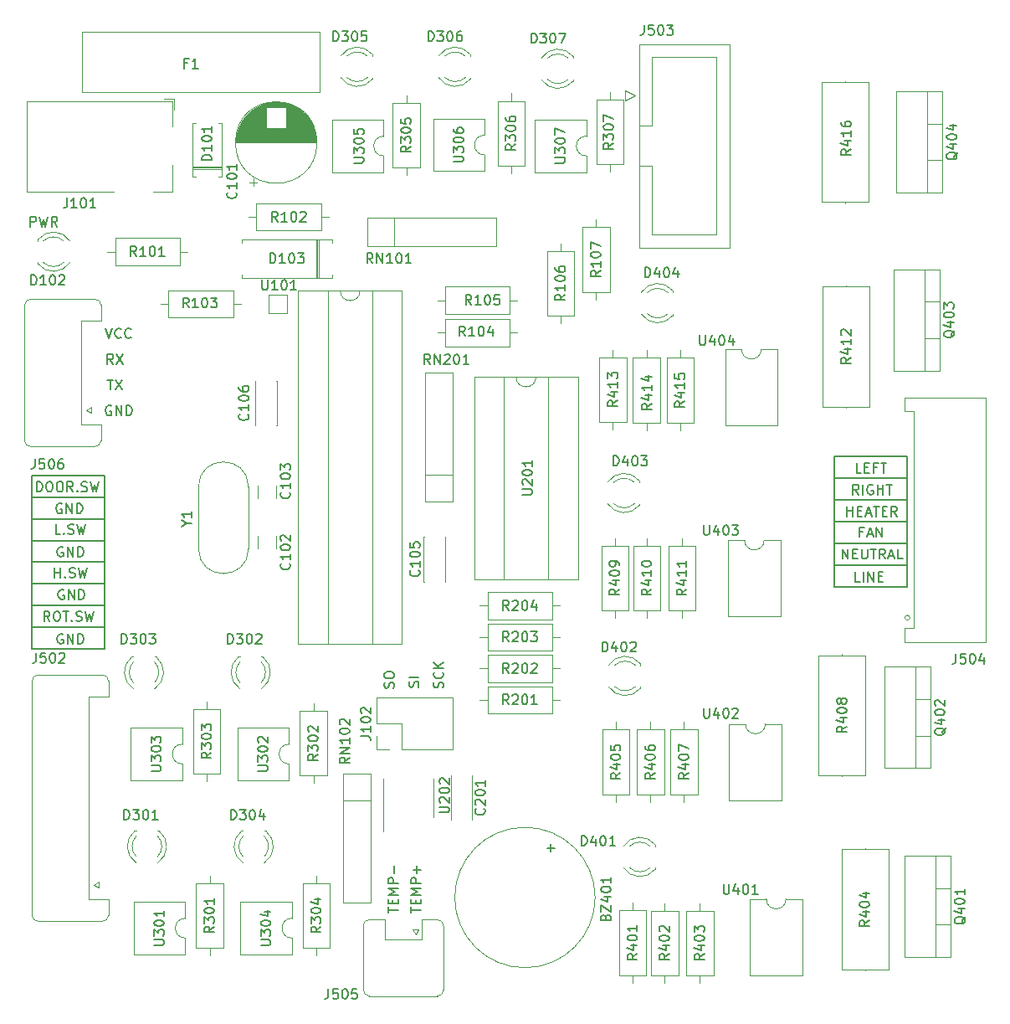
<source format=gbr>
%TF.GenerationSoftware,KiCad,Pcbnew,(6.0.8)*%
%TF.CreationDate,2022-11-15T21:12:59+04:00*%
%TF.ProjectId,Dryer2,44727965-7232-42e6-9b69-6361645f7063,rev?*%
%TF.SameCoordinates,Original*%
%TF.FileFunction,Legend,Top*%
%TF.FilePolarity,Positive*%
%FSLAX46Y46*%
G04 Gerber Fmt 4.6, Leading zero omitted, Abs format (unit mm)*
G04 Created by KiCad (PCBNEW (6.0.8)) date 2022-11-15 21:12:59*
%MOMM*%
%LPD*%
G01*
G04 APERTURE LIST*
%ADD10C,0.150000*%
%ADD11C,0.120000*%
G04 APERTURE END LIST*
D10*
X177066666Y-80152380D02*
X177066666Y-79152380D01*
X177447619Y-79152380D01*
X177542857Y-79200000D01*
X177590476Y-79247619D01*
X177638095Y-79342857D01*
X177638095Y-79485714D01*
X177590476Y-79580952D01*
X177542857Y-79628571D01*
X177447619Y-79676190D01*
X177066666Y-79676190D01*
X177971428Y-79152380D02*
X178209523Y-80152380D01*
X178400000Y-79438095D01*
X178590476Y-80152380D01*
X178828571Y-79152380D01*
X179780952Y-80152380D02*
X179447619Y-79676190D01*
X179209523Y-80152380D02*
X179209523Y-79152380D01*
X179590476Y-79152380D01*
X179685714Y-79200000D01*
X179733333Y-79247619D01*
X179780952Y-79342857D01*
X179780952Y-79485714D01*
X179733333Y-79580952D01*
X179685714Y-79628571D01*
X179590476Y-79676190D01*
X179209523Y-79676190D01*
X218804761Y-126785714D02*
X218852380Y-126642857D01*
X218852380Y-126404761D01*
X218804761Y-126309523D01*
X218757142Y-126261904D01*
X218661904Y-126214285D01*
X218566666Y-126214285D01*
X218471428Y-126261904D01*
X218423809Y-126309523D01*
X218376190Y-126404761D01*
X218328571Y-126595238D01*
X218280952Y-126690476D01*
X218233333Y-126738095D01*
X218138095Y-126785714D01*
X218042857Y-126785714D01*
X217947619Y-126738095D01*
X217900000Y-126690476D01*
X217852380Y-126595238D01*
X217852380Y-126357142D01*
X217900000Y-126214285D01*
X218757142Y-125214285D02*
X218804761Y-125261904D01*
X218852380Y-125404761D01*
X218852380Y-125500000D01*
X218804761Y-125642857D01*
X218709523Y-125738095D01*
X218614285Y-125785714D01*
X218423809Y-125833333D01*
X218280952Y-125833333D01*
X218090476Y-125785714D01*
X217995238Y-125738095D01*
X217900000Y-125642857D01*
X217852380Y-125500000D01*
X217852380Y-125404761D01*
X217900000Y-125261904D01*
X217947619Y-125214285D01*
X218852380Y-124785714D02*
X217852380Y-124785714D01*
X218852380Y-124214285D02*
X218280952Y-124642857D01*
X217852380Y-124214285D02*
X218423809Y-124785714D01*
X213804761Y-126809523D02*
X213852380Y-126666666D01*
X213852380Y-126428571D01*
X213804761Y-126333333D01*
X213757142Y-126285714D01*
X213661904Y-126238095D01*
X213566666Y-126238095D01*
X213471428Y-126285714D01*
X213423809Y-126333333D01*
X213376190Y-126428571D01*
X213328571Y-126619047D01*
X213280952Y-126714285D01*
X213233333Y-126761904D01*
X213138095Y-126809523D01*
X213042857Y-126809523D01*
X212947619Y-126761904D01*
X212900000Y-126714285D01*
X212852380Y-126619047D01*
X212852380Y-126380952D01*
X212900000Y-126238095D01*
X212852380Y-125619047D02*
X212852380Y-125428571D01*
X212900000Y-125333333D01*
X212995238Y-125238095D01*
X213185714Y-125190476D01*
X213519047Y-125190476D01*
X213709523Y-125238095D01*
X213804761Y-125333333D01*
X213852380Y-125428571D01*
X213852380Y-125619047D01*
X213804761Y-125714285D01*
X213709523Y-125809523D01*
X213519047Y-125857142D01*
X213185714Y-125857142D01*
X212995238Y-125809523D01*
X212900000Y-125714285D01*
X212852380Y-125619047D01*
X216304761Y-126723809D02*
X216352380Y-126580952D01*
X216352380Y-126342857D01*
X216304761Y-126247619D01*
X216257142Y-126200000D01*
X216161904Y-126152380D01*
X216066666Y-126152380D01*
X215971428Y-126200000D01*
X215923809Y-126247619D01*
X215876190Y-126342857D01*
X215828571Y-126533333D01*
X215780952Y-126628571D01*
X215733333Y-126676190D01*
X215638095Y-126723809D01*
X215542857Y-126723809D01*
X215447619Y-126676190D01*
X215400000Y-126628571D01*
X215352380Y-126533333D01*
X215352380Y-126295238D01*
X215400000Y-126152380D01*
X216352380Y-125723809D02*
X215352380Y-125723809D01*
X213252380Y-149528571D02*
X213252380Y-148957142D01*
X214252380Y-149242857D02*
X213252380Y-149242857D01*
X213728571Y-148623809D02*
X213728571Y-148290476D01*
X214252380Y-148147619D02*
X214252380Y-148623809D01*
X213252380Y-148623809D01*
X213252380Y-148147619D01*
X214252380Y-147719047D02*
X213252380Y-147719047D01*
X213966666Y-147385714D01*
X213252380Y-147052380D01*
X214252380Y-147052380D01*
X214252380Y-146576190D02*
X213252380Y-146576190D01*
X213252380Y-146195238D01*
X213300000Y-146100000D01*
X213347619Y-146052380D01*
X213442857Y-146004761D01*
X213585714Y-146004761D01*
X213680952Y-146052380D01*
X213728571Y-146100000D01*
X213776190Y-146195238D01*
X213776190Y-146576190D01*
X213871428Y-145576190D02*
X213871428Y-144814285D01*
X215552380Y-149528571D02*
X215552380Y-148957142D01*
X216552380Y-149242857D02*
X215552380Y-149242857D01*
X216028571Y-148623809D02*
X216028571Y-148290476D01*
X216552380Y-148147619D02*
X216552380Y-148623809D01*
X215552380Y-148623809D01*
X215552380Y-148147619D01*
X216552380Y-147719047D02*
X215552380Y-147719047D01*
X216266666Y-147385714D01*
X215552380Y-147052380D01*
X216552380Y-147052380D01*
X216552380Y-146576190D02*
X215552380Y-146576190D01*
X215552380Y-146195238D01*
X215600000Y-146100000D01*
X215647619Y-146052380D01*
X215742857Y-146004761D01*
X215885714Y-146004761D01*
X215980952Y-146052380D01*
X216028571Y-146100000D01*
X216076190Y-146195238D01*
X216076190Y-146576190D01*
X216171428Y-145576190D02*
X216171428Y-144814285D01*
X216552380Y-145195238D02*
X215790476Y-145195238D01*
X258400000Y-114400000D02*
X265800000Y-114400000D01*
X265800000Y-114400000D02*
X265800000Y-116600000D01*
X265800000Y-116600000D02*
X258400000Y-116600000D01*
X258400000Y-116600000D02*
X258400000Y-114400000D01*
X258400000Y-112200000D02*
X265800000Y-112200000D01*
X265800000Y-112200000D02*
X265800000Y-114400000D01*
X265800000Y-114400000D02*
X258400000Y-114400000D01*
X258400000Y-114400000D02*
X258400000Y-112200000D01*
X258400000Y-110000000D02*
X265800000Y-110000000D01*
X265800000Y-110000000D02*
X265800000Y-112200000D01*
X265800000Y-112200000D02*
X258400000Y-112200000D01*
X258400000Y-112200000D02*
X258400000Y-110000000D01*
X258400000Y-107800000D02*
X265800000Y-107800000D01*
X265800000Y-107800000D02*
X265800000Y-110000000D01*
X265800000Y-110000000D02*
X258400000Y-110000000D01*
X258400000Y-110000000D02*
X258400000Y-107800000D01*
X258400000Y-105600000D02*
X265800000Y-105600000D01*
X265800000Y-105600000D02*
X265800000Y-107800000D01*
X265800000Y-107800000D02*
X258400000Y-107800000D01*
X258400000Y-107800000D02*
X258400000Y-105600000D01*
X258400000Y-103400000D02*
X265800000Y-103400000D01*
X265800000Y-103400000D02*
X265800000Y-105600000D01*
X265800000Y-105600000D02*
X258400000Y-105600000D01*
X258400000Y-105600000D02*
X258400000Y-103400000D01*
X260995238Y-116052380D02*
X260519047Y-116052380D01*
X260519047Y-115052380D01*
X261328571Y-116052380D02*
X261328571Y-115052380D01*
X261804761Y-116052380D02*
X261804761Y-115052380D01*
X262376190Y-116052380D01*
X262376190Y-115052380D01*
X262852380Y-115528571D02*
X263185714Y-115528571D01*
X263328571Y-116052380D02*
X262852380Y-116052380D01*
X262852380Y-115052380D01*
X263328571Y-115052380D01*
X259223809Y-113752380D02*
X259223809Y-112752380D01*
X259795238Y-113752380D01*
X259795238Y-112752380D01*
X260271428Y-113228571D02*
X260604761Y-113228571D01*
X260747619Y-113752380D02*
X260271428Y-113752380D01*
X260271428Y-112752380D01*
X260747619Y-112752380D01*
X261176190Y-112752380D02*
X261176190Y-113561904D01*
X261223809Y-113657142D01*
X261271428Y-113704761D01*
X261366666Y-113752380D01*
X261557142Y-113752380D01*
X261652380Y-113704761D01*
X261700000Y-113657142D01*
X261747619Y-113561904D01*
X261747619Y-112752380D01*
X262080952Y-112752380D02*
X262652380Y-112752380D01*
X262366666Y-113752380D02*
X262366666Y-112752380D01*
X263557142Y-113752380D02*
X263223809Y-113276190D01*
X262985714Y-113752380D02*
X262985714Y-112752380D01*
X263366666Y-112752380D01*
X263461904Y-112800000D01*
X263509523Y-112847619D01*
X263557142Y-112942857D01*
X263557142Y-113085714D01*
X263509523Y-113180952D01*
X263461904Y-113228571D01*
X263366666Y-113276190D01*
X262985714Y-113276190D01*
X263938095Y-113466666D02*
X264414285Y-113466666D01*
X263842857Y-113752380D02*
X264176190Y-112752380D01*
X264509523Y-113752380D01*
X265319047Y-113752380D02*
X264842857Y-113752380D01*
X264842857Y-112752380D01*
X261290476Y-111028571D02*
X260957142Y-111028571D01*
X260957142Y-111552380D02*
X260957142Y-110552380D01*
X261433333Y-110552380D01*
X261766666Y-111266666D02*
X262242857Y-111266666D01*
X261671428Y-111552380D02*
X262004761Y-110552380D01*
X262338095Y-111552380D01*
X262671428Y-111552380D02*
X262671428Y-110552380D01*
X263242857Y-111552380D01*
X263242857Y-110552380D01*
X259700000Y-109452380D02*
X259700000Y-108452380D01*
X259700000Y-108928571D02*
X260271428Y-108928571D01*
X260271428Y-109452380D02*
X260271428Y-108452380D01*
X260747619Y-108928571D02*
X261080952Y-108928571D01*
X261223809Y-109452380D02*
X260747619Y-109452380D01*
X260747619Y-108452380D01*
X261223809Y-108452380D01*
X261604761Y-109166666D02*
X262080952Y-109166666D01*
X261509523Y-109452380D02*
X261842857Y-108452380D01*
X262176190Y-109452380D01*
X262366666Y-108452380D02*
X262938095Y-108452380D01*
X262652380Y-109452380D02*
X262652380Y-108452380D01*
X263271428Y-108928571D02*
X263604761Y-108928571D01*
X263747619Y-109452380D02*
X263271428Y-109452380D01*
X263271428Y-108452380D01*
X263747619Y-108452380D01*
X264747619Y-109452380D02*
X264414285Y-108976190D01*
X264176190Y-109452380D02*
X264176190Y-108452380D01*
X264557142Y-108452380D01*
X264652380Y-108500000D01*
X264700000Y-108547619D01*
X264747619Y-108642857D01*
X264747619Y-108785714D01*
X264700000Y-108880952D01*
X264652380Y-108928571D01*
X264557142Y-108976190D01*
X264176190Y-108976190D01*
X260866666Y-107252380D02*
X260533333Y-106776190D01*
X260295238Y-107252380D02*
X260295238Y-106252380D01*
X260676190Y-106252380D01*
X260771428Y-106300000D01*
X260819047Y-106347619D01*
X260866666Y-106442857D01*
X260866666Y-106585714D01*
X260819047Y-106680952D01*
X260771428Y-106728571D01*
X260676190Y-106776190D01*
X260295238Y-106776190D01*
X261295238Y-107252380D02*
X261295238Y-106252380D01*
X262295238Y-106300000D02*
X262200000Y-106252380D01*
X262057142Y-106252380D01*
X261914285Y-106300000D01*
X261819047Y-106395238D01*
X261771428Y-106490476D01*
X261723809Y-106680952D01*
X261723809Y-106823809D01*
X261771428Y-107014285D01*
X261819047Y-107109523D01*
X261914285Y-107204761D01*
X262057142Y-107252380D01*
X262152380Y-107252380D01*
X262295238Y-107204761D01*
X262342857Y-107157142D01*
X262342857Y-106823809D01*
X262152380Y-106823809D01*
X262771428Y-107252380D02*
X262771428Y-106252380D01*
X262771428Y-106728571D02*
X263342857Y-106728571D01*
X263342857Y-107252380D02*
X263342857Y-106252380D01*
X263676190Y-106252380D02*
X264247619Y-106252380D01*
X263961904Y-107252380D02*
X263961904Y-106252380D01*
X261147619Y-105052380D02*
X260671428Y-105052380D01*
X260671428Y-104052380D01*
X261480952Y-104528571D02*
X261814285Y-104528571D01*
X261957142Y-105052380D02*
X261480952Y-105052380D01*
X261480952Y-104052380D01*
X261957142Y-104052380D01*
X262719047Y-104528571D02*
X262385714Y-104528571D01*
X262385714Y-105052380D02*
X262385714Y-104052380D01*
X262861904Y-104052380D01*
X263100000Y-104052380D02*
X263671428Y-104052380D01*
X263385714Y-105052380D02*
X263385714Y-104052380D01*
X177200000Y-120700000D02*
X184600000Y-120700000D01*
X184600000Y-120700000D02*
X184600000Y-122900000D01*
X184600000Y-122900000D02*
X177200000Y-122900000D01*
X177200000Y-122900000D02*
X177200000Y-120700000D01*
X177200000Y-118500000D02*
X184600000Y-118500000D01*
X184600000Y-118500000D02*
X184600000Y-120700000D01*
X184600000Y-120700000D02*
X177200000Y-120700000D01*
X177200000Y-120700000D02*
X177200000Y-118500000D01*
X177200000Y-116300000D02*
X184600000Y-116300000D01*
X184600000Y-116300000D02*
X184600000Y-118500000D01*
X184600000Y-118500000D02*
X177200000Y-118500000D01*
X177200000Y-118500000D02*
X177200000Y-116300000D01*
X177200000Y-114100000D02*
X184600000Y-114100000D01*
X184600000Y-114100000D02*
X184600000Y-116300000D01*
X184600000Y-116300000D02*
X177200000Y-116300000D01*
X177200000Y-116300000D02*
X177200000Y-114100000D01*
X177200000Y-111900000D02*
X184600000Y-111900000D01*
X184600000Y-111900000D02*
X184600000Y-114100000D01*
X184600000Y-114100000D02*
X177200000Y-114100000D01*
X177200000Y-114100000D02*
X177200000Y-111900000D01*
X177200000Y-109700000D02*
X184600000Y-109700000D01*
X184600000Y-109700000D02*
X184600000Y-111900000D01*
X184600000Y-111900000D02*
X177200000Y-111900000D01*
X177200000Y-111900000D02*
X177200000Y-109700000D01*
X177200000Y-107500000D02*
X184600000Y-107500000D01*
X184600000Y-107500000D02*
X184600000Y-109700000D01*
X184600000Y-109700000D02*
X177200000Y-109700000D01*
X177200000Y-109700000D02*
X177200000Y-107500000D01*
X177200000Y-105300000D02*
X184600000Y-105300000D01*
X184600000Y-105300000D02*
X184600000Y-107500000D01*
X184600000Y-107500000D02*
X177200000Y-107500000D01*
X177200000Y-107500000D02*
X177200000Y-105300000D01*
X180338095Y-121400000D02*
X180242857Y-121352380D01*
X180100000Y-121352380D01*
X179957142Y-121400000D01*
X179861904Y-121495238D01*
X179814285Y-121590476D01*
X179766666Y-121780952D01*
X179766666Y-121923809D01*
X179814285Y-122114285D01*
X179861904Y-122209523D01*
X179957142Y-122304761D01*
X180100000Y-122352380D01*
X180195238Y-122352380D01*
X180338095Y-122304761D01*
X180385714Y-122257142D01*
X180385714Y-121923809D01*
X180195238Y-121923809D01*
X180814285Y-122352380D02*
X180814285Y-121352380D01*
X181385714Y-122352380D01*
X181385714Y-121352380D01*
X181861904Y-122352380D02*
X181861904Y-121352380D01*
X182100000Y-121352380D01*
X182242857Y-121400000D01*
X182338095Y-121495238D01*
X182385714Y-121590476D01*
X182433333Y-121780952D01*
X182433333Y-121923809D01*
X182385714Y-122114285D01*
X182338095Y-122209523D01*
X182242857Y-122304761D01*
X182100000Y-122352380D01*
X181861904Y-122352380D01*
X180438095Y-116900000D02*
X180342857Y-116852380D01*
X180200000Y-116852380D01*
X180057142Y-116900000D01*
X179961904Y-116995238D01*
X179914285Y-117090476D01*
X179866666Y-117280952D01*
X179866666Y-117423809D01*
X179914285Y-117614285D01*
X179961904Y-117709523D01*
X180057142Y-117804761D01*
X180200000Y-117852380D01*
X180295238Y-117852380D01*
X180438095Y-117804761D01*
X180485714Y-117757142D01*
X180485714Y-117423809D01*
X180295238Y-117423809D01*
X180914285Y-117852380D02*
X180914285Y-116852380D01*
X181485714Y-117852380D01*
X181485714Y-116852380D01*
X181961904Y-117852380D02*
X181961904Y-116852380D01*
X182200000Y-116852380D01*
X182342857Y-116900000D01*
X182438095Y-116995238D01*
X182485714Y-117090476D01*
X182533333Y-117280952D01*
X182533333Y-117423809D01*
X182485714Y-117614285D01*
X182438095Y-117709523D01*
X182342857Y-117804761D01*
X182200000Y-117852380D01*
X181961904Y-117852380D01*
X180338095Y-112600000D02*
X180242857Y-112552380D01*
X180100000Y-112552380D01*
X179957142Y-112600000D01*
X179861904Y-112695238D01*
X179814285Y-112790476D01*
X179766666Y-112980952D01*
X179766666Y-113123809D01*
X179814285Y-113314285D01*
X179861904Y-113409523D01*
X179957142Y-113504761D01*
X180100000Y-113552380D01*
X180195238Y-113552380D01*
X180338095Y-113504761D01*
X180385714Y-113457142D01*
X180385714Y-113123809D01*
X180195238Y-113123809D01*
X180814285Y-113552380D02*
X180814285Y-112552380D01*
X181385714Y-113552380D01*
X181385714Y-112552380D01*
X181861904Y-113552380D02*
X181861904Y-112552380D01*
X182100000Y-112552380D01*
X182242857Y-112600000D01*
X182338095Y-112695238D01*
X182385714Y-112790476D01*
X182433333Y-112980952D01*
X182433333Y-113123809D01*
X182385714Y-113314285D01*
X182338095Y-113409523D01*
X182242857Y-113504761D01*
X182100000Y-113552380D01*
X181861904Y-113552380D01*
X180238095Y-108200000D02*
X180142857Y-108152380D01*
X180000000Y-108152380D01*
X179857142Y-108200000D01*
X179761904Y-108295238D01*
X179714285Y-108390476D01*
X179666666Y-108580952D01*
X179666666Y-108723809D01*
X179714285Y-108914285D01*
X179761904Y-109009523D01*
X179857142Y-109104761D01*
X180000000Y-109152380D01*
X180095238Y-109152380D01*
X180238095Y-109104761D01*
X180285714Y-109057142D01*
X180285714Y-108723809D01*
X180095238Y-108723809D01*
X180714285Y-109152380D02*
X180714285Y-108152380D01*
X181285714Y-109152380D01*
X181285714Y-108152380D01*
X181761904Y-109152380D02*
X181761904Y-108152380D01*
X182000000Y-108152380D01*
X182142857Y-108200000D01*
X182238095Y-108295238D01*
X182285714Y-108390476D01*
X182333333Y-108580952D01*
X182333333Y-108723809D01*
X182285714Y-108914285D01*
X182238095Y-109009523D01*
X182142857Y-109104761D01*
X182000000Y-109152380D01*
X181761904Y-109152380D01*
X179019047Y-120052380D02*
X178685714Y-119576190D01*
X178447619Y-120052380D02*
X178447619Y-119052380D01*
X178828571Y-119052380D01*
X178923809Y-119100000D01*
X178971428Y-119147619D01*
X179019047Y-119242857D01*
X179019047Y-119385714D01*
X178971428Y-119480952D01*
X178923809Y-119528571D01*
X178828571Y-119576190D01*
X178447619Y-119576190D01*
X179638095Y-119052380D02*
X179828571Y-119052380D01*
X179923809Y-119100000D01*
X180019047Y-119195238D01*
X180066666Y-119385714D01*
X180066666Y-119719047D01*
X180019047Y-119909523D01*
X179923809Y-120004761D01*
X179828571Y-120052380D01*
X179638095Y-120052380D01*
X179542857Y-120004761D01*
X179447619Y-119909523D01*
X179400000Y-119719047D01*
X179400000Y-119385714D01*
X179447619Y-119195238D01*
X179542857Y-119100000D01*
X179638095Y-119052380D01*
X180352380Y-119052380D02*
X180923809Y-119052380D01*
X180638095Y-120052380D02*
X180638095Y-119052380D01*
X181257142Y-119957142D02*
X181304761Y-120004761D01*
X181257142Y-120052380D01*
X181209523Y-120004761D01*
X181257142Y-119957142D01*
X181257142Y-120052380D01*
X181685714Y-120004761D02*
X181828571Y-120052380D01*
X182066666Y-120052380D01*
X182161904Y-120004761D01*
X182209523Y-119957142D01*
X182257142Y-119861904D01*
X182257142Y-119766666D01*
X182209523Y-119671428D01*
X182161904Y-119623809D01*
X182066666Y-119576190D01*
X181876190Y-119528571D01*
X181780952Y-119480952D01*
X181733333Y-119433333D01*
X181685714Y-119338095D01*
X181685714Y-119242857D01*
X181733333Y-119147619D01*
X181780952Y-119100000D01*
X181876190Y-119052380D01*
X182114285Y-119052380D01*
X182257142Y-119100000D01*
X182590476Y-119052380D02*
X182828571Y-120052380D01*
X183019047Y-119338095D01*
X183209523Y-120052380D01*
X183447619Y-119052380D01*
X179528571Y-115652380D02*
X179528571Y-114652380D01*
X179528571Y-115128571D02*
X180100000Y-115128571D01*
X180100000Y-115652380D02*
X180100000Y-114652380D01*
X180576190Y-115557142D02*
X180623809Y-115604761D01*
X180576190Y-115652380D01*
X180528571Y-115604761D01*
X180576190Y-115557142D01*
X180576190Y-115652380D01*
X181004761Y-115604761D02*
X181147619Y-115652380D01*
X181385714Y-115652380D01*
X181480952Y-115604761D01*
X181528571Y-115557142D01*
X181576190Y-115461904D01*
X181576190Y-115366666D01*
X181528571Y-115271428D01*
X181480952Y-115223809D01*
X181385714Y-115176190D01*
X181195238Y-115128571D01*
X181100000Y-115080952D01*
X181052380Y-115033333D01*
X181004761Y-114938095D01*
X181004761Y-114842857D01*
X181052380Y-114747619D01*
X181100000Y-114700000D01*
X181195238Y-114652380D01*
X181433333Y-114652380D01*
X181576190Y-114700000D01*
X181909523Y-114652380D02*
X182147619Y-115652380D01*
X182338095Y-114938095D01*
X182528571Y-115652380D01*
X182766666Y-114652380D01*
X180123809Y-111252380D02*
X179647619Y-111252380D01*
X179647619Y-110252380D01*
X180457142Y-111157142D02*
X180504761Y-111204761D01*
X180457142Y-111252380D01*
X180409523Y-111204761D01*
X180457142Y-111157142D01*
X180457142Y-111252380D01*
X180885714Y-111204761D02*
X181028571Y-111252380D01*
X181266666Y-111252380D01*
X181361904Y-111204761D01*
X181409523Y-111157142D01*
X181457142Y-111061904D01*
X181457142Y-110966666D01*
X181409523Y-110871428D01*
X181361904Y-110823809D01*
X181266666Y-110776190D01*
X181076190Y-110728571D01*
X180980952Y-110680952D01*
X180933333Y-110633333D01*
X180885714Y-110538095D01*
X180885714Y-110442857D01*
X180933333Y-110347619D01*
X180980952Y-110300000D01*
X181076190Y-110252380D01*
X181314285Y-110252380D01*
X181457142Y-110300000D01*
X181790476Y-110252380D02*
X182028571Y-111252380D01*
X182219047Y-110538095D01*
X182409523Y-111252380D01*
X182647619Y-110252380D01*
X177704761Y-106952380D02*
X177704761Y-105952380D01*
X177942857Y-105952380D01*
X178085714Y-106000000D01*
X178180952Y-106095238D01*
X178228571Y-106190476D01*
X178276190Y-106380952D01*
X178276190Y-106523809D01*
X178228571Y-106714285D01*
X178180952Y-106809523D01*
X178085714Y-106904761D01*
X177942857Y-106952380D01*
X177704761Y-106952380D01*
X178895238Y-105952380D02*
X179085714Y-105952380D01*
X179180952Y-106000000D01*
X179276190Y-106095238D01*
X179323809Y-106285714D01*
X179323809Y-106619047D01*
X179276190Y-106809523D01*
X179180952Y-106904761D01*
X179085714Y-106952380D01*
X178895238Y-106952380D01*
X178800000Y-106904761D01*
X178704761Y-106809523D01*
X178657142Y-106619047D01*
X178657142Y-106285714D01*
X178704761Y-106095238D01*
X178800000Y-106000000D01*
X178895238Y-105952380D01*
X179942857Y-105952380D02*
X180133333Y-105952380D01*
X180228571Y-106000000D01*
X180323809Y-106095238D01*
X180371428Y-106285714D01*
X180371428Y-106619047D01*
X180323809Y-106809523D01*
X180228571Y-106904761D01*
X180133333Y-106952380D01*
X179942857Y-106952380D01*
X179847619Y-106904761D01*
X179752380Y-106809523D01*
X179704761Y-106619047D01*
X179704761Y-106285714D01*
X179752380Y-106095238D01*
X179847619Y-106000000D01*
X179942857Y-105952380D01*
X181371428Y-106952380D02*
X181038095Y-106476190D01*
X180800000Y-106952380D02*
X180800000Y-105952380D01*
X181180952Y-105952380D01*
X181276190Y-106000000D01*
X181323809Y-106047619D01*
X181371428Y-106142857D01*
X181371428Y-106285714D01*
X181323809Y-106380952D01*
X181276190Y-106428571D01*
X181180952Y-106476190D01*
X180800000Y-106476190D01*
X181800000Y-106857142D02*
X181847619Y-106904761D01*
X181800000Y-106952380D01*
X181752380Y-106904761D01*
X181800000Y-106857142D01*
X181800000Y-106952380D01*
X182228571Y-106904761D02*
X182371428Y-106952380D01*
X182609523Y-106952380D01*
X182704761Y-106904761D01*
X182752380Y-106857142D01*
X182800000Y-106761904D01*
X182800000Y-106666666D01*
X182752380Y-106571428D01*
X182704761Y-106523809D01*
X182609523Y-106476190D01*
X182419047Y-106428571D01*
X182323809Y-106380952D01*
X182276190Y-106333333D01*
X182228571Y-106238095D01*
X182228571Y-106142857D01*
X182276190Y-106047619D01*
X182323809Y-106000000D01*
X182419047Y-105952380D01*
X182657142Y-105952380D01*
X182800000Y-106000000D01*
X183133333Y-105952380D02*
X183371428Y-106952380D01*
X183561904Y-106238095D01*
X183752380Y-106952380D01*
X183990476Y-105952380D01*
X185238095Y-98300000D02*
X185142857Y-98252380D01*
X185000000Y-98252380D01*
X184857142Y-98300000D01*
X184761904Y-98395238D01*
X184714285Y-98490476D01*
X184666666Y-98680952D01*
X184666666Y-98823809D01*
X184714285Y-99014285D01*
X184761904Y-99109523D01*
X184857142Y-99204761D01*
X185000000Y-99252380D01*
X185095238Y-99252380D01*
X185238095Y-99204761D01*
X185285714Y-99157142D01*
X185285714Y-98823809D01*
X185095238Y-98823809D01*
X185714285Y-99252380D02*
X185714285Y-98252380D01*
X186285714Y-99252380D01*
X186285714Y-98252380D01*
X186761904Y-99252380D02*
X186761904Y-98252380D01*
X187000000Y-98252380D01*
X187142857Y-98300000D01*
X187238095Y-98395238D01*
X187285714Y-98490476D01*
X187333333Y-98680952D01*
X187333333Y-98823809D01*
X187285714Y-99014285D01*
X187238095Y-99109523D01*
X187142857Y-99204761D01*
X187000000Y-99252380D01*
X186761904Y-99252380D01*
X185433333Y-94052380D02*
X185100000Y-93576190D01*
X184861904Y-94052380D02*
X184861904Y-93052380D01*
X185242857Y-93052380D01*
X185338095Y-93100000D01*
X185385714Y-93147619D01*
X185433333Y-93242857D01*
X185433333Y-93385714D01*
X185385714Y-93480952D01*
X185338095Y-93528571D01*
X185242857Y-93576190D01*
X184861904Y-93576190D01*
X185766666Y-93052380D02*
X186433333Y-94052380D01*
X186433333Y-93052380D02*
X185766666Y-94052380D01*
X184838095Y-95652380D02*
X185409523Y-95652380D01*
X185123809Y-96652380D02*
X185123809Y-95652380D01*
X185647619Y-95652380D02*
X186314285Y-96652380D01*
X186314285Y-95652380D02*
X185647619Y-96652380D01*
X184666666Y-90452380D02*
X185000000Y-91452380D01*
X185333333Y-90452380D01*
X186238095Y-91357142D02*
X186190476Y-91404761D01*
X186047619Y-91452380D01*
X185952380Y-91452380D01*
X185809523Y-91404761D01*
X185714285Y-91309523D01*
X185666666Y-91214285D01*
X185619047Y-91023809D01*
X185619047Y-90880952D01*
X185666666Y-90690476D01*
X185714285Y-90595238D01*
X185809523Y-90500000D01*
X185952380Y-90452380D01*
X186047619Y-90452380D01*
X186190476Y-90500000D01*
X186238095Y-90547619D01*
X187238095Y-91357142D02*
X187190476Y-91404761D01*
X187047619Y-91452380D01*
X186952380Y-91452380D01*
X186809523Y-91404761D01*
X186714285Y-91309523D01*
X186666666Y-91214285D01*
X186619047Y-91023809D01*
X186619047Y-90880952D01*
X186666666Y-90690476D01*
X186714285Y-90595238D01*
X186809523Y-90500000D01*
X186952380Y-90452380D01*
X187047619Y-90452380D01*
X187190476Y-90500000D01*
X187238095Y-90547619D01*
%TO.C,R407*%
X243652380Y-135419047D02*
X243176190Y-135752380D01*
X243652380Y-135990476D02*
X242652380Y-135990476D01*
X242652380Y-135609523D01*
X242700000Y-135514285D01*
X242747619Y-135466666D01*
X242842857Y-135419047D01*
X242985714Y-135419047D01*
X243080952Y-135466666D01*
X243128571Y-135514285D01*
X243176190Y-135609523D01*
X243176190Y-135990476D01*
X242985714Y-134561904D02*
X243652380Y-134561904D01*
X242604761Y-134800000D02*
X243319047Y-135038095D01*
X243319047Y-134419047D01*
X242652380Y-133847619D02*
X242652380Y-133752380D01*
X242700000Y-133657142D01*
X242747619Y-133609523D01*
X242842857Y-133561904D01*
X243033333Y-133514285D01*
X243271428Y-133514285D01*
X243461904Y-133561904D01*
X243557142Y-133609523D01*
X243604761Y-133657142D01*
X243652380Y-133752380D01*
X243652380Y-133847619D01*
X243604761Y-133942857D01*
X243557142Y-133990476D01*
X243461904Y-134038095D01*
X243271428Y-134085714D01*
X243033333Y-134085714D01*
X242842857Y-134038095D01*
X242747619Y-133990476D01*
X242700000Y-133942857D01*
X242652380Y-133847619D01*
X242652380Y-133180952D02*
X242652380Y-132514285D01*
X243652380Y-132942857D01*
%TO.C,U302*%
X200072380Y-135209285D02*
X200881904Y-135209285D01*
X200977142Y-135161666D01*
X201024761Y-135114047D01*
X201072380Y-135018809D01*
X201072380Y-134828333D01*
X201024761Y-134733095D01*
X200977142Y-134685476D01*
X200881904Y-134637857D01*
X200072380Y-134637857D01*
X200072380Y-134256904D02*
X200072380Y-133637857D01*
X200453333Y-133971190D01*
X200453333Y-133828333D01*
X200500952Y-133733095D01*
X200548571Y-133685476D01*
X200643809Y-133637857D01*
X200881904Y-133637857D01*
X200977142Y-133685476D01*
X201024761Y-133733095D01*
X201072380Y-133828333D01*
X201072380Y-134114047D01*
X201024761Y-134209285D01*
X200977142Y-134256904D01*
X200072380Y-133018809D02*
X200072380Y-132923571D01*
X200120000Y-132828333D01*
X200167619Y-132780714D01*
X200262857Y-132733095D01*
X200453333Y-132685476D01*
X200691428Y-132685476D01*
X200881904Y-132733095D01*
X200977142Y-132780714D01*
X201024761Y-132828333D01*
X201072380Y-132923571D01*
X201072380Y-133018809D01*
X201024761Y-133114047D01*
X200977142Y-133161666D01*
X200881904Y-133209285D01*
X200691428Y-133256904D01*
X200453333Y-133256904D01*
X200262857Y-133209285D01*
X200167619Y-133161666D01*
X200120000Y-133114047D01*
X200072380Y-133018809D01*
X200167619Y-132304523D02*
X200120000Y-132256904D01*
X200072380Y-132161666D01*
X200072380Y-131923571D01*
X200120000Y-131828333D01*
X200167619Y-131780714D01*
X200262857Y-131733095D01*
X200358095Y-131733095D01*
X200500952Y-131780714D01*
X201072380Y-132352142D01*
X201072380Y-131733095D01*
%TO.C,Y1*%
X192872190Y-110176190D02*
X193348380Y-110176190D01*
X192348380Y-110509523D02*
X192872190Y-110176190D01*
X192348380Y-109842857D01*
X193348380Y-108985714D02*
X193348380Y-109557142D01*
X193348380Y-109271428D02*
X192348380Y-109271428D01*
X192491238Y-109366666D01*
X192586476Y-109461904D01*
X192634095Y-109557142D01*
%TO.C,C102*%
X203257142Y-114219047D02*
X203304761Y-114266666D01*
X203352380Y-114409523D01*
X203352380Y-114504761D01*
X203304761Y-114647619D01*
X203209523Y-114742857D01*
X203114285Y-114790476D01*
X202923809Y-114838095D01*
X202780952Y-114838095D01*
X202590476Y-114790476D01*
X202495238Y-114742857D01*
X202400000Y-114647619D01*
X202352380Y-114504761D01*
X202352380Y-114409523D01*
X202400000Y-114266666D01*
X202447619Y-114219047D01*
X203352380Y-113266666D02*
X203352380Y-113838095D01*
X203352380Y-113552380D02*
X202352380Y-113552380D01*
X202495238Y-113647619D01*
X202590476Y-113742857D01*
X202638095Y-113838095D01*
X202352380Y-112647619D02*
X202352380Y-112552380D01*
X202400000Y-112457142D01*
X202447619Y-112409523D01*
X202542857Y-112361904D01*
X202733333Y-112314285D01*
X202971428Y-112314285D01*
X203161904Y-112361904D01*
X203257142Y-112409523D01*
X203304761Y-112457142D01*
X203352380Y-112552380D01*
X203352380Y-112647619D01*
X203304761Y-112742857D01*
X203257142Y-112790476D01*
X203161904Y-112838095D01*
X202971428Y-112885714D01*
X202733333Y-112885714D01*
X202542857Y-112838095D01*
X202447619Y-112790476D01*
X202400000Y-112742857D01*
X202352380Y-112647619D01*
X202447619Y-111933333D02*
X202400000Y-111885714D01*
X202352380Y-111790476D01*
X202352380Y-111552380D01*
X202400000Y-111457142D01*
X202447619Y-111409523D01*
X202542857Y-111361904D01*
X202638095Y-111361904D01*
X202780952Y-111409523D01*
X203352380Y-111980952D01*
X203352380Y-111361904D01*
%TO.C,U101*%
X200485714Y-85552380D02*
X200485714Y-86361904D01*
X200533333Y-86457142D01*
X200580952Y-86504761D01*
X200676190Y-86552380D01*
X200866666Y-86552380D01*
X200961904Y-86504761D01*
X201009523Y-86457142D01*
X201057142Y-86361904D01*
X201057142Y-85552380D01*
X202057142Y-86552380D02*
X201485714Y-86552380D01*
X201771428Y-86552380D02*
X201771428Y-85552380D01*
X201676190Y-85695238D01*
X201580952Y-85790476D01*
X201485714Y-85838095D01*
X202676190Y-85552380D02*
X202771428Y-85552380D01*
X202866666Y-85600000D01*
X202914285Y-85647619D01*
X202961904Y-85742857D01*
X203009523Y-85933333D01*
X203009523Y-86171428D01*
X202961904Y-86361904D01*
X202914285Y-86457142D01*
X202866666Y-86504761D01*
X202771428Y-86552380D01*
X202676190Y-86552380D01*
X202580952Y-86504761D01*
X202533333Y-86457142D01*
X202485714Y-86361904D01*
X202438095Y-86171428D01*
X202438095Y-85933333D01*
X202485714Y-85742857D01*
X202533333Y-85647619D01*
X202580952Y-85600000D01*
X202676190Y-85552380D01*
X203961904Y-86552380D02*
X203390476Y-86552380D01*
X203676190Y-86552380D02*
X203676190Y-85552380D01*
X203580952Y-85695238D01*
X203485714Y-85790476D01*
X203390476Y-85838095D01*
%TO.C,Q404*%
X270872619Y-72647619D02*
X270825000Y-72742857D01*
X270729761Y-72838095D01*
X270586904Y-72980952D01*
X270539285Y-73076190D01*
X270539285Y-73171428D01*
X270777380Y-73123809D02*
X270729761Y-73219047D01*
X270634523Y-73314285D01*
X270444047Y-73361904D01*
X270110714Y-73361904D01*
X269920238Y-73314285D01*
X269825000Y-73219047D01*
X269777380Y-73123809D01*
X269777380Y-72933333D01*
X269825000Y-72838095D01*
X269920238Y-72742857D01*
X270110714Y-72695238D01*
X270444047Y-72695238D01*
X270634523Y-72742857D01*
X270729761Y-72838095D01*
X270777380Y-72933333D01*
X270777380Y-73123809D01*
X270110714Y-71838095D02*
X270777380Y-71838095D01*
X269729761Y-72076190D02*
X270444047Y-72314285D01*
X270444047Y-71695238D01*
X269777380Y-71123809D02*
X269777380Y-71028571D01*
X269825000Y-70933333D01*
X269872619Y-70885714D01*
X269967857Y-70838095D01*
X270158333Y-70790476D01*
X270396428Y-70790476D01*
X270586904Y-70838095D01*
X270682142Y-70885714D01*
X270729761Y-70933333D01*
X270777380Y-71028571D01*
X270777380Y-71123809D01*
X270729761Y-71219047D01*
X270682142Y-71266666D01*
X270586904Y-71314285D01*
X270396428Y-71361904D01*
X270158333Y-71361904D01*
X269967857Y-71314285D01*
X269872619Y-71266666D01*
X269825000Y-71219047D01*
X269777380Y-71123809D01*
X270110714Y-69933333D02*
X270777380Y-69933333D01*
X269729761Y-70171428D02*
X270444047Y-70409523D01*
X270444047Y-69790476D01*
%TO.C,D101*%
X195397380Y-73445476D02*
X194397380Y-73445476D01*
X194397380Y-73207380D01*
X194445000Y-73064523D01*
X194540238Y-72969285D01*
X194635476Y-72921666D01*
X194825952Y-72874047D01*
X194968809Y-72874047D01*
X195159285Y-72921666D01*
X195254523Y-72969285D01*
X195349761Y-73064523D01*
X195397380Y-73207380D01*
X195397380Y-73445476D01*
X195397380Y-71921666D02*
X195397380Y-72493095D01*
X195397380Y-72207380D02*
X194397380Y-72207380D01*
X194540238Y-72302619D01*
X194635476Y-72397857D01*
X194683095Y-72493095D01*
X194397380Y-71302619D02*
X194397380Y-71207380D01*
X194445000Y-71112142D01*
X194492619Y-71064523D01*
X194587857Y-71016904D01*
X194778333Y-70969285D01*
X195016428Y-70969285D01*
X195206904Y-71016904D01*
X195302142Y-71064523D01*
X195349761Y-71112142D01*
X195397380Y-71207380D01*
X195397380Y-71302619D01*
X195349761Y-71397857D01*
X195302142Y-71445476D01*
X195206904Y-71493095D01*
X195016428Y-71540714D01*
X194778333Y-71540714D01*
X194587857Y-71493095D01*
X194492619Y-71445476D01*
X194445000Y-71397857D01*
X194397380Y-71302619D01*
X195397380Y-70016904D02*
X195397380Y-70588333D01*
X195397380Y-70302619D02*
X194397380Y-70302619D01*
X194540238Y-70397857D01*
X194635476Y-70493095D01*
X194683095Y-70588333D01*
%TO.C,D403*%
X236034523Y-104336380D02*
X236034523Y-103336380D01*
X236272619Y-103336380D01*
X236415476Y-103384000D01*
X236510714Y-103479238D01*
X236558333Y-103574476D01*
X236605952Y-103764952D01*
X236605952Y-103907809D01*
X236558333Y-104098285D01*
X236510714Y-104193523D01*
X236415476Y-104288761D01*
X236272619Y-104336380D01*
X236034523Y-104336380D01*
X237463095Y-103669714D02*
X237463095Y-104336380D01*
X237225000Y-103288761D02*
X236986904Y-104003047D01*
X237605952Y-104003047D01*
X238177380Y-103336380D02*
X238272619Y-103336380D01*
X238367857Y-103384000D01*
X238415476Y-103431619D01*
X238463095Y-103526857D01*
X238510714Y-103717333D01*
X238510714Y-103955428D01*
X238463095Y-104145904D01*
X238415476Y-104241142D01*
X238367857Y-104288761D01*
X238272619Y-104336380D01*
X238177380Y-104336380D01*
X238082142Y-104288761D01*
X238034523Y-104241142D01*
X237986904Y-104145904D01*
X237939285Y-103955428D01*
X237939285Y-103717333D01*
X237986904Y-103526857D01*
X238034523Y-103431619D01*
X238082142Y-103384000D01*
X238177380Y-103336380D01*
X238844047Y-103336380D02*
X239463095Y-103336380D01*
X239129761Y-103717333D01*
X239272619Y-103717333D01*
X239367857Y-103764952D01*
X239415476Y-103812571D01*
X239463095Y-103907809D01*
X239463095Y-104145904D01*
X239415476Y-104241142D01*
X239367857Y-104288761D01*
X239272619Y-104336380D01*
X238986904Y-104336380D01*
X238891666Y-104288761D01*
X238844047Y-104241142D01*
%TO.C,Q403*%
X270572619Y-90647619D02*
X270525000Y-90742857D01*
X270429761Y-90838095D01*
X270286904Y-90980952D01*
X270239285Y-91076190D01*
X270239285Y-91171428D01*
X270477380Y-91123809D02*
X270429761Y-91219047D01*
X270334523Y-91314285D01*
X270144047Y-91361904D01*
X269810714Y-91361904D01*
X269620238Y-91314285D01*
X269525000Y-91219047D01*
X269477380Y-91123809D01*
X269477380Y-90933333D01*
X269525000Y-90838095D01*
X269620238Y-90742857D01*
X269810714Y-90695238D01*
X270144047Y-90695238D01*
X270334523Y-90742857D01*
X270429761Y-90838095D01*
X270477380Y-90933333D01*
X270477380Y-91123809D01*
X269810714Y-89838095D02*
X270477380Y-89838095D01*
X269429761Y-90076190D02*
X270144047Y-90314285D01*
X270144047Y-89695238D01*
X269477380Y-89123809D02*
X269477380Y-89028571D01*
X269525000Y-88933333D01*
X269572619Y-88885714D01*
X269667857Y-88838095D01*
X269858333Y-88790476D01*
X270096428Y-88790476D01*
X270286904Y-88838095D01*
X270382142Y-88885714D01*
X270429761Y-88933333D01*
X270477380Y-89028571D01*
X270477380Y-89123809D01*
X270429761Y-89219047D01*
X270382142Y-89266666D01*
X270286904Y-89314285D01*
X270096428Y-89361904D01*
X269858333Y-89361904D01*
X269667857Y-89314285D01*
X269572619Y-89266666D01*
X269525000Y-89219047D01*
X269477380Y-89123809D01*
X269477380Y-88457142D02*
X269477380Y-87838095D01*
X269858333Y-88171428D01*
X269858333Y-88028571D01*
X269905952Y-87933333D01*
X269953571Y-87885714D01*
X270048809Y-87838095D01*
X270286904Y-87838095D01*
X270382142Y-87885714D01*
X270429761Y-87933333D01*
X270477380Y-88028571D01*
X270477380Y-88314285D01*
X270429761Y-88409523D01*
X270382142Y-88457142D01*
%TO.C,R409*%
X236652380Y-116819047D02*
X236176190Y-117152380D01*
X236652380Y-117390476D02*
X235652380Y-117390476D01*
X235652380Y-117009523D01*
X235700000Y-116914285D01*
X235747619Y-116866666D01*
X235842857Y-116819047D01*
X235985714Y-116819047D01*
X236080952Y-116866666D01*
X236128571Y-116914285D01*
X236176190Y-117009523D01*
X236176190Y-117390476D01*
X235985714Y-115961904D02*
X236652380Y-115961904D01*
X235604761Y-116200000D02*
X236319047Y-116438095D01*
X236319047Y-115819047D01*
X235652380Y-115247619D02*
X235652380Y-115152380D01*
X235700000Y-115057142D01*
X235747619Y-115009523D01*
X235842857Y-114961904D01*
X236033333Y-114914285D01*
X236271428Y-114914285D01*
X236461904Y-114961904D01*
X236557142Y-115009523D01*
X236604761Y-115057142D01*
X236652380Y-115152380D01*
X236652380Y-115247619D01*
X236604761Y-115342857D01*
X236557142Y-115390476D01*
X236461904Y-115438095D01*
X236271428Y-115485714D01*
X236033333Y-115485714D01*
X235842857Y-115438095D01*
X235747619Y-115390476D01*
X235700000Y-115342857D01*
X235652380Y-115247619D01*
X236652380Y-114438095D02*
X236652380Y-114247619D01*
X236604761Y-114152380D01*
X236557142Y-114104761D01*
X236414285Y-114009523D01*
X236223809Y-113961904D01*
X235842857Y-113961904D01*
X235747619Y-114009523D01*
X235700000Y-114057142D01*
X235652380Y-114152380D01*
X235652380Y-114342857D01*
X235700000Y-114438095D01*
X235747619Y-114485714D01*
X235842857Y-114533333D01*
X236080952Y-114533333D01*
X236176190Y-114485714D01*
X236223809Y-114438095D01*
X236271428Y-114342857D01*
X236271428Y-114152380D01*
X236223809Y-114057142D01*
X236176190Y-114009523D01*
X236080952Y-113961904D01*
%TO.C,U307*%
X230152380Y-73724285D02*
X230961904Y-73724285D01*
X231057142Y-73676666D01*
X231104761Y-73629047D01*
X231152380Y-73533809D01*
X231152380Y-73343333D01*
X231104761Y-73248095D01*
X231057142Y-73200476D01*
X230961904Y-73152857D01*
X230152380Y-73152857D01*
X230152380Y-72771904D02*
X230152380Y-72152857D01*
X230533333Y-72486190D01*
X230533333Y-72343333D01*
X230580952Y-72248095D01*
X230628571Y-72200476D01*
X230723809Y-72152857D01*
X230961904Y-72152857D01*
X231057142Y-72200476D01*
X231104761Y-72248095D01*
X231152380Y-72343333D01*
X231152380Y-72629047D01*
X231104761Y-72724285D01*
X231057142Y-72771904D01*
X230152380Y-71533809D02*
X230152380Y-71438571D01*
X230200000Y-71343333D01*
X230247619Y-71295714D01*
X230342857Y-71248095D01*
X230533333Y-71200476D01*
X230771428Y-71200476D01*
X230961904Y-71248095D01*
X231057142Y-71295714D01*
X231104761Y-71343333D01*
X231152380Y-71438571D01*
X231152380Y-71533809D01*
X231104761Y-71629047D01*
X231057142Y-71676666D01*
X230961904Y-71724285D01*
X230771428Y-71771904D01*
X230533333Y-71771904D01*
X230342857Y-71724285D01*
X230247619Y-71676666D01*
X230200000Y-71629047D01*
X230152380Y-71533809D01*
X230152380Y-70867142D02*
X230152380Y-70200476D01*
X231152380Y-70629047D01*
%TO.C,R107*%
X234752380Y-84619047D02*
X234276190Y-84952380D01*
X234752380Y-85190476D02*
X233752380Y-85190476D01*
X233752380Y-84809523D01*
X233800000Y-84714285D01*
X233847619Y-84666666D01*
X233942857Y-84619047D01*
X234085714Y-84619047D01*
X234180952Y-84666666D01*
X234228571Y-84714285D01*
X234276190Y-84809523D01*
X234276190Y-85190476D01*
X234752380Y-83666666D02*
X234752380Y-84238095D01*
X234752380Y-83952380D02*
X233752380Y-83952380D01*
X233895238Y-84047619D01*
X233990476Y-84142857D01*
X234038095Y-84238095D01*
X233752380Y-83047619D02*
X233752380Y-82952380D01*
X233800000Y-82857142D01*
X233847619Y-82809523D01*
X233942857Y-82761904D01*
X234133333Y-82714285D01*
X234371428Y-82714285D01*
X234561904Y-82761904D01*
X234657142Y-82809523D01*
X234704761Y-82857142D01*
X234752380Y-82952380D01*
X234752380Y-83047619D01*
X234704761Y-83142857D01*
X234657142Y-83190476D01*
X234561904Y-83238095D01*
X234371428Y-83285714D01*
X234133333Y-83285714D01*
X233942857Y-83238095D01*
X233847619Y-83190476D01*
X233800000Y-83142857D01*
X233752380Y-83047619D01*
X233752380Y-82380952D02*
X233752380Y-81714285D01*
X234752380Y-82142857D01*
%TO.C,R405*%
X236752380Y-135419047D02*
X236276190Y-135752380D01*
X236752380Y-135990476D02*
X235752380Y-135990476D01*
X235752380Y-135609523D01*
X235800000Y-135514285D01*
X235847619Y-135466666D01*
X235942857Y-135419047D01*
X236085714Y-135419047D01*
X236180952Y-135466666D01*
X236228571Y-135514285D01*
X236276190Y-135609523D01*
X236276190Y-135990476D01*
X236085714Y-134561904D02*
X236752380Y-134561904D01*
X235704761Y-134800000D02*
X236419047Y-135038095D01*
X236419047Y-134419047D01*
X235752380Y-133847619D02*
X235752380Y-133752380D01*
X235800000Y-133657142D01*
X235847619Y-133609523D01*
X235942857Y-133561904D01*
X236133333Y-133514285D01*
X236371428Y-133514285D01*
X236561904Y-133561904D01*
X236657142Y-133609523D01*
X236704761Y-133657142D01*
X236752380Y-133752380D01*
X236752380Y-133847619D01*
X236704761Y-133942857D01*
X236657142Y-133990476D01*
X236561904Y-134038095D01*
X236371428Y-134085714D01*
X236133333Y-134085714D01*
X235942857Y-134038095D01*
X235847619Y-133990476D01*
X235800000Y-133942857D01*
X235752380Y-133847619D01*
X235752380Y-132609523D02*
X235752380Y-133085714D01*
X236228571Y-133133333D01*
X236180952Y-133085714D01*
X236133333Y-132990476D01*
X236133333Y-132752380D01*
X236180952Y-132657142D01*
X236228571Y-132609523D01*
X236323809Y-132561904D01*
X236561904Y-132561904D01*
X236657142Y-132609523D01*
X236704761Y-132657142D01*
X236752380Y-132752380D01*
X236752380Y-132990476D01*
X236704761Y-133085714D01*
X236657142Y-133133333D01*
%TO.C,R402*%
X241696380Y-153719047D02*
X241220190Y-154052380D01*
X241696380Y-154290476D02*
X240696380Y-154290476D01*
X240696380Y-153909523D01*
X240744000Y-153814285D01*
X240791619Y-153766666D01*
X240886857Y-153719047D01*
X241029714Y-153719047D01*
X241124952Y-153766666D01*
X241172571Y-153814285D01*
X241220190Y-153909523D01*
X241220190Y-154290476D01*
X241029714Y-152861904D02*
X241696380Y-152861904D01*
X240648761Y-153100000D02*
X241363047Y-153338095D01*
X241363047Y-152719047D01*
X240696380Y-152147619D02*
X240696380Y-152052380D01*
X240744000Y-151957142D01*
X240791619Y-151909523D01*
X240886857Y-151861904D01*
X241077333Y-151814285D01*
X241315428Y-151814285D01*
X241505904Y-151861904D01*
X241601142Y-151909523D01*
X241648761Y-151957142D01*
X241696380Y-152052380D01*
X241696380Y-152147619D01*
X241648761Y-152242857D01*
X241601142Y-152290476D01*
X241505904Y-152338095D01*
X241315428Y-152385714D01*
X241077333Y-152385714D01*
X240886857Y-152338095D01*
X240791619Y-152290476D01*
X240744000Y-152242857D01*
X240696380Y-152147619D01*
X240791619Y-151433333D02*
X240744000Y-151385714D01*
X240696380Y-151290476D01*
X240696380Y-151052380D01*
X240744000Y-150957142D01*
X240791619Y-150909523D01*
X240886857Y-150861904D01*
X240982095Y-150861904D01*
X241124952Y-150909523D01*
X241696380Y-151480952D01*
X241696380Y-150861904D01*
%TO.C,C106*%
X199057142Y-99119047D02*
X199104761Y-99166666D01*
X199152380Y-99309523D01*
X199152380Y-99404761D01*
X199104761Y-99547619D01*
X199009523Y-99642857D01*
X198914285Y-99690476D01*
X198723809Y-99738095D01*
X198580952Y-99738095D01*
X198390476Y-99690476D01*
X198295238Y-99642857D01*
X198200000Y-99547619D01*
X198152380Y-99404761D01*
X198152380Y-99309523D01*
X198200000Y-99166666D01*
X198247619Y-99119047D01*
X199152380Y-98166666D02*
X199152380Y-98738095D01*
X199152380Y-98452380D02*
X198152380Y-98452380D01*
X198295238Y-98547619D01*
X198390476Y-98642857D01*
X198438095Y-98738095D01*
X198152380Y-97547619D02*
X198152380Y-97452380D01*
X198200000Y-97357142D01*
X198247619Y-97309523D01*
X198342857Y-97261904D01*
X198533333Y-97214285D01*
X198771428Y-97214285D01*
X198961904Y-97261904D01*
X199057142Y-97309523D01*
X199104761Y-97357142D01*
X199152380Y-97452380D01*
X199152380Y-97547619D01*
X199104761Y-97642857D01*
X199057142Y-97690476D01*
X198961904Y-97738095D01*
X198771428Y-97785714D01*
X198533333Y-97785714D01*
X198342857Y-97738095D01*
X198247619Y-97690476D01*
X198200000Y-97642857D01*
X198152380Y-97547619D01*
X198152380Y-96357142D02*
X198152380Y-96547619D01*
X198200000Y-96642857D01*
X198247619Y-96690476D01*
X198390476Y-96785714D01*
X198580952Y-96833333D01*
X198961904Y-96833333D01*
X199057142Y-96785714D01*
X199104761Y-96738095D01*
X199152380Y-96642857D01*
X199152380Y-96452380D01*
X199104761Y-96357142D01*
X199057142Y-96309523D01*
X198961904Y-96261904D01*
X198723809Y-96261904D01*
X198628571Y-96309523D01*
X198580952Y-96357142D01*
X198533333Y-96452380D01*
X198533333Y-96642857D01*
X198580952Y-96738095D01*
X198628571Y-96785714D01*
X198723809Y-96833333D01*
%TO.C,R203*%
X225460952Y-122127380D02*
X225127619Y-121651190D01*
X224889523Y-122127380D02*
X224889523Y-121127380D01*
X225270476Y-121127380D01*
X225365714Y-121175000D01*
X225413333Y-121222619D01*
X225460952Y-121317857D01*
X225460952Y-121460714D01*
X225413333Y-121555952D01*
X225365714Y-121603571D01*
X225270476Y-121651190D01*
X224889523Y-121651190D01*
X225841904Y-121222619D02*
X225889523Y-121175000D01*
X225984761Y-121127380D01*
X226222857Y-121127380D01*
X226318095Y-121175000D01*
X226365714Y-121222619D01*
X226413333Y-121317857D01*
X226413333Y-121413095D01*
X226365714Y-121555952D01*
X225794285Y-122127380D01*
X226413333Y-122127380D01*
X227032380Y-121127380D02*
X227127619Y-121127380D01*
X227222857Y-121175000D01*
X227270476Y-121222619D01*
X227318095Y-121317857D01*
X227365714Y-121508333D01*
X227365714Y-121746428D01*
X227318095Y-121936904D01*
X227270476Y-122032142D01*
X227222857Y-122079761D01*
X227127619Y-122127380D01*
X227032380Y-122127380D01*
X226937142Y-122079761D01*
X226889523Y-122032142D01*
X226841904Y-121936904D01*
X226794285Y-121746428D01*
X226794285Y-121508333D01*
X226841904Y-121317857D01*
X226889523Y-121222619D01*
X226937142Y-121175000D01*
X227032380Y-121127380D01*
X227699047Y-121127380D02*
X228318095Y-121127380D01*
X227984761Y-121508333D01*
X228127619Y-121508333D01*
X228222857Y-121555952D01*
X228270476Y-121603571D01*
X228318095Y-121698809D01*
X228318095Y-121936904D01*
X228270476Y-122032142D01*
X228222857Y-122079761D01*
X228127619Y-122127380D01*
X227841904Y-122127380D01*
X227746666Y-122079761D01*
X227699047Y-122032142D01*
%TO.C,J503*%
X239161785Y-59772380D02*
X239161785Y-60486666D01*
X239114166Y-60629523D01*
X239018928Y-60724761D01*
X238876071Y-60772380D01*
X238780833Y-60772380D01*
X240114166Y-59772380D02*
X239637976Y-59772380D01*
X239590357Y-60248571D01*
X239637976Y-60200952D01*
X239733214Y-60153333D01*
X239971309Y-60153333D01*
X240066547Y-60200952D01*
X240114166Y-60248571D01*
X240161785Y-60343809D01*
X240161785Y-60581904D01*
X240114166Y-60677142D01*
X240066547Y-60724761D01*
X239971309Y-60772380D01*
X239733214Y-60772380D01*
X239637976Y-60724761D01*
X239590357Y-60677142D01*
X240780833Y-59772380D02*
X240876071Y-59772380D01*
X240971309Y-59820000D01*
X241018928Y-59867619D01*
X241066547Y-59962857D01*
X241114166Y-60153333D01*
X241114166Y-60391428D01*
X241066547Y-60581904D01*
X241018928Y-60677142D01*
X240971309Y-60724761D01*
X240876071Y-60772380D01*
X240780833Y-60772380D01*
X240685595Y-60724761D01*
X240637976Y-60677142D01*
X240590357Y-60581904D01*
X240542738Y-60391428D01*
X240542738Y-60153333D01*
X240590357Y-59962857D01*
X240637976Y-59867619D01*
X240685595Y-59820000D01*
X240780833Y-59772380D01*
X241447500Y-59772380D02*
X242066547Y-59772380D01*
X241733214Y-60153333D01*
X241876071Y-60153333D01*
X241971309Y-60200952D01*
X242018928Y-60248571D01*
X242066547Y-60343809D01*
X242066547Y-60581904D01*
X242018928Y-60677142D01*
X241971309Y-60724761D01*
X241876071Y-60772380D01*
X241590357Y-60772380D01*
X241495119Y-60724761D01*
X241447500Y-60677142D01*
%TO.C,U401*%
X247185714Y-146652380D02*
X247185714Y-147461904D01*
X247233333Y-147557142D01*
X247280952Y-147604761D01*
X247376190Y-147652380D01*
X247566666Y-147652380D01*
X247661904Y-147604761D01*
X247709523Y-147557142D01*
X247757142Y-147461904D01*
X247757142Y-146652380D01*
X248661904Y-146985714D02*
X248661904Y-147652380D01*
X248423809Y-146604761D02*
X248185714Y-147319047D01*
X248804761Y-147319047D01*
X249376190Y-146652380D02*
X249471428Y-146652380D01*
X249566666Y-146700000D01*
X249614285Y-146747619D01*
X249661904Y-146842857D01*
X249709523Y-147033333D01*
X249709523Y-147271428D01*
X249661904Y-147461904D01*
X249614285Y-147557142D01*
X249566666Y-147604761D01*
X249471428Y-147652380D01*
X249376190Y-147652380D01*
X249280952Y-147604761D01*
X249233333Y-147557142D01*
X249185714Y-147461904D01*
X249138095Y-147271428D01*
X249138095Y-147033333D01*
X249185714Y-146842857D01*
X249233333Y-146747619D01*
X249280952Y-146700000D01*
X249376190Y-146652380D01*
X250661904Y-147652380D02*
X250090476Y-147652380D01*
X250376190Y-147652380D02*
X250376190Y-146652380D01*
X250280952Y-146795238D01*
X250185714Y-146890476D01*
X250090476Y-146938095D01*
%TO.C,D401*%
X232809523Y-142752380D02*
X232809523Y-141752380D01*
X233047619Y-141752380D01*
X233190476Y-141800000D01*
X233285714Y-141895238D01*
X233333333Y-141990476D01*
X233380952Y-142180952D01*
X233380952Y-142323809D01*
X233333333Y-142514285D01*
X233285714Y-142609523D01*
X233190476Y-142704761D01*
X233047619Y-142752380D01*
X232809523Y-142752380D01*
X234238095Y-142085714D02*
X234238095Y-142752380D01*
X234000000Y-141704761D02*
X233761904Y-142419047D01*
X234380952Y-142419047D01*
X234952380Y-141752380D02*
X235047619Y-141752380D01*
X235142857Y-141800000D01*
X235190476Y-141847619D01*
X235238095Y-141942857D01*
X235285714Y-142133333D01*
X235285714Y-142371428D01*
X235238095Y-142561904D01*
X235190476Y-142657142D01*
X235142857Y-142704761D01*
X235047619Y-142752380D01*
X234952380Y-142752380D01*
X234857142Y-142704761D01*
X234809523Y-142657142D01*
X234761904Y-142561904D01*
X234714285Y-142371428D01*
X234714285Y-142133333D01*
X234761904Y-141942857D01*
X234809523Y-141847619D01*
X234857142Y-141800000D01*
X234952380Y-141752380D01*
X236238095Y-142752380D02*
X235666666Y-142752380D01*
X235952380Y-142752380D02*
X235952380Y-141752380D01*
X235857142Y-141895238D01*
X235761904Y-141990476D01*
X235666666Y-142038095D01*
%TO.C,R307*%
X236025380Y-71719047D02*
X235549190Y-72052380D01*
X236025380Y-72290476D02*
X235025380Y-72290476D01*
X235025380Y-71909523D01*
X235073000Y-71814285D01*
X235120619Y-71766666D01*
X235215857Y-71719047D01*
X235358714Y-71719047D01*
X235453952Y-71766666D01*
X235501571Y-71814285D01*
X235549190Y-71909523D01*
X235549190Y-72290476D01*
X235025380Y-71385714D02*
X235025380Y-70766666D01*
X235406333Y-71100000D01*
X235406333Y-70957142D01*
X235453952Y-70861904D01*
X235501571Y-70814285D01*
X235596809Y-70766666D01*
X235834904Y-70766666D01*
X235930142Y-70814285D01*
X235977761Y-70861904D01*
X236025380Y-70957142D01*
X236025380Y-71242857D01*
X235977761Y-71338095D01*
X235930142Y-71385714D01*
X235025380Y-70147619D02*
X235025380Y-70052380D01*
X235073000Y-69957142D01*
X235120619Y-69909523D01*
X235215857Y-69861904D01*
X235406333Y-69814285D01*
X235644428Y-69814285D01*
X235834904Y-69861904D01*
X235930142Y-69909523D01*
X235977761Y-69957142D01*
X236025380Y-70052380D01*
X236025380Y-70147619D01*
X235977761Y-70242857D01*
X235930142Y-70290476D01*
X235834904Y-70338095D01*
X235644428Y-70385714D01*
X235406333Y-70385714D01*
X235215857Y-70338095D01*
X235120619Y-70290476D01*
X235073000Y-70242857D01*
X235025380Y-70147619D01*
X235025380Y-69480952D02*
X235025380Y-68814285D01*
X236025380Y-69242857D01*
%TO.C,U304*%
X200372380Y-152814285D02*
X201181904Y-152814285D01*
X201277142Y-152766666D01*
X201324761Y-152719047D01*
X201372380Y-152623809D01*
X201372380Y-152433333D01*
X201324761Y-152338095D01*
X201277142Y-152290476D01*
X201181904Y-152242857D01*
X200372380Y-152242857D01*
X200372380Y-151861904D02*
X200372380Y-151242857D01*
X200753333Y-151576190D01*
X200753333Y-151433333D01*
X200800952Y-151338095D01*
X200848571Y-151290476D01*
X200943809Y-151242857D01*
X201181904Y-151242857D01*
X201277142Y-151290476D01*
X201324761Y-151338095D01*
X201372380Y-151433333D01*
X201372380Y-151719047D01*
X201324761Y-151814285D01*
X201277142Y-151861904D01*
X200372380Y-150623809D02*
X200372380Y-150528571D01*
X200420000Y-150433333D01*
X200467619Y-150385714D01*
X200562857Y-150338095D01*
X200753333Y-150290476D01*
X200991428Y-150290476D01*
X201181904Y-150338095D01*
X201277142Y-150385714D01*
X201324761Y-150433333D01*
X201372380Y-150528571D01*
X201372380Y-150623809D01*
X201324761Y-150719047D01*
X201277142Y-150766666D01*
X201181904Y-150814285D01*
X200991428Y-150861904D01*
X200753333Y-150861904D01*
X200562857Y-150814285D01*
X200467619Y-150766666D01*
X200420000Y-150719047D01*
X200372380Y-150623809D01*
X200705714Y-149433333D02*
X201372380Y-149433333D01*
X200324761Y-149671428D02*
X201039047Y-149909523D01*
X201039047Y-149290476D01*
%TO.C,RN201*%
X217517142Y-94056380D02*
X217183809Y-93580190D01*
X216945714Y-94056380D02*
X216945714Y-93056380D01*
X217326666Y-93056380D01*
X217421904Y-93104000D01*
X217469523Y-93151619D01*
X217517142Y-93246857D01*
X217517142Y-93389714D01*
X217469523Y-93484952D01*
X217421904Y-93532571D01*
X217326666Y-93580190D01*
X216945714Y-93580190D01*
X217945714Y-94056380D02*
X217945714Y-93056380D01*
X218517142Y-94056380D01*
X218517142Y-93056380D01*
X218945714Y-93151619D02*
X218993333Y-93104000D01*
X219088571Y-93056380D01*
X219326666Y-93056380D01*
X219421904Y-93104000D01*
X219469523Y-93151619D01*
X219517142Y-93246857D01*
X219517142Y-93342095D01*
X219469523Y-93484952D01*
X218898095Y-94056380D01*
X219517142Y-94056380D01*
X220136190Y-93056380D02*
X220231428Y-93056380D01*
X220326666Y-93104000D01*
X220374285Y-93151619D01*
X220421904Y-93246857D01*
X220469523Y-93437333D01*
X220469523Y-93675428D01*
X220421904Y-93865904D01*
X220374285Y-93961142D01*
X220326666Y-94008761D01*
X220231428Y-94056380D01*
X220136190Y-94056380D01*
X220040952Y-94008761D01*
X219993333Y-93961142D01*
X219945714Y-93865904D01*
X219898095Y-93675428D01*
X219898095Y-93437333D01*
X219945714Y-93246857D01*
X219993333Y-93151619D01*
X220040952Y-93104000D01*
X220136190Y-93056380D01*
X221421904Y-94056380D02*
X220850476Y-94056380D01*
X221136190Y-94056380D02*
X221136190Y-93056380D01*
X221040952Y-93199238D01*
X220945714Y-93294476D01*
X220850476Y-93342095D01*
%TO.C,U303*%
X189277380Y-135199285D02*
X190086904Y-135199285D01*
X190182142Y-135151666D01*
X190229761Y-135104047D01*
X190277380Y-135008809D01*
X190277380Y-134818333D01*
X190229761Y-134723095D01*
X190182142Y-134675476D01*
X190086904Y-134627857D01*
X189277380Y-134627857D01*
X189277380Y-134246904D02*
X189277380Y-133627857D01*
X189658333Y-133961190D01*
X189658333Y-133818333D01*
X189705952Y-133723095D01*
X189753571Y-133675476D01*
X189848809Y-133627857D01*
X190086904Y-133627857D01*
X190182142Y-133675476D01*
X190229761Y-133723095D01*
X190277380Y-133818333D01*
X190277380Y-134104047D01*
X190229761Y-134199285D01*
X190182142Y-134246904D01*
X189277380Y-133008809D02*
X189277380Y-132913571D01*
X189325000Y-132818333D01*
X189372619Y-132770714D01*
X189467857Y-132723095D01*
X189658333Y-132675476D01*
X189896428Y-132675476D01*
X190086904Y-132723095D01*
X190182142Y-132770714D01*
X190229761Y-132818333D01*
X190277380Y-132913571D01*
X190277380Y-133008809D01*
X190229761Y-133104047D01*
X190182142Y-133151666D01*
X190086904Y-133199285D01*
X189896428Y-133246904D01*
X189658333Y-133246904D01*
X189467857Y-133199285D01*
X189372619Y-133151666D01*
X189325000Y-133104047D01*
X189277380Y-133008809D01*
X189277380Y-132342142D02*
X189277380Y-131723095D01*
X189658333Y-132056428D01*
X189658333Y-131913571D01*
X189705952Y-131818333D01*
X189753571Y-131770714D01*
X189848809Y-131723095D01*
X190086904Y-131723095D01*
X190182142Y-131770714D01*
X190229761Y-131818333D01*
X190277380Y-131913571D01*
X190277380Y-132199285D01*
X190229761Y-132294523D01*
X190182142Y-132342142D01*
%TO.C,R303*%
X195357380Y-133334047D02*
X194881190Y-133667380D01*
X195357380Y-133905476D02*
X194357380Y-133905476D01*
X194357380Y-133524523D01*
X194405000Y-133429285D01*
X194452619Y-133381666D01*
X194547857Y-133334047D01*
X194690714Y-133334047D01*
X194785952Y-133381666D01*
X194833571Y-133429285D01*
X194881190Y-133524523D01*
X194881190Y-133905476D01*
X194357380Y-133000714D02*
X194357380Y-132381666D01*
X194738333Y-132715000D01*
X194738333Y-132572142D01*
X194785952Y-132476904D01*
X194833571Y-132429285D01*
X194928809Y-132381666D01*
X195166904Y-132381666D01*
X195262142Y-132429285D01*
X195309761Y-132476904D01*
X195357380Y-132572142D01*
X195357380Y-132857857D01*
X195309761Y-132953095D01*
X195262142Y-133000714D01*
X194357380Y-131762619D02*
X194357380Y-131667380D01*
X194405000Y-131572142D01*
X194452619Y-131524523D01*
X194547857Y-131476904D01*
X194738333Y-131429285D01*
X194976428Y-131429285D01*
X195166904Y-131476904D01*
X195262142Y-131524523D01*
X195309761Y-131572142D01*
X195357380Y-131667380D01*
X195357380Y-131762619D01*
X195309761Y-131857857D01*
X195262142Y-131905476D01*
X195166904Y-131953095D01*
X194976428Y-132000714D01*
X194738333Y-132000714D01*
X194547857Y-131953095D01*
X194452619Y-131905476D01*
X194405000Y-131857857D01*
X194357380Y-131762619D01*
X194357380Y-131095952D02*
X194357380Y-130476904D01*
X194738333Y-130810238D01*
X194738333Y-130667380D01*
X194785952Y-130572142D01*
X194833571Y-130524523D01*
X194928809Y-130476904D01*
X195166904Y-130476904D01*
X195262142Y-130524523D01*
X195309761Y-130572142D01*
X195357380Y-130667380D01*
X195357380Y-130953095D01*
X195309761Y-131048333D01*
X195262142Y-131095952D01*
%TO.C,R102*%
X202080952Y-79652380D02*
X201747619Y-79176190D01*
X201509523Y-79652380D02*
X201509523Y-78652380D01*
X201890476Y-78652380D01*
X201985714Y-78700000D01*
X202033333Y-78747619D01*
X202080952Y-78842857D01*
X202080952Y-78985714D01*
X202033333Y-79080952D01*
X201985714Y-79128571D01*
X201890476Y-79176190D01*
X201509523Y-79176190D01*
X203033333Y-79652380D02*
X202461904Y-79652380D01*
X202747619Y-79652380D02*
X202747619Y-78652380D01*
X202652380Y-78795238D01*
X202557142Y-78890476D01*
X202461904Y-78938095D01*
X203652380Y-78652380D02*
X203747619Y-78652380D01*
X203842857Y-78700000D01*
X203890476Y-78747619D01*
X203938095Y-78842857D01*
X203985714Y-79033333D01*
X203985714Y-79271428D01*
X203938095Y-79461904D01*
X203890476Y-79557142D01*
X203842857Y-79604761D01*
X203747619Y-79652380D01*
X203652380Y-79652380D01*
X203557142Y-79604761D01*
X203509523Y-79557142D01*
X203461904Y-79461904D01*
X203414285Y-79271428D01*
X203414285Y-79033333D01*
X203461904Y-78842857D01*
X203509523Y-78747619D01*
X203557142Y-78700000D01*
X203652380Y-78652380D01*
X204366666Y-78747619D02*
X204414285Y-78700000D01*
X204509523Y-78652380D01*
X204747619Y-78652380D01*
X204842857Y-78700000D01*
X204890476Y-78747619D01*
X204938095Y-78842857D01*
X204938095Y-78938095D01*
X204890476Y-79080952D01*
X204319047Y-79652380D01*
X204938095Y-79652380D01*
%TO.C,D404*%
X239234523Y-85277380D02*
X239234523Y-84277380D01*
X239472619Y-84277380D01*
X239615476Y-84325000D01*
X239710714Y-84420238D01*
X239758333Y-84515476D01*
X239805952Y-84705952D01*
X239805952Y-84848809D01*
X239758333Y-85039285D01*
X239710714Y-85134523D01*
X239615476Y-85229761D01*
X239472619Y-85277380D01*
X239234523Y-85277380D01*
X240663095Y-84610714D02*
X240663095Y-85277380D01*
X240425000Y-84229761D02*
X240186904Y-84944047D01*
X240805952Y-84944047D01*
X241377380Y-84277380D02*
X241472619Y-84277380D01*
X241567857Y-84325000D01*
X241615476Y-84372619D01*
X241663095Y-84467857D01*
X241710714Y-84658333D01*
X241710714Y-84896428D01*
X241663095Y-85086904D01*
X241615476Y-85182142D01*
X241567857Y-85229761D01*
X241472619Y-85277380D01*
X241377380Y-85277380D01*
X241282142Y-85229761D01*
X241234523Y-85182142D01*
X241186904Y-85086904D01*
X241139285Y-84896428D01*
X241139285Y-84658333D01*
X241186904Y-84467857D01*
X241234523Y-84372619D01*
X241282142Y-84325000D01*
X241377380Y-84277380D01*
X242567857Y-84610714D02*
X242567857Y-85277380D01*
X242329761Y-84229761D02*
X242091666Y-84944047D01*
X242710714Y-84944047D01*
%TO.C,F1*%
X192966666Y-63628571D02*
X192633333Y-63628571D01*
X192633333Y-64152380D02*
X192633333Y-63152380D01*
X193109523Y-63152380D01*
X194014285Y-64152380D02*
X193442857Y-64152380D01*
X193728571Y-64152380D02*
X193728571Y-63152380D01*
X193633333Y-63295238D01*
X193538095Y-63390476D01*
X193442857Y-63438095D01*
%TO.C,R406*%
X240252380Y-135419047D02*
X239776190Y-135752380D01*
X240252380Y-135990476D02*
X239252380Y-135990476D01*
X239252380Y-135609523D01*
X239300000Y-135514285D01*
X239347619Y-135466666D01*
X239442857Y-135419047D01*
X239585714Y-135419047D01*
X239680952Y-135466666D01*
X239728571Y-135514285D01*
X239776190Y-135609523D01*
X239776190Y-135990476D01*
X239585714Y-134561904D02*
X240252380Y-134561904D01*
X239204761Y-134800000D02*
X239919047Y-135038095D01*
X239919047Y-134419047D01*
X239252380Y-133847619D02*
X239252380Y-133752380D01*
X239300000Y-133657142D01*
X239347619Y-133609523D01*
X239442857Y-133561904D01*
X239633333Y-133514285D01*
X239871428Y-133514285D01*
X240061904Y-133561904D01*
X240157142Y-133609523D01*
X240204761Y-133657142D01*
X240252380Y-133752380D01*
X240252380Y-133847619D01*
X240204761Y-133942857D01*
X240157142Y-133990476D01*
X240061904Y-134038095D01*
X239871428Y-134085714D01*
X239633333Y-134085714D01*
X239442857Y-134038095D01*
X239347619Y-133990476D01*
X239300000Y-133942857D01*
X239252380Y-133847619D01*
X239252380Y-132657142D02*
X239252380Y-132847619D01*
X239300000Y-132942857D01*
X239347619Y-132990476D01*
X239490476Y-133085714D01*
X239680952Y-133133333D01*
X240061904Y-133133333D01*
X240157142Y-133085714D01*
X240204761Y-133038095D01*
X240252380Y-132942857D01*
X240252380Y-132752380D01*
X240204761Y-132657142D01*
X240157142Y-132609523D01*
X240061904Y-132561904D01*
X239823809Y-132561904D01*
X239728571Y-132609523D01*
X239680952Y-132657142D01*
X239633333Y-132752380D01*
X239633333Y-132942857D01*
X239680952Y-133038095D01*
X239728571Y-133085714D01*
X239823809Y-133133333D01*
%TO.C,D304*%
X197334523Y-140117380D02*
X197334523Y-139117380D01*
X197572619Y-139117380D01*
X197715476Y-139165000D01*
X197810714Y-139260238D01*
X197858333Y-139355476D01*
X197905952Y-139545952D01*
X197905952Y-139688809D01*
X197858333Y-139879285D01*
X197810714Y-139974523D01*
X197715476Y-140069761D01*
X197572619Y-140117380D01*
X197334523Y-140117380D01*
X198239285Y-139117380D02*
X198858333Y-139117380D01*
X198525000Y-139498333D01*
X198667857Y-139498333D01*
X198763095Y-139545952D01*
X198810714Y-139593571D01*
X198858333Y-139688809D01*
X198858333Y-139926904D01*
X198810714Y-140022142D01*
X198763095Y-140069761D01*
X198667857Y-140117380D01*
X198382142Y-140117380D01*
X198286904Y-140069761D01*
X198239285Y-140022142D01*
X199477380Y-139117380D02*
X199572619Y-139117380D01*
X199667857Y-139165000D01*
X199715476Y-139212619D01*
X199763095Y-139307857D01*
X199810714Y-139498333D01*
X199810714Y-139736428D01*
X199763095Y-139926904D01*
X199715476Y-140022142D01*
X199667857Y-140069761D01*
X199572619Y-140117380D01*
X199477380Y-140117380D01*
X199382142Y-140069761D01*
X199334523Y-140022142D01*
X199286904Y-139926904D01*
X199239285Y-139736428D01*
X199239285Y-139498333D01*
X199286904Y-139307857D01*
X199334523Y-139212619D01*
X199382142Y-139165000D01*
X199477380Y-139117380D01*
X200667857Y-139450714D02*
X200667857Y-140117380D01*
X200429761Y-139069761D02*
X200191666Y-139784047D01*
X200810714Y-139784047D01*
%TO.C,J102*%
X210497380Y-131690714D02*
X211211666Y-131690714D01*
X211354523Y-131738333D01*
X211449761Y-131833571D01*
X211497380Y-131976428D01*
X211497380Y-132071666D01*
X211497380Y-130690714D02*
X211497380Y-131262142D01*
X211497380Y-130976428D02*
X210497380Y-130976428D01*
X210640238Y-131071666D01*
X210735476Y-131166904D01*
X210783095Y-131262142D01*
X210497380Y-130071666D02*
X210497380Y-129976428D01*
X210545000Y-129881190D01*
X210592619Y-129833571D01*
X210687857Y-129785952D01*
X210878333Y-129738333D01*
X211116428Y-129738333D01*
X211306904Y-129785952D01*
X211402142Y-129833571D01*
X211449761Y-129881190D01*
X211497380Y-129976428D01*
X211497380Y-130071666D01*
X211449761Y-130166904D01*
X211402142Y-130214523D01*
X211306904Y-130262142D01*
X211116428Y-130309761D01*
X210878333Y-130309761D01*
X210687857Y-130262142D01*
X210592619Y-130214523D01*
X210545000Y-130166904D01*
X210497380Y-130071666D01*
X210592619Y-129357380D02*
X210545000Y-129309761D01*
X210497380Y-129214523D01*
X210497380Y-128976428D01*
X210545000Y-128881190D01*
X210592619Y-128833571D01*
X210687857Y-128785952D01*
X210783095Y-128785952D01*
X210925952Y-128833571D01*
X211497380Y-129405000D01*
X211497380Y-128785952D01*
%TO.C,R401*%
X238452380Y-153699047D02*
X237976190Y-154032380D01*
X238452380Y-154270476D02*
X237452380Y-154270476D01*
X237452380Y-153889523D01*
X237500000Y-153794285D01*
X237547619Y-153746666D01*
X237642857Y-153699047D01*
X237785714Y-153699047D01*
X237880952Y-153746666D01*
X237928571Y-153794285D01*
X237976190Y-153889523D01*
X237976190Y-154270476D01*
X237785714Y-152841904D02*
X238452380Y-152841904D01*
X237404761Y-153080000D02*
X238119047Y-153318095D01*
X238119047Y-152699047D01*
X237452380Y-152127619D02*
X237452380Y-152032380D01*
X237500000Y-151937142D01*
X237547619Y-151889523D01*
X237642857Y-151841904D01*
X237833333Y-151794285D01*
X238071428Y-151794285D01*
X238261904Y-151841904D01*
X238357142Y-151889523D01*
X238404761Y-151937142D01*
X238452380Y-152032380D01*
X238452380Y-152127619D01*
X238404761Y-152222857D01*
X238357142Y-152270476D01*
X238261904Y-152318095D01*
X238071428Y-152365714D01*
X237833333Y-152365714D01*
X237642857Y-152318095D01*
X237547619Y-152270476D01*
X237500000Y-152222857D01*
X237452380Y-152127619D01*
X238452380Y-150841904D02*
X238452380Y-151413333D01*
X238452380Y-151127619D02*
X237452380Y-151127619D01*
X237595238Y-151222857D01*
X237690476Y-151318095D01*
X237738095Y-151413333D01*
%TO.C,R413*%
X236477380Y-97749047D02*
X236001190Y-98082380D01*
X236477380Y-98320476D02*
X235477380Y-98320476D01*
X235477380Y-97939523D01*
X235525000Y-97844285D01*
X235572619Y-97796666D01*
X235667857Y-97749047D01*
X235810714Y-97749047D01*
X235905952Y-97796666D01*
X235953571Y-97844285D01*
X236001190Y-97939523D01*
X236001190Y-98320476D01*
X235810714Y-96891904D02*
X236477380Y-96891904D01*
X235429761Y-97130000D02*
X236144047Y-97368095D01*
X236144047Y-96749047D01*
X236477380Y-95844285D02*
X236477380Y-96415714D01*
X236477380Y-96130000D02*
X235477380Y-96130000D01*
X235620238Y-96225238D01*
X235715476Y-96320476D01*
X235763095Y-96415714D01*
X235477380Y-95510952D02*
X235477380Y-94891904D01*
X235858333Y-95225238D01*
X235858333Y-95082380D01*
X235905952Y-94987142D01*
X235953571Y-94939523D01*
X236048809Y-94891904D01*
X236286904Y-94891904D01*
X236382142Y-94939523D01*
X236429761Y-94987142D01*
X236477380Y-95082380D01*
X236477380Y-95368095D01*
X236429761Y-95463333D01*
X236382142Y-95510952D01*
%TO.C,Q401*%
X271672619Y-149947619D02*
X271625000Y-150042857D01*
X271529761Y-150138095D01*
X271386904Y-150280952D01*
X271339285Y-150376190D01*
X271339285Y-150471428D01*
X271577380Y-150423809D02*
X271529761Y-150519047D01*
X271434523Y-150614285D01*
X271244047Y-150661904D01*
X270910714Y-150661904D01*
X270720238Y-150614285D01*
X270625000Y-150519047D01*
X270577380Y-150423809D01*
X270577380Y-150233333D01*
X270625000Y-150138095D01*
X270720238Y-150042857D01*
X270910714Y-149995238D01*
X271244047Y-149995238D01*
X271434523Y-150042857D01*
X271529761Y-150138095D01*
X271577380Y-150233333D01*
X271577380Y-150423809D01*
X270910714Y-149138095D02*
X271577380Y-149138095D01*
X270529761Y-149376190D02*
X271244047Y-149614285D01*
X271244047Y-148995238D01*
X270577380Y-148423809D02*
X270577380Y-148328571D01*
X270625000Y-148233333D01*
X270672619Y-148185714D01*
X270767857Y-148138095D01*
X270958333Y-148090476D01*
X271196428Y-148090476D01*
X271386904Y-148138095D01*
X271482142Y-148185714D01*
X271529761Y-148233333D01*
X271577380Y-148328571D01*
X271577380Y-148423809D01*
X271529761Y-148519047D01*
X271482142Y-148566666D01*
X271386904Y-148614285D01*
X271196428Y-148661904D01*
X270958333Y-148661904D01*
X270767857Y-148614285D01*
X270672619Y-148566666D01*
X270625000Y-148519047D01*
X270577380Y-148423809D01*
X271577380Y-147138095D02*
X271577380Y-147709523D01*
X271577380Y-147423809D02*
X270577380Y-147423809D01*
X270720238Y-147519047D01*
X270815476Y-147614285D01*
X270863095Y-147709523D01*
%TO.C,R105*%
X221688952Y-88052380D02*
X221355619Y-87576190D01*
X221117523Y-88052380D02*
X221117523Y-87052380D01*
X221498476Y-87052380D01*
X221593714Y-87100000D01*
X221641333Y-87147619D01*
X221688952Y-87242857D01*
X221688952Y-87385714D01*
X221641333Y-87480952D01*
X221593714Y-87528571D01*
X221498476Y-87576190D01*
X221117523Y-87576190D01*
X222641333Y-88052380D02*
X222069904Y-88052380D01*
X222355619Y-88052380D02*
X222355619Y-87052380D01*
X222260380Y-87195238D01*
X222165142Y-87290476D01*
X222069904Y-87338095D01*
X223260380Y-87052380D02*
X223355619Y-87052380D01*
X223450857Y-87100000D01*
X223498476Y-87147619D01*
X223546095Y-87242857D01*
X223593714Y-87433333D01*
X223593714Y-87671428D01*
X223546095Y-87861904D01*
X223498476Y-87957142D01*
X223450857Y-88004761D01*
X223355619Y-88052380D01*
X223260380Y-88052380D01*
X223165142Y-88004761D01*
X223117523Y-87957142D01*
X223069904Y-87861904D01*
X223022285Y-87671428D01*
X223022285Y-87433333D01*
X223069904Y-87242857D01*
X223117523Y-87147619D01*
X223165142Y-87100000D01*
X223260380Y-87052380D01*
X224498476Y-87052380D02*
X224022285Y-87052380D01*
X223974666Y-87528571D01*
X224022285Y-87480952D01*
X224117523Y-87433333D01*
X224355619Y-87433333D01*
X224450857Y-87480952D01*
X224498476Y-87528571D01*
X224546095Y-87623809D01*
X224546095Y-87861904D01*
X224498476Y-87957142D01*
X224450857Y-88004761D01*
X224355619Y-88052380D01*
X224117523Y-88052380D01*
X224022285Y-88004761D01*
X223974666Y-87957142D01*
%TO.C,R412*%
X260052380Y-93419047D02*
X259576190Y-93752380D01*
X260052380Y-93990476D02*
X259052380Y-93990476D01*
X259052380Y-93609523D01*
X259100000Y-93514285D01*
X259147619Y-93466666D01*
X259242857Y-93419047D01*
X259385714Y-93419047D01*
X259480952Y-93466666D01*
X259528571Y-93514285D01*
X259576190Y-93609523D01*
X259576190Y-93990476D01*
X259385714Y-92561904D02*
X260052380Y-92561904D01*
X259004761Y-92800000D02*
X259719047Y-93038095D01*
X259719047Y-92419047D01*
X260052380Y-91514285D02*
X260052380Y-92085714D01*
X260052380Y-91800000D02*
X259052380Y-91800000D01*
X259195238Y-91895238D01*
X259290476Y-91990476D01*
X259338095Y-92085714D01*
X259147619Y-91133333D02*
X259100000Y-91085714D01*
X259052380Y-90990476D01*
X259052380Y-90752380D01*
X259100000Y-90657142D01*
X259147619Y-90609523D01*
X259242857Y-90561904D01*
X259338095Y-90561904D01*
X259480952Y-90609523D01*
X260052380Y-91180952D01*
X260052380Y-90561904D01*
%TO.C,J506*%
X177514285Y-103652380D02*
X177514285Y-104366666D01*
X177466666Y-104509523D01*
X177371428Y-104604761D01*
X177228571Y-104652380D01*
X177133333Y-104652380D01*
X178466666Y-103652380D02*
X177990476Y-103652380D01*
X177942857Y-104128571D01*
X177990476Y-104080952D01*
X178085714Y-104033333D01*
X178323809Y-104033333D01*
X178419047Y-104080952D01*
X178466666Y-104128571D01*
X178514285Y-104223809D01*
X178514285Y-104461904D01*
X178466666Y-104557142D01*
X178419047Y-104604761D01*
X178323809Y-104652380D01*
X178085714Y-104652380D01*
X177990476Y-104604761D01*
X177942857Y-104557142D01*
X179133333Y-103652380D02*
X179228571Y-103652380D01*
X179323809Y-103700000D01*
X179371428Y-103747619D01*
X179419047Y-103842857D01*
X179466666Y-104033333D01*
X179466666Y-104271428D01*
X179419047Y-104461904D01*
X179371428Y-104557142D01*
X179323809Y-104604761D01*
X179228571Y-104652380D01*
X179133333Y-104652380D01*
X179038095Y-104604761D01*
X178990476Y-104557142D01*
X178942857Y-104461904D01*
X178895238Y-104271428D01*
X178895238Y-104033333D01*
X178942857Y-103842857D01*
X178990476Y-103747619D01*
X179038095Y-103700000D01*
X179133333Y-103652380D01*
X180323809Y-103652380D02*
X180133333Y-103652380D01*
X180038095Y-103700000D01*
X179990476Y-103747619D01*
X179895238Y-103890476D01*
X179847619Y-104080952D01*
X179847619Y-104461904D01*
X179895238Y-104557142D01*
X179942857Y-104604761D01*
X180038095Y-104652380D01*
X180228571Y-104652380D01*
X180323809Y-104604761D01*
X180371428Y-104557142D01*
X180419047Y-104461904D01*
X180419047Y-104223809D01*
X180371428Y-104128571D01*
X180323809Y-104080952D01*
X180228571Y-104033333D01*
X180038095Y-104033333D01*
X179942857Y-104080952D01*
X179895238Y-104128571D01*
X179847619Y-104223809D01*
%TO.C,U301*%
X189577380Y-152814285D02*
X190386904Y-152814285D01*
X190482142Y-152766666D01*
X190529761Y-152719047D01*
X190577380Y-152623809D01*
X190577380Y-152433333D01*
X190529761Y-152338095D01*
X190482142Y-152290476D01*
X190386904Y-152242857D01*
X189577380Y-152242857D01*
X189577380Y-151861904D02*
X189577380Y-151242857D01*
X189958333Y-151576190D01*
X189958333Y-151433333D01*
X190005952Y-151338095D01*
X190053571Y-151290476D01*
X190148809Y-151242857D01*
X190386904Y-151242857D01*
X190482142Y-151290476D01*
X190529761Y-151338095D01*
X190577380Y-151433333D01*
X190577380Y-151719047D01*
X190529761Y-151814285D01*
X190482142Y-151861904D01*
X189577380Y-150623809D02*
X189577380Y-150528571D01*
X189625000Y-150433333D01*
X189672619Y-150385714D01*
X189767857Y-150338095D01*
X189958333Y-150290476D01*
X190196428Y-150290476D01*
X190386904Y-150338095D01*
X190482142Y-150385714D01*
X190529761Y-150433333D01*
X190577380Y-150528571D01*
X190577380Y-150623809D01*
X190529761Y-150719047D01*
X190482142Y-150766666D01*
X190386904Y-150814285D01*
X190196428Y-150861904D01*
X189958333Y-150861904D01*
X189767857Y-150814285D01*
X189672619Y-150766666D01*
X189625000Y-150719047D01*
X189577380Y-150623809D01*
X190577380Y-149338095D02*
X190577380Y-149909523D01*
X190577380Y-149623809D02*
X189577380Y-149623809D01*
X189720238Y-149719047D01*
X189815476Y-149814285D01*
X189863095Y-149909523D01*
%TO.C,R410*%
X239896380Y-116819047D02*
X239420190Y-117152380D01*
X239896380Y-117390476D02*
X238896380Y-117390476D01*
X238896380Y-117009523D01*
X238944000Y-116914285D01*
X238991619Y-116866666D01*
X239086857Y-116819047D01*
X239229714Y-116819047D01*
X239324952Y-116866666D01*
X239372571Y-116914285D01*
X239420190Y-117009523D01*
X239420190Y-117390476D01*
X239229714Y-115961904D02*
X239896380Y-115961904D01*
X238848761Y-116200000D02*
X239563047Y-116438095D01*
X239563047Y-115819047D01*
X239896380Y-114914285D02*
X239896380Y-115485714D01*
X239896380Y-115200000D02*
X238896380Y-115200000D01*
X239039238Y-115295238D01*
X239134476Y-115390476D01*
X239182095Y-115485714D01*
X238896380Y-114295238D02*
X238896380Y-114200000D01*
X238944000Y-114104761D01*
X238991619Y-114057142D01*
X239086857Y-114009523D01*
X239277333Y-113961904D01*
X239515428Y-113961904D01*
X239705904Y-114009523D01*
X239801142Y-114057142D01*
X239848761Y-114104761D01*
X239896380Y-114200000D01*
X239896380Y-114295238D01*
X239848761Y-114390476D01*
X239801142Y-114438095D01*
X239705904Y-114485714D01*
X239515428Y-114533333D01*
X239277333Y-114533333D01*
X239086857Y-114485714D01*
X238991619Y-114438095D01*
X238944000Y-114390476D01*
X238896380Y-114295238D01*
%TO.C,R104*%
X221053952Y-91225380D02*
X220720619Y-90749190D01*
X220482523Y-91225380D02*
X220482523Y-90225380D01*
X220863476Y-90225380D01*
X220958714Y-90273000D01*
X221006333Y-90320619D01*
X221053952Y-90415857D01*
X221053952Y-90558714D01*
X221006333Y-90653952D01*
X220958714Y-90701571D01*
X220863476Y-90749190D01*
X220482523Y-90749190D01*
X222006333Y-91225380D02*
X221434904Y-91225380D01*
X221720619Y-91225380D02*
X221720619Y-90225380D01*
X221625380Y-90368238D01*
X221530142Y-90463476D01*
X221434904Y-90511095D01*
X222625380Y-90225380D02*
X222720619Y-90225380D01*
X222815857Y-90273000D01*
X222863476Y-90320619D01*
X222911095Y-90415857D01*
X222958714Y-90606333D01*
X222958714Y-90844428D01*
X222911095Y-91034904D01*
X222863476Y-91130142D01*
X222815857Y-91177761D01*
X222720619Y-91225380D01*
X222625380Y-91225380D01*
X222530142Y-91177761D01*
X222482523Y-91130142D01*
X222434904Y-91034904D01*
X222387285Y-90844428D01*
X222387285Y-90606333D01*
X222434904Y-90415857D01*
X222482523Y-90320619D01*
X222530142Y-90273000D01*
X222625380Y-90225380D01*
X223815857Y-90558714D02*
X223815857Y-91225380D01*
X223577761Y-90177761D02*
X223339666Y-90892047D01*
X223958714Y-90892047D01*
%TO.C,R404*%
X261952380Y-150319047D02*
X261476190Y-150652380D01*
X261952380Y-150890476D02*
X260952380Y-150890476D01*
X260952380Y-150509523D01*
X261000000Y-150414285D01*
X261047619Y-150366666D01*
X261142857Y-150319047D01*
X261285714Y-150319047D01*
X261380952Y-150366666D01*
X261428571Y-150414285D01*
X261476190Y-150509523D01*
X261476190Y-150890476D01*
X261285714Y-149461904D02*
X261952380Y-149461904D01*
X260904761Y-149700000D02*
X261619047Y-149938095D01*
X261619047Y-149319047D01*
X260952380Y-148747619D02*
X260952380Y-148652380D01*
X261000000Y-148557142D01*
X261047619Y-148509523D01*
X261142857Y-148461904D01*
X261333333Y-148414285D01*
X261571428Y-148414285D01*
X261761904Y-148461904D01*
X261857142Y-148509523D01*
X261904761Y-148557142D01*
X261952380Y-148652380D01*
X261952380Y-148747619D01*
X261904761Y-148842857D01*
X261857142Y-148890476D01*
X261761904Y-148938095D01*
X261571428Y-148985714D01*
X261333333Y-148985714D01*
X261142857Y-148938095D01*
X261047619Y-148890476D01*
X261000000Y-148842857D01*
X260952380Y-148747619D01*
X261285714Y-147557142D02*
X261952380Y-147557142D01*
X260904761Y-147795238D02*
X261619047Y-148033333D01*
X261619047Y-147414285D01*
%TO.C,R201*%
X225460952Y-128477380D02*
X225127619Y-128001190D01*
X224889523Y-128477380D02*
X224889523Y-127477380D01*
X225270476Y-127477380D01*
X225365714Y-127525000D01*
X225413333Y-127572619D01*
X225460952Y-127667857D01*
X225460952Y-127810714D01*
X225413333Y-127905952D01*
X225365714Y-127953571D01*
X225270476Y-128001190D01*
X224889523Y-128001190D01*
X225841904Y-127572619D02*
X225889523Y-127525000D01*
X225984761Y-127477380D01*
X226222857Y-127477380D01*
X226318095Y-127525000D01*
X226365714Y-127572619D01*
X226413333Y-127667857D01*
X226413333Y-127763095D01*
X226365714Y-127905952D01*
X225794285Y-128477380D01*
X226413333Y-128477380D01*
X227032380Y-127477380D02*
X227127619Y-127477380D01*
X227222857Y-127525000D01*
X227270476Y-127572619D01*
X227318095Y-127667857D01*
X227365714Y-127858333D01*
X227365714Y-128096428D01*
X227318095Y-128286904D01*
X227270476Y-128382142D01*
X227222857Y-128429761D01*
X227127619Y-128477380D01*
X227032380Y-128477380D01*
X226937142Y-128429761D01*
X226889523Y-128382142D01*
X226841904Y-128286904D01*
X226794285Y-128096428D01*
X226794285Y-127858333D01*
X226841904Y-127667857D01*
X226889523Y-127572619D01*
X226937142Y-127525000D01*
X227032380Y-127477380D01*
X228318095Y-128477380D02*
X227746666Y-128477380D01*
X228032380Y-128477380D02*
X228032380Y-127477380D01*
X227937142Y-127620238D01*
X227841904Y-127715476D01*
X227746666Y-127763095D01*
%TO.C,BZ401*%
X235258571Y-149993333D02*
X235306190Y-149850476D01*
X235353809Y-149802857D01*
X235449047Y-149755238D01*
X235591904Y-149755238D01*
X235687142Y-149802857D01*
X235734761Y-149850476D01*
X235782380Y-149945714D01*
X235782380Y-150326666D01*
X234782380Y-150326666D01*
X234782380Y-149993333D01*
X234830000Y-149898095D01*
X234877619Y-149850476D01*
X234972857Y-149802857D01*
X235068095Y-149802857D01*
X235163333Y-149850476D01*
X235210952Y-149898095D01*
X235258571Y-149993333D01*
X235258571Y-150326666D01*
X234782380Y-149421904D02*
X234782380Y-148755238D01*
X235782380Y-149421904D01*
X235782380Y-148755238D01*
X235115714Y-147945714D02*
X235782380Y-147945714D01*
X234734761Y-148183809D02*
X235449047Y-148421904D01*
X235449047Y-147802857D01*
X234782380Y-147231428D02*
X234782380Y-147136190D01*
X234830000Y-147040952D01*
X234877619Y-146993333D01*
X234972857Y-146945714D01*
X235163333Y-146898095D01*
X235401428Y-146898095D01*
X235591904Y-146945714D01*
X235687142Y-146993333D01*
X235734761Y-147040952D01*
X235782380Y-147136190D01*
X235782380Y-147231428D01*
X235734761Y-147326666D01*
X235687142Y-147374285D01*
X235591904Y-147421904D01*
X235401428Y-147469523D01*
X235163333Y-147469523D01*
X234972857Y-147421904D01*
X234877619Y-147374285D01*
X234830000Y-147326666D01*
X234782380Y-147231428D01*
X235782380Y-145945714D02*
X235782380Y-146517142D01*
X235782380Y-146231428D02*
X234782380Y-146231428D01*
X234925238Y-146326666D01*
X235020476Y-146421904D01*
X235068095Y-146517142D01*
X229711428Y-143370952D02*
X229711428Y-142609047D01*
X230092380Y-142990000D02*
X229330476Y-142990000D01*
%TO.C,U306*%
X219852380Y-73624285D02*
X220661904Y-73624285D01*
X220757142Y-73576666D01*
X220804761Y-73529047D01*
X220852380Y-73433809D01*
X220852380Y-73243333D01*
X220804761Y-73148095D01*
X220757142Y-73100476D01*
X220661904Y-73052857D01*
X219852380Y-73052857D01*
X219852380Y-72671904D02*
X219852380Y-72052857D01*
X220233333Y-72386190D01*
X220233333Y-72243333D01*
X220280952Y-72148095D01*
X220328571Y-72100476D01*
X220423809Y-72052857D01*
X220661904Y-72052857D01*
X220757142Y-72100476D01*
X220804761Y-72148095D01*
X220852380Y-72243333D01*
X220852380Y-72529047D01*
X220804761Y-72624285D01*
X220757142Y-72671904D01*
X219852380Y-71433809D02*
X219852380Y-71338571D01*
X219900000Y-71243333D01*
X219947619Y-71195714D01*
X220042857Y-71148095D01*
X220233333Y-71100476D01*
X220471428Y-71100476D01*
X220661904Y-71148095D01*
X220757142Y-71195714D01*
X220804761Y-71243333D01*
X220852380Y-71338571D01*
X220852380Y-71433809D01*
X220804761Y-71529047D01*
X220757142Y-71576666D01*
X220661904Y-71624285D01*
X220471428Y-71671904D01*
X220233333Y-71671904D01*
X220042857Y-71624285D01*
X219947619Y-71576666D01*
X219900000Y-71529047D01*
X219852380Y-71433809D01*
X219852380Y-70243333D02*
X219852380Y-70433809D01*
X219900000Y-70529047D01*
X219947619Y-70576666D01*
X220090476Y-70671904D01*
X220280952Y-70719523D01*
X220661904Y-70719523D01*
X220757142Y-70671904D01*
X220804761Y-70624285D01*
X220852380Y-70529047D01*
X220852380Y-70338571D01*
X220804761Y-70243333D01*
X220757142Y-70195714D01*
X220661904Y-70148095D01*
X220423809Y-70148095D01*
X220328571Y-70195714D01*
X220280952Y-70243333D01*
X220233333Y-70338571D01*
X220233333Y-70529047D01*
X220280952Y-70624285D01*
X220328571Y-70671904D01*
X220423809Y-70719523D01*
%TO.C,D402*%
X234909523Y-123152380D02*
X234909523Y-122152380D01*
X235147619Y-122152380D01*
X235290476Y-122200000D01*
X235385714Y-122295238D01*
X235433333Y-122390476D01*
X235480952Y-122580952D01*
X235480952Y-122723809D01*
X235433333Y-122914285D01*
X235385714Y-123009523D01*
X235290476Y-123104761D01*
X235147619Y-123152380D01*
X234909523Y-123152380D01*
X236338095Y-122485714D02*
X236338095Y-123152380D01*
X236100000Y-122104761D02*
X235861904Y-122819047D01*
X236480952Y-122819047D01*
X237052380Y-122152380D02*
X237147619Y-122152380D01*
X237242857Y-122200000D01*
X237290476Y-122247619D01*
X237338095Y-122342857D01*
X237385714Y-122533333D01*
X237385714Y-122771428D01*
X237338095Y-122961904D01*
X237290476Y-123057142D01*
X237242857Y-123104761D01*
X237147619Y-123152380D01*
X237052380Y-123152380D01*
X236957142Y-123104761D01*
X236909523Y-123057142D01*
X236861904Y-122961904D01*
X236814285Y-122771428D01*
X236814285Y-122533333D01*
X236861904Y-122342857D01*
X236909523Y-122247619D01*
X236957142Y-122200000D01*
X237052380Y-122152380D01*
X237766666Y-122247619D02*
X237814285Y-122200000D01*
X237909523Y-122152380D01*
X238147619Y-122152380D01*
X238242857Y-122200000D01*
X238290476Y-122247619D01*
X238338095Y-122342857D01*
X238338095Y-122438095D01*
X238290476Y-122580952D01*
X237719047Y-123152380D01*
X238338095Y-123152380D01*
%TO.C,R204*%
X225460952Y-118952380D02*
X225127619Y-118476190D01*
X224889523Y-118952380D02*
X224889523Y-117952380D01*
X225270476Y-117952380D01*
X225365714Y-118000000D01*
X225413333Y-118047619D01*
X225460952Y-118142857D01*
X225460952Y-118285714D01*
X225413333Y-118380952D01*
X225365714Y-118428571D01*
X225270476Y-118476190D01*
X224889523Y-118476190D01*
X225841904Y-118047619D02*
X225889523Y-118000000D01*
X225984761Y-117952380D01*
X226222857Y-117952380D01*
X226318095Y-118000000D01*
X226365714Y-118047619D01*
X226413333Y-118142857D01*
X226413333Y-118238095D01*
X226365714Y-118380952D01*
X225794285Y-118952380D01*
X226413333Y-118952380D01*
X227032380Y-117952380D02*
X227127619Y-117952380D01*
X227222857Y-118000000D01*
X227270476Y-118047619D01*
X227318095Y-118142857D01*
X227365714Y-118333333D01*
X227365714Y-118571428D01*
X227318095Y-118761904D01*
X227270476Y-118857142D01*
X227222857Y-118904761D01*
X227127619Y-118952380D01*
X227032380Y-118952380D01*
X226937142Y-118904761D01*
X226889523Y-118857142D01*
X226841904Y-118761904D01*
X226794285Y-118571428D01*
X226794285Y-118333333D01*
X226841904Y-118142857D01*
X226889523Y-118047619D01*
X226937142Y-118000000D01*
X227032380Y-117952380D01*
X228222857Y-118285714D02*
X228222857Y-118952380D01*
X227984761Y-117904761D02*
X227746666Y-118619047D01*
X228365714Y-118619047D01*
%TO.C,U202*%
X218452380Y-139414285D02*
X219261904Y-139414285D01*
X219357142Y-139366666D01*
X219404761Y-139319047D01*
X219452380Y-139223809D01*
X219452380Y-139033333D01*
X219404761Y-138938095D01*
X219357142Y-138890476D01*
X219261904Y-138842857D01*
X218452380Y-138842857D01*
X218547619Y-138414285D02*
X218500000Y-138366666D01*
X218452380Y-138271428D01*
X218452380Y-138033333D01*
X218500000Y-137938095D01*
X218547619Y-137890476D01*
X218642857Y-137842857D01*
X218738095Y-137842857D01*
X218880952Y-137890476D01*
X219452380Y-138461904D01*
X219452380Y-137842857D01*
X218452380Y-137223809D02*
X218452380Y-137128571D01*
X218500000Y-137033333D01*
X218547619Y-136985714D01*
X218642857Y-136938095D01*
X218833333Y-136890476D01*
X219071428Y-136890476D01*
X219261904Y-136938095D01*
X219357142Y-136985714D01*
X219404761Y-137033333D01*
X219452380Y-137128571D01*
X219452380Y-137223809D01*
X219404761Y-137319047D01*
X219357142Y-137366666D01*
X219261904Y-137414285D01*
X219071428Y-137461904D01*
X218833333Y-137461904D01*
X218642857Y-137414285D01*
X218547619Y-137366666D01*
X218500000Y-137319047D01*
X218452380Y-137223809D01*
X218547619Y-136509523D02*
X218500000Y-136461904D01*
X218452380Y-136366666D01*
X218452380Y-136128571D01*
X218500000Y-136033333D01*
X218547619Y-135985714D01*
X218642857Y-135938095D01*
X218738095Y-135938095D01*
X218880952Y-135985714D01*
X219452380Y-136557142D01*
X219452380Y-135938095D01*
%TO.C,J505*%
X207214285Y-157252380D02*
X207214285Y-157966666D01*
X207166666Y-158109523D01*
X207071428Y-158204761D01*
X206928571Y-158252380D01*
X206833333Y-158252380D01*
X208166666Y-157252380D02*
X207690476Y-157252380D01*
X207642857Y-157728571D01*
X207690476Y-157680952D01*
X207785714Y-157633333D01*
X208023809Y-157633333D01*
X208119047Y-157680952D01*
X208166666Y-157728571D01*
X208214285Y-157823809D01*
X208214285Y-158061904D01*
X208166666Y-158157142D01*
X208119047Y-158204761D01*
X208023809Y-158252380D01*
X207785714Y-158252380D01*
X207690476Y-158204761D01*
X207642857Y-158157142D01*
X208833333Y-157252380D02*
X208928571Y-157252380D01*
X209023809Y-157300000D01*
X209071428Y-157347619D01*
X209119047Y-157442857D01*
X209166666Y-157633333D01*
X209166666Y-157871428D01*
X209119047Y-158061904D01*
X209071428Y-158157142D01*
X209023809Y-158204761D01*
X208928571Y-158252380D01*
X208833333Y-158252380D01*
X208738095Y-158204761D01*
X208690476Y-158157142D01*
X208642857Y-158061904D01*
X208595238Y-157871428D01*
X208595238Y-157633333D01*
X208642857Y-157442857D01*
X208690476Y-157347619D01*
X208738095Y-157300000D01*
X208833333Y-157252380D01*
X210071428Y-157252380D02*
X209595238Y-157252380D01*
X209547619Y-157728571D01*
X209595238Y-157680952D01*
X209690476Y-157633333D01*
X209928571Y-157633333D01*
X210023809Y-157680952D01*
X210071428Y-157728571D01*
X210119047Y-157823809D01*
X210119047Y-158061904D01*
X210071428Y-158157142D01*
X210023809Y-158204761D01*
X209928571Y-158252380D01*
X209690476Y-158252380D01*
X209595238Y-158204761D01*
X209547619Y-158157142D01*
%TO.C,D102*%
X177109523Y-86052380D02*
X177109523Y-85052380D01*
X177347619Y-85052380D01*
X177490476Y-85100000D01*
X177585714Y-85195238D01*
X177633333Y-85290476D01*
X177680952Y-85480952D01*
X177680952Y-85623809D01*
X177633333Y-85814285D01*
X177585714Y-85909523D01*
X177490476Y-86004761D01*
X177347619Y-86052380D01*
X177109523Y-86052380D01*
X178633333Y-86052380D02*
X178061904Y-86052380D01*
X178347619Y-86052380D02*
X178347619Y-85052380D01*
X178252380Y-85195238D01*
X178157142Y-85290476D01*
X178061904Y-85338095D01*
X179252380Y-85052380D02*
X179347619Y-85052380D01*
X179442857Y-85100000D01*
X179490476Y-85147619D01*
X179538095Y-85242857D01*
X179585714Y-85433333D01*
X179585714Y-85671428D01*
X179538095Y-85861904D01*
X179490476Y-85957142D01*
X179442857Y-86004761D01*
X179347619Y-86052380D01*
X179252380Y-86052380D01*
X179157142Y-86004761D01*
X179109523Y-85957142D01*
X179061904Y-85861904D01*
X179014285Y-85671428D01*
X179014285Y-85433333D01*
X179061904Y-85242857D01*
X179109523Y-85147619D01*
X179157142Y-85100000D01*
X179252380Y-85052380D01*
X179966666Y-85147619D02*
X180014285Y-85100000D01*
X180109523Y-85052380D01*
X180347619Y-85052380D01*
X180442857Y-85100000D01*
X180490476Y-85147619D01*
X180538095Y-85242857D01*
X180538095Y-85338095D01*
X180490476Y-85480952D01*
X179919047Y-86052380D01*
X180538095Y-86052380D01*
%TO.C,R202*%
X225460952Y-125302380D02*
X225127619Y-124826190D01*
X224889523Y-125302380D02*
X224889523Y-124302380D01*
X225270476Y-124302380D01*
X225365714Y-124350000D01*
X225413333Y-124397619D01*
X225460952Y-124492857D01*
X225460952Y-124635714D01*
X225413333Y-124730952D01*
X225365714Y-124778571D01*
X225270476Y-124826190D01*
X224889523Y-124826190D01*
X225841904Y-124397619D02*
X225889523Y-124350000D01*
X225984761Y-124302380D01*
X226222857Y-124302380D01*
X226318095Y-124350000D01*
X226365714Y-124397619D01*
X226413333Y-124492857D01*
X226413333Y-124588095D01*
X226365714Y-124730952D01*
X225794285Y-125302380D01*
X226413333Y-125302380D01*
X227032380Y-124302380D02*
X227127619Y-124302380D01*
X227222857Y-124350000D01*
X227270476Y-124397619D01*
X227318095Y-124492857D01*
X227365714Y-124683333D01*
X227365714Y-124921428D01*
X227318095Y-125111904D01*
X227270476Y-125207142D01*
X227222857Y-125254761D01*
X227127619Y-125302380D01*
X227032380Y-125302380D01*
X226937142Y-125254761D01*
X226889523Y-125207142D01*
X226841904Y-125111904D01*
X226794285Y-124921428D01*
X226794285Y-124683333D01*
X226841904Y-124492857D01*
X226889523Y-124397619D01*
X226937142Y-124350000D01*
X227032380Y-124302380D01*
X227746666Y-124397619D02*
X227794285Y-124350000D01*
X227889523Y-124302380D01*
X228127619Y-124302380D01*
X228222857Y-124350000D01*
X228270476Y-124397619D01*
X228318095Y-124492857D01*
X228318095Y-124588095D01*
X228270476Y-124730952D01*
X227699047Y-125302380D01*
X228318095Y-125302380D01*
%TO.C,R305*%
X215552380Y-72039047D02*
X215076190Y-72372380D01*
X215552380Y-72610476D02*
X214552380Y-72610476D01*
X214552380Y-72229523D01*
X214600000Y-72134285D01*
X214647619Y-72086666D01*
X214742857Y-72039047D01*
X214885714Y-72039047D01*
X214980952Y-72086666D01*
X215028571Y-72134285D01*
X215076190Y-72229523D01*
X215076190Y-72610476D01*
X214552380Y-71705714D02*
X214552380Y-71086666D01*
X214933333Y-71420000D01*
X214933333Y-71277142D01*
X214980952Y-71181904D01*
X215028571Y-71134285D01*
X215123809Y-71086666D01*
X215361904Y-71086666D01*
X215457142Y-71134285D01*
X215504761Y-71181904D01*
X215552380Y-71277142D01*
X215552380Y-71562857D01*
X215504761Y-71658095D01*
X215457142Y-71705714D01*
X214552380Y-70467619D02*
X214552380Y-70372380D01*
X214600000Y-70277142D01*
X214647619Y-70229523D01*
X214742857Y-70181904D01*
X214933333Y-70134285D01*
X215171428Y-70134285D01*
X215361904Y-70181904D01*
X215457142Y-70229523D01*
X215504761Y-70277142D01*
X215552380Y-70372380D01*
X215552380Y-70467619D01*
X215504761Y-70562857D01*
X215457142Y-70610476D01*
X215361904Y-70658095D01*
X215171428Y-70705714D01*
X214933333Y-70705714D01*
X214742857Y-70658095D01*
X214647619Y-70610476D01*
X214600000Y-70562857D01*
X214552380Y-70467619D01*
X214552380Y-69229523D02*
X214552380Y-69705714D01*
X215028571Y-69753333D01*
X214980952Y-69705714D01*
X214933333Y-69610476D01*
X214933333Y-69372380D01*
X214980952Y-69277142D01*
X215028571Y-69229523D01*
X215123809Y-69181904D01*
X215361904Y-69181904D01*
X215457142Y-69229523D01*
X215504761Y-69277142D01*
X215552380Y-69372380D01*
X215552380Y-69610476D01*
X215504761Y-69705714D01*
X215457142Y-69753333D01*
%TO.C,R414*%
X239902380Y-98069047D02*
X239426190Y-98402380D01*
X239902380Y-98640476D02*
X238902380Y-98640476D01*
X238902380Y-98259523D01*
X238950000Y-98164285D01*
X238997619Y-98116666D01*
X239092857Y-98069047D01*
X239235714Y-98069047D01*
X239330952Y-98116666D01*
X239378571Y-98164285D01*
X239426190Y-98259523D01*
X239426190Y-98640476D01*
X239235714Y-97211904D02*
X239902380Y-97211904D01*
X238854761Y-97450000D02*
X239569047Y-97688095D01*
X239569047Y-97069047D01*
X239902380Y-96164285D02*
X239902380Y-96735714D01*
X239902380Y-96450000D02*
X238902380Y-96450000D01*
X239045238Y-96545238D01*
X239140476Y-96640476D01*
X239188095Y-96735714D01*
X239235714Y-95307142D02*
X239902380Y-95307142D01*
X238854761Y-95545238D02*
X239569047Y-95783333D01*
X239569047Y-95164285D01*
%TO.C,U201*%
X226828380Y-107270285D02*
X227637904Y-107270285D01*
X227733142Y-107222666D01*
X227780761Y-107175047D01*
X227828380Y-107079809D01*
X227828380Y-106889333D01*
X227780761Y-106794095D01*
X227733142Y-106746476D01*
X227637904Y-106698857D01*
X226828380Y-106698857D01*
X226923619Y-106270285D02*
X226876000Y-106222666D01*
X226828380Y-106127428D01*
X226828380Y-105889333D01*
X226876000Y-105794095D01*
X226923619Y-105746476D01*
X227018857Y-105698857D01*
X227114095Y-105698857D01*
X227256952Y-105746476D01*
X227828380Y-106317904D01*
X227828380Y-105698857D01*
X226828380Y-105079809D02*
X226828380Y-104984571D01*
X226876000Y-104889333D01*
X226923619Y-104841714D01*
X227018857Y-104794095D01*
X227209333Y-104746476D01*
X227447428Y-104746476D01*
X227637904Y-104794095D01*
X227733142Y-104841714D01*
X227780761Y-104889333D01*
X227828380Y-104984571D01*
X227828380Y-105079809D01*
X227780761Y-105175047D01*
X227733142Y-105222666D01*
X227637904Y-105270285D01*
X227447428Y-105317904D01*
X227209333Y-105317904D01*
X227018857Y-105270285D01*
X226923619Y-105222666D01*
X226876000Y-105175047D01*
X226828380Y-105079809D01*
X227828380Y-103794095D02*
X227828380Y-104365523D01*
X227828380Y-104079809D02*
X226828380Y-104079809D01*
X226971238Y-104175047D01*
X227066476Y-104270285D01*
X227114095Y-104365523D01*
%TO.C,J101*%
X180764285Y-77269880D02*
X180764285Y-77984166D01*
X180716666Y-78127023D01*
X180621428Y-78222261D01*
X180478571Y-78269880D01*
X180383333Y-78269880D01*
X181764285Y-78269880D02*
X181192857Y-78269880D01*
X181478571Y-78269880D02*
X181478571Y-77269880D01*
X181383333Y-77412738D01*
X181288095Y-77507976D01*
X181192857Y-77555595D01*
X182383333Y-77269880D02*
X182478571Y-77269880D01*
X182573809Y-77317500D01*
X182621428Y-77365119D01*
X182669047Y-77460357D01*
X182716666Y-77650833D01*
X182716666Y-77888928D01*
X182669047Y-78079404D01*
X182621428Y-78174642D01*
X182573809Y-78222261D01*
X182478571Y-78269880D01*
X182383333Y-78269880D01*
X182288095Y-78222261D01*
X182240476Y-78174642D01*
X182192857Y-78079404D01*
X182145238Y-77888928D01*
X182145238Y-77650833D01*
X182192857Y-77460357D01*
X182240476Y-77365119D01*
X182288095Y-77317500D01*
X182383333Y-77269880D01*
X183669047Y-78269880D02*
X183097619Y-78269880D01*
X183383333Y-78269880D02*
X183383333Y-77269880D01*
X183288095Y-77412738D01*
X183192857Y-77507976D01*
X183097619Y-77555595D01*
%TO.C,R101*%
X187780952Y-83152380D02*
X187447619Y-82676190D01*
X187209523Y-83152380D02*
X187209523Y-82152380D01*
X187590476Y-82152380D01*
X187685714Y-82200000D01*
X187733333Y-82247619D01*
X187780952Y-82342857D01*
X187780952Y-82485714D01*
X187733333Y-82580952D01*
X187685714Y-82628571D01*
X187590476Y-82676190D01*
X187209523Y-82676190D01*
X188733333Y-83152380D02*
X188161904Y-83152380D01*
X188447619Y-83152380D02*
X188447619Y-82152380D01*
X188352380Y-82295238D01*
X188257142Y-82390476D01*
X188161904Y-82438095D01*
X189352380Y-82152380D02*
X189447619Y-82152380D01*
X189542857Y-82200000D01*
X189590476Y-82247619D01*
X189638095Y-82342857D01*
X189685714Y-82533333D01*
X189685714Y-82771428D01*
X189638095Y-82961904D01*
X189590476Y-83057142D01*
X189542857Y-83104761D01*
X189447619Y-83152380D01*
X189352380Y-83152380D01*
X189257142Y-83104761D01*
X189209523Y-83057142D01*
X189161904Y-82961904D01*
X189114285Y-82771428D01*
X189114285Y-82533333D01*
X189161904Y-82342857D01*
X189209523Y-82247619D01*
X189257142Y-82200000D01*
X189352380Y-82152380D01*
X190638095Y-83152380D02*
X190066666Y-83152380D01*
X190352380Y-83152380D02*
X190352380Y-82152380D01*
X190257142Y-82295238D01*
X190161904Y-82390476D01*
X190066666Y-82438095D01*
%TO.C,D103*%
X201309523Y-83852380D02*
X201309523Y-82852380D01*
X201547619Y-82852380D01*
X201690476Y-82900000D01*
X201785714Y-82995238D01*
X201833333Y-83090476D01*
X201880952Y-83280952D01*
X201880952Y-83423809D01*
X201833333Y-83614285D01*
X201785714Y-83709523D01*
X201690476Y-83804761D01*
X201547619Y-83852380D01*
X201309523Y-83852380D01*
X202833333Y-83852380D02*
X202261904Y-83852380D01*
X202547619Y-83852380D02*
X202547619Y-82852380D01*
X202452380Y-82995238D01*
X202357142Y-83090476D01*
X202261904Y-83138095D01*
X203452380Y-82852380D02*
X203547619Y-82852380D01*
X203642857Y-82900000D01*
X203690476Y-82947619D01*
X203738095Y-83042857D01*
X203785714Y-83233333D01*
X203785714Y-83471428D01*
X203738095Y-83661904D01*
X203690476Y-83757142D01*
X203642857Y-83804761D01*
X203547619Y-83852380D01*
X203452380Y-83852380D01*
X203357142Y-83804761D01*
X203309523Y-83757142D01*
X203261904Y-83661904D01*
X203214285Y-83471428D01*
X203214285Y-83233333D01*
X203261904Y-83042857D01*
X203309523Y-82947619D01*
X203357142Y-82900000D01*
X203452380Y-82852380D01*
X204119047Y-82852380D02*
X204738095Y-82852380D01*
X204404761Y-83233333D01*
X204547619Y-83233333D01*
X204642857Y-83280952D01*
X204690476Y-83328571D01*
X204738095Y-83423809D01*
X204738095Y-83661904D01*
X204690476Y-83757142D01*
X204642857Y-83804761D01*
X204547619Y-83852380D01*
X204261904Y-83852380D01*
X204166666Y-83804761D01*
X204119047Y-83757142D01*
%TO.C,C101*%
X197842142Y-76684047D02*
X197889761Y-76731666D01*
X197937380Y-76874523D01*
X197937380Y-76969761D01*
X197889761Y-77112619D01*
X197794523Y-77207857D01*
X197699285Y-77255476D01*
X197508809Y-77303095D01*
X197365952Y-77303095D01*
X197175476Y-77255476D01*
X197080238Y-77207857D01*
X196985000Y-77112619D01*
X196937380Y-76969761D01*
X196937380Y-76874523D01*
X196985000Y-76731666D01*
X197032619Y-76684047D01*
X197937380Y-75731666D02*
X197937380Y-76303095D01*
X197937380Y-76017380D02*
X196937380Y-76017380D01*
X197080238Y-76112619D01*
X197175476Y-76207857D01*
X197223095Y-76303095D01*
X196937380Y-75112619D02*
X196937380Y-75017380D01*
X196985000Y-74922142D01*
X197032619Y-74874523D01*
X197127857Y-74826904D01*
X197318333Y-74779285D01*
X197556428Y-74779285D01*
X197746904Y-74826904D01*
X197842142Y-74874523D01*
X197889761Y-74922142D01*
X197937380Y-75017380D01*
X197937380Y-75112619D01*
X197889761Y-75207857D01*
X197842142Y-75255476D01*
X197746904Y-75303095D01*
X197556428Y-75350714D01*
X197318333Y-75350714D01*
X197127857Y-75303095D01*
X197032619Y-75255476D01*
X196985000Y-75207857D01*
X196937380Y-75112619D01*
X197937380Y-73826904D02*
X197937380Y-74398333D01*
X197937380Y-74112619D02*
X196937380Y-74112619D01*
X197080238Y-74207857D01*
X197175476Y-74303095D01*
X197223095Y-74398333D01*
%TO.C,R403*%
X245252380Y-153719047D02*
X244776190Y-154052380D01*
X245252380Y-154290476D02*
X244252380Y-154290476D01*
X244252380Y-153909523D01*
X244300000Y-153814285D01*
X244347619Y-153766666D01*
X244442857Y-153719047D01*
X244585714Y-153719047D01*
X244680952Y-153766666D01*
X244728571Y-153814285D01*
X244776190Y-153909523D01*
X244776190Y-154290476D01*
X244585714Y-152861904D02*
X245252380Y-152861904D01*
X244204761Y-153100000D02*
X244919047Y-153338095D01*
X244919047Y-152719047D01*
X244252380Y-152147619D02*
X244252380Y-152052380D01*
X244300000Y-151957142D01*
X244347619Y-151909523D01*
X244442857Y-151861904D01*
X244633333Y-151814285D01*
X244871428Y-151814285D01*
X245061904Y-151861904D01*
X245157142Y-151909523D01*
X245204761Y-151957142D01*
X245252380Y-152052380D01*
X245252380Y-152147619D01*
X245204761Y-152242857D01*
X245157142Y-152290476D01*
X245061904Y-152338095D01*
X244871428Y-152385714D01*
X244633333Y-152385714D01*
X244442857Y-152338095D01*
X244347619Y-152290476D01*
X244300000Y-152242857D01*
X244252380Y-152147619D01*
X244252380Y-151480952D02*
X244252380Y-150861904D01*
X244633333Y-151195238D01*
X244633333Y-151052380D01*
X244680952Y-150957142D01*
X244728571Y-150909523D01*
X244823809Y-150861904D01*
X245061904Y-150861904D01*
X245157142Y-150909523D01*
X245204761Y-150957142D01*
X245252380Y-151052380D01*
X245252380Y-151338095D01*
X245204761Y-151433333D01*
X245157142Y-151480952D01*
%TO.C,C201*%
X222962142Y-139019047D02*
X223009761Y-139066666D01*
X223057380Y-139209523D01*
X223057380Y-139304761D01*
X223009761Y-139447619D01*
X222914523Y-139542857D01*
X222819285Y-139590476D01*
X222628809Y-139638095D01*
X222485952Y-139638095D01*
X222295476Y-139590476D01*
X222200238Y-139542857D01*
X222105000Y-139447619D01*
X222057380Y-139304761D01*
X222057380Y-139209523D01*
X222105000Y-139066666D01*
X222152619Y-139019047D01*
X222152619Y-138638095D02*
X222105000Y-138590476D01*
X222057380Y-138495238D01*
X222057380Y-138257142D01*
X222105000Y-138161904D01*
X222152619Y-138114285D01*
X222247857Y-138066666D01*
X222343095Y-138066666D01*
X222485952Y-138114285D01*
X223057380Y-138685714D01*
X223057380Y-138066666D01*
X222057380Y-137447619D02*
X222057380Y-137352380D01*
X222105000Y-137257142D01*
X222152619Y-137209523D01*
X222247857Y-137161904D01*
X222438333Y-137114285D01*
X222676428Y-137114285D01*
X222866904Y-137161904D01*
X222962142Y-137209523D01*
X223009761Y-137257142D01*
X223057380Y-137352380D01*
X223057380Y-137447619D01*
X223009761Y-137542857D01*
X222962142Y-137590476D01*
X222866904Y-137638095D01*
X222676428Y-137685714D01*
X222438333Y-137685714D01*
X222247857Y-137638095D01*
X222152619Y-137590476D01*
X222105000Y-137542857D01*
X222057380Y-137447619D01*
X223057380Y-136161904D02*
X223057380Y-136733333D01*
X223057380Y-136447619D02*
X222057380Y-136447619D01*
X222200238Y-136542857D01*
X222295476Y-136638095D01*
X222343095Y-136733333D01*
%TO.C,D301*%
X186534523Y-140117380D02*
X186534523Y-139117380D01*
X186772619Y-139117380D01*
X186915476Y-139165000D01*
X187010714Y-139260238D01*
X187058333Y-139355476D01*
X187105952Y-139545952D01*
X187105952Y-139688809D01*
X187058333Y-139879285D01*
X187010714Y-139974523D01*
X186915476Y-140069761D01*
X186772619Y-140117380D01*
X186534523Y-140117380D01*
X187439285Y-139117380D02*
X188058333Y-139117380D01*
X187725000Y-139498333D01*
X187867857Y-139498333D01*
X187963095Y-139545952D01*
X188010714Y-139593571D01*
X188058333Y-139688809D01*
X188058333Y-139926904D01*
X188010714Y-140022142D01*
X187963095Y-140069761D01*
X187867857Y-140117380D01*
X187582142Y-140117380D01*
X187486904Y-140069761D01*
X187439285Y-140022142D01*
X188677380Y-139117380D02*
X188772619Y-139117380D01*
X188867857Y-139165000D01*
X188915476Y-139212619D01*
X188963095Y-139307857D01*
X189010714Y-139498333D01*
X189010714Y-139736428D01*
X188963095Y-139926904D01*
X188915476Y-140022142D01*
X188867857Y-140069761D01*
X188772619Y-140117380D01*
X188677380Y-140117380D01*
X188582142Y-140069761D01*
X188534523Y-140022142D01*
X188486904Y-139926904D01*
X188439285Y-139736428D01*
X188439285Y-139498333D01*
X188486904Y-139307857D01*
X188534523Y-139212619D01*
X188582142Y-139165000D01*
X188677380Y-139117380D01*
X189963095Y-140117380D02*
X189391666Y-140117380D01*
X189677380Y-140117380D02*
X189677380Y-139117380D01*
X189582142Y-139260238D01*
X189486904Y-139355476D01*
X189391666Y-139403095D01*
%TO.C,RN102*%
X209352380Y-133842857D02*
X208876190Y-134176190D01*
X209352380Y-134414285D02*
X208352380Y-134414285D01*
X208352380Y-134033333D01*
X208400000Y-133938095D01*
X208447619Y-133890476D01*
X208542857Y-133842857D01*
X208685714Y-133842857D01*
X208780952Y-133890476D01*
X208828571Y-133938095D01*
X208876190Y-134033333D01*
X208876190Y-134414285D01*
X209352380Y-133414285D02*
X208352380Y-133414285D01*
X209352380Y-132842857D01*
X208352380Y-132842857D01*
X209352380Y-131842857D02*
X209352380Y-132414285D01*
X209352380Y-132128571D02*
X208352380Y-132128571D01*
X208495238Y-132223809D01*
X208590476Y-132319047D01*
X208638095Y-132414285D01*
X208352380Y-131223809D02*
X208352380Y-131128571D01*
X208400000Y-131033333D01*
X208447619Y-130985714D01*
X208542857Y-130938095D01*
X208733333Y-130890476D01*
X208971428Y-130890476D01*
X209161904Y-130938095D01*
X209257142Y-130985714D01*
X209304761Y-131033333D01*
X209352380Y-131128571D01*
X209352380Y-131223809D01*
X209304761Y-131319047D01*
X209257142Y-131366666D01*
X209161904Y-131414285D01*
X208971428Y-131461904D01*
X208733333Y-131461904D01*
X208542857Y-131414285D01*
X208447619Y-131366666D01*
X208400000Y-131319047D01*
X208352380Y-131223809D01*
X208447619Y-130509523D02*
X208400000Y-130461904D01*
X208352380Y-130366666D01*
X208352380Y-130128571D01*
X208400000Y-130033333D01*
X208447619Y-129985714D01*
X208542857Y-129938095D01*
X208638095Y-129938095D01*
X208780952Y-129985714D01*
X209352380Y-130557142D01*
X209352380Y-129938095D01*
%TO.C,R408*%
X259652380Y-130699047D02*
X259176190Y-131032380D01*
X259652380Y-131270476D02*
X258652380Y-131270476D01*
X258652380Y-130889523D01*
X258700000Y-130794285D01*
X258747619Y-130746666D01*
X258842857Y-130699047D01*
X258985714Y-130699047D01*
X259080952Y-130746666D01*
X259128571Y-130794285D01*
X259176190Y-130889523D01*
X259176190Y-131270476D01*
X258985714Y-129841904D02*
X259652380Y-129841904D01*
X258604761Y-130080000D02*
X259319047Y-130318095D01*
X259319047Y-129699047D01*
X258652380Y-129127619D02*
X258652380Y-129032380D01*
X258700000Y-128937142D01*
X258747619Y-128889523D01*
X258842857Y-128841904D01*
X259033333Y-128794285D01*
X259271428Y-128794285D01*
X259461904Y-128841904D01*
X259557142Y-128889523D01*
X259604761Y-128937142D01*
X259652380Y-129032380D01*
X259652380Y-129127619D01*
X259604761Y-129222857D01*
X259557142Y-129270476D01*
X259461904Y-129318095D01*
X259271428Y-129365714D01*
X259033333Y-129365714D01*
X258842857Y-129318095D01*
X258747619Y-129270476D01*
X258700000Y-129222857D01*
X258652380Y-129127619D01*
X259080952Y-128222857D02*
X259033333Y-128318095D01*
X258985714Y-128365714D01*
X258890476Y-128413333D01*
X258842857Y-128413333D01*
X258747619Y-128365714D01*
X258700000Y-128318095D01*
X258652380Y-128222857D01*
X258652380Y-128032380D01*
X258700000Y-127937142D01*
X258747619Y-127889523D01*
X258842857Y-127841904D01*
X258890476Y-127841904D01*
X258985714Y-127889523D01*
X259033333Y-127937142D01*
X259080952Y-128032380D01*
X259080952Y-128222857D01*
X259128571Y-128318095D01*
X259176190Y-128365714D01*
X259271428Y-128413333D01*
X259461904Y-128413333D01*
X259557142Y-128365714D01*
X259604761Y-128318095D01*
X259652380Y-128222857D01*
X259652380Y-128032380D01*
X259604761Y-127937142D01*
X259557142Y-127889523D01*
X259461904Y-127841904D01*
X259271428Y-127841904D01*
X259176190Y-127889523D01*
X259128571Y-127937142D01*
X259080952Y-128032380D01*
%TO.C,U402*%
X245185714Y-128852380D02*
X245185714Y-129661904D01*
X245233333Y-129757142D01*
X245280952Y-129804761D01*
X245376190Y-129852380D01*
X245566666Y-129852380D01*
X245661904Y-129804761D01*
X245709523Y-129757142D01*
X245757142Y-129661904D01*
X245757142Y-128852380D01*
X246661904Y-129185714D02*
X246661904Y-129852380D01*
X246423809Y-128804761D02*
X246185714Y-129519047D01*
X246804761Y-129519047D01*
X247376190Y-128852380D02*
X247471428Y-128852380D01*
X247566666Y-128900000D01*
X247614285Y-128947619D01*
X247661904Y-129042857D01*
X247709523Y-129233333D01*
X247709523Y-129471428D01*
X247661904Y-129661904D01*
X247614285Y-129757142D01*
X247566666Y-129804761D01*
X247471428Y-129852380D01*
X247376190Y-129852380D01*
X247280952Y-129804761D01*
X247233333Y-129757142D01*
X247185714Y-129661904D01*
X247138095Y-129471428D01*
X247138095Y-129233333D01*
X247185714Y-129042857D01*
X247233333Y-128947619D01*
X247280952Y-128900000D01*
X247376190Y-128852380D01*
X248090476Y-128947619D02*
X248138095Y-128900000D01*
X248233333Y-128852380D01*
X248471428Y-128852380D01*
X248566666Y-128900000D01*
X248614285Y-128947619D01*
X248661904Y-129042857D01*
X248661904Y-129138095D01*
X248614285Y-129280952D01*
X248042857Y-129852380D01*
X248661904Y-129852380D01*
%TO.C,C103*%
X203257142Y-107019047D02*
X203304761Y-107066666D01*
X203352380Y-107209523D01*
X203352380Y-107304761D01*
X203304761Y-107447619D01*
X203209523Y-107542857D01*
X203114285Y-107590476D01*
X202923809Y-107638095D01*
X202780952Y-107638095D01*
X202590476Y-107590476D01*
X202495238Y-107542857D01*
X202400000Y-107447619D01*
X202352380Y-107304761D01*
X202352380Y-107209523D01*
X202400000Y-107066666D01*
X202447619Y-107019047D01*
X203352380Y-106066666D02*
X203352380Y-106638095D01*
X203352380Y-106352380D02*
X202352380Y-106352380D01*
X202495238Y-106447619D01*
X202590476Y-106542857D01*
X202638095Y-106638095D01*
X202352380Y-105447619D02*
X202352380Y-105352380D01*
X202400000Y-105257142D01*
X202447619Y-105209523D01*
X202542857Y-105161904D01*
X202733333Y-105114285D01*
X202971428Y-105114285D01*
X203161904Y-105161904D01*
X203257142Y-105209523D01*
X203304761Y-105257142D01*
X203352380Y-105352380D01*
X203352380Y-105447619D01*
X203304761Y-105542857D01*
X203257142Y-105590476D01*
X203161904Y-105638095D01*
X202971428Y-105685714D01*
X202733333Y-105685714D01*
X202542857Y-105638095D01*
X202447619Y-105590476D01*
X202400000Y-105542857D01*
X202352380Y-105447619D01*
X202352380Y-104780952D02*
X202352380Y-104161904D01*
X202733333Y-104495238D01*
X202733333Y-104352380D01*
X202780952Y-104257142D01*
X202828571Y-104209523D01*
X202923809Y-104161904D01*
X203161904Y-104161904D01*
X203257142Y-104209523D01*
X203304761Y-104257142D01*
X203352380Y-104352380D01*
X203352380Y-104638095D01*
X203304761Y-104733333D01*
X203257142Y-104780952D01*
%TO.C,R416*%
X260077380Y-72344047D02*
X259601190Y-72677380D01*
X260077380Y-72915476D02*
X259077380Y-72915476D01*
X259077380Y-72534523D01*
X259125000Y-72439285D01*
X259172619Y-72391666D01*
X259267857Y-72344047D01*
X259410714Y-72344047D01*
X259505952Y-72391666D01*
X259553571Y-72439285D01*
X259601190Y-72534523D01*
X259601190Y-72915476D01*
X259410714Y-71486904D02*
X260077380Y-71486904D01*
X259029761Y-71725000D02*
X259744047Y-71963095D01*
X259744047Y-71344047D01*
X260077380Y-70439285D02*
X260077380Y-71010714D01*
X260077380Y-70725000D02*
X259077380Y-70725000D01*
X259220238Y-70820238D01*
X259315476Y-70915476D01*
X259363095Y-71010714D01*
X259077380Y-69582142D02*
X259077380Y-69772619D01*
X259125000Y-69867857D01*
X259172619Y-69915476D01*
X259315476Y-70010714D01*
X259505952Y-70058333D01*
X259886904Y-70058333D01*
X259982142Y-70010714D01*
X260029761Y-69963095D01*
X260077380Y-69867857D01*
X260077380Y-69677380D01*
X260029761Y-69582142D01*
X259982142Y-69534523D01*
X259886904Y-69486904D01*
X259648809Y-69486904D01*
X259553571Y-69534523D01*
X259505952Y-69582142D01*
X259458333Y-69677380D01*
X259458333Y-69867857D01*
X259505952Y-69963095D01*
X259553571Y-70010714D01*
X259648809Y-70058333D01*
%TO.C,D305*%
X207677523Y-61404380D02*
X207677523Y-60404380D01*
X207915619Y-60404380D01*
X208058476Y-60452000D01*
X208153714Y-60547238D01*
X208201333Y-60642476D01*
X208248952Y-60832952D01*
X208248952Y-60975809D01*
X208201333Y-61166285D01*
X208153714Y-61261523D01*
X208058476Y-61356761D01*
X207915619Y-61404380D01*
X207677523Y-61404380D01*
X208582285Y-60404380D02*
X209201333Y-60404380D01*
X208868000Y-60785333D01*
X209010857Y-60785333D01*
X209106095Y-60832952D01*
X209153714Y-60880571D01*
X209201333Y-60975809D01*
X209201333Y-61213904D01*
X209153714Y-61309142D01*
X209106095Y-61356761D01*
X209010857Y-61404380D01*
X208725142Y-61404380D01*
X208629904Y-61356761D01*
X208582285Y-61309142D01*
X209820380Y-60404380D02*
X209915619Y-60404380D01*
X210010857Y-60452000D01*
X210058476Y-60499619D01*
X210106095Y-60594857D01*
X210153714Y-60785333D01*
X210153714Y-61023428D01*
X210106095Y-61213904D01*
X210058476Y-61309142D01*
X210010857Y-61356761D01*
X209915619Y-61404380D01*
X209820380Y-61404380D01*
X209725142Y-61356761D01*
X209677523Y-61309142D01*
X209629904Y-61213904D01*
X209582285Y-61023428D01*
X209582285Y-60785333D01*
X209629904Y-60594857D01*
X209677523Y-60499619D01*
X209725142Y-60452000D01*
X209820380Y-60404380D01*
X211058476Y-60404380D02*
X210582285Y-60404380D01*
X210534666Y-60880571D01*
X210582285Y-60832952D01*
X210677523Y-60785333D01*
X210915619Y-60785333D01*
X211010857Y-60832952D01*
X211058476Y-60880571D01*
X211106095Y-60975809D01*
X211106095Y-61213904D01*
X211058476Y-61309142D01*
X211010857Y-61356761D01*
X210915619Y-61404380D01*
X210677523Y-61404380D01*
X210582285Y-61356761D01*
X210534666Y-61309142D01*
%TO.C,U403*%
X245185714Y-110352380D02*
X245185714Y-111161904D01*
X245233333Y-111257142D01*
X245280952Y-111304761D01*
X245376190Y-111352380D01*
X245566666Y-111352380D01*
X245661904Y-111304761D01*
X245709523Y-111257142D01*
X245757142Y-111161904D01*
X245757142Y-110352380D01*
X246661904Y-110685714D02*
X246661904Y-111352380D01*
X246423809Y-110304761D02*
X246185714Y-111019047D01*
X246804761Y-111019047D01*
X247376190Y-110352380D02*
X247471428Y-110352380D01*
X247566666Y-110400000D01*
X247614285Y-110447619D01*
X247661904Y-110542857D01*
X247709523Y-110733333D01*
X247709523Y-110971428D01*
X247661904Y-111161904D01*
X247614285Y-111257142D01*
X247566666Y-111304761D01*
X247471428Y-111352380D01*
X247376190Y-111352380D01*
X247280952Y-111304761D01*
X247233333Y-111257142D01*
X247185714Y-111161904D01*
X247138095Y-110971428D01*
X247138095Y-110733333D01*
X247185714Y-110542857D01*
X247233333Y-110447619D01*
X247280952Y-110400000D01*
X247376190Y-110352380D01*
X248042857Y-110352380D02*
X248661904Y-110352380D01*
X248328571Y-110733333D01*
X248471428Y-110733333D01*
X248566666Y-110780952D01*
X248614285Y-110828571D01*
X248661904Y-110923809D01*
X248661904Y-111161904D01*
X248614285Y-111257142D01*
X248566666Y-111304761D01*
X248471428Y-111352380D01*
X248185714Y-111352380D01*
X248090476Y-111304761D01*
X248042857Y-111257142D01*
%TO.C,R415*%
X243252380Y-97844047D02*
X242776190Y-98177380D01*
X243252380Y-98415476D02*
X242252380Y-98415476D01*
X242252380Y-98034523D01*
X242300000Y-97939285D01*
X242347619Y-97891666D01*
X242442857Y-97844047D01*
X242585714Y-97844047D01*
X242680952Y-97891666D01*
X242728571Y-97939285D01*
X242776190Y-98034523D01*
X242776190Y-98415476D01*
X242585714Y-96986904D02*
X243252380Y-96986904D01*
X242204761Y-97225000D02*
X242919047Y-97463095D01*
X242919047Y-96844047D01*
X243252380Y-95939285D02*
X243252380Y-96510714D01*
X243252380Y-96225000D02*
X242252380Y-96225000D01*
X242395238Y-96320238D01*
X242490476Y-96415476D01*
X242538095Y-96510714D01*
X242252380Y-95034523D02*
X242252380Y-95510714D01*
X242728571Y-95558333D01*
X242680952Y-95510714D01*
X242633333Y-95415476D01*
X242633333Y-95177380D01*
X242680952Y-95082142D01*
X242728571Y-95034523D01*
X242823809Y-94986904D01*
X243061904Y-94986904D01*
X243157142Y-95034523D01*
X243204761Y-95082142D01*
X243252380Y-95177380D01*
X243252380Y-95415476D01*
X243204761Y-95510714D01*
X243157142Y-95558333D01*
%TO.C,R302*%
X206152380Y-133519047D02*
X205676190Y-133852380D01*
X206152380Y-134090476D02*
X205152380Y-134090476D01*
X205152380Y-133709523D01*
X205200000Y-133614285D01*
X205247619Y-133566666D01*
X205342857Y-133519047D01*
X205485714Y-133519047D01*
X205580952Y-133566666D01*
X205628571Y-133614285D01*
X205676190Y-133709523D01*
X205676190Y-134090476D01*
X205152380Y-133185714D02*
X205152380Y-132566666D01*
X205533333Y-132900000D01*
X205533333Y-132757142D01*
X205580952Y-132661904D01*
X205628571Y-132614285D01*
X205723809Y-132566666D01*
X205961904Y-132566666D01*
X206057142Y-132614285D01*
X206104761Y-132661904D01*
X206152380Y-132757142D01*
X206152380Y-133042857D01*
X206104761Y-133138095D01*
X206057142Y-133185714D01*
X205152380Y-131947619D02*
X205152380Y-131852380D01*
X205200000Y-131757142D01*
X205247619Y-131709523D01*
X205342857Y-131661904D01*
X205533333Y-131614285D01*
X205771428Y-131614285D01*
X205961904Y-131661904D01*
X206057142Y-131709523D01*
X206104761Y-131757142D01*
X206152380Y-131852380D01*
X206152380Y-131947619D01*
X206104761Y-132042857D01*
X206057142Y-132090476D01*
X205961904Y-132138095D01*
X205771428Y-132185714D01*
X205533333Y-132185714D01*
X205342857Y-132138095D01*
X205247619Y-132090476D01*
X205200000Y-132042857D01*
X205152380Y-131947619D01*
X205247619Y-131233333D02*
X205200000Y-131185714D01*
X205152380Y-131090476D01*
X205152380Y-130852380D01*
X205200000Y-130757142D01*
X205247619Y-130709523D01*
X205342857Y-130661904D01*
X205438095Y-130661904D01*
X205580952Y-130709523D01*
X206152380Y-131280952D01*
X206152380Y-130661904D01*
%TO.C,R306*%
X226152380Y-71839047D02*
X225676190Y-72172380D01*
X226152380Y-72410476D02*
X225152380Y-72410476D01*
X225152380Y-72029523D01*
X225200000Y-71934285D01*
X225247619Y-71886666D01*
X225342857Y-71839047D01*
X225485714Y-71839047D01*
X225580952Y-71886666D01*
X225628571Y-71934285D01*
X225676190Y-72029523D01*
X225676190Y-72410476D01*
X225152380Y-71505714D02*
X225152380Y-70886666D01*
X225533333Y-71220000D01*
X225533333Y-71077142D01*
X225580952Y-70981904D01*
X225628571Y-70934285D01*
X225723809Y-70886666D01*
X225961904Y-70886666D01*
X226057142Y-70934285D01*
X226104761Y-70981904D01*
X226152380Y-71077142D01*
X226152380Y-71362857D01*
X226104761Y-71458095D01*
X226057142Y-71505714D01*
X225152380Y-70267619D02*
X225152380Y-70172380D01*
X225200000Y-70077142D01*
X225247619Y-70029523D01*
X225342857Y-69981904D01*
X225533333Y-69934285D01*
X225771428Y-69934285D01*
X225961904Y-69981904D01*
X226057142Y-70029523D01*
X226104761Y-70077142D01*
X226152380Y-70172380D01*
X226152380Y-70267619D01*
X226104761Y-70362857D01*
X226057142Y-70410476D01*
X225961904Y-70458095D01*
X225771428Y-70505714D01*
X225533333Y-70505714D01*
X225342857Y-70458095D01*
X225247619Y-70410476D01*
X225200000Y-70362857D01*
X225152380Y-70267619D01*
X225152380Y-69077142D02*
X225152380Y-69267619D01*
X225200000Y-69362857D01*
X225247619Y-69410476D01*
X225390476Y-69505714D01*
X225580952Y-69553333D01*
X225961904Y-69553333D01*
X226057142Y-69505714D01*
X226104761Y-69458095D01*
X226152380Y-69362857D01*
X226152380Y-69172380D01*
X226104761Y-69077142D01*
X226057142Y-69029523D01*
X225961904Y-68981904D01*
X225723809Y-68981904D01*
X225628571Y-69029523D01*
X225580952Y-69077142D01*
X225533333Y-69172380D01*
X225533333Y-69362857D01*
X225580952Y-69458095D01*
X225628571Y-69505714D01*
X225723809Y-69553333D01*
%TO.C,R411*%
X243452380Y-116819047D02*
X242976190Y-117152380D01*
X243452380Y-117390476D02*
X242452380Y-117390476D01*
X242452380Y-117009523D01*
X242500000Y-116914285D01*
X242547619Y-116866666D01*
X242642857Y-116819047D01*
X242785714Y-116819047D01*
X242880952Y-116866666D01*
X242928571Y-116914285D01*
X242976190Y-117009523D01*
X242976190Y-117390476D01*
X242785714Y-115961904D02*
X243452380Y-115961904D01*
X242404761Y-116200000D02*
X243119047Y-116438095D01*
X243119047Y-115819047D01*
X243452380Y-114914285D02*
X243452380Y-115485714D01*
X243452380Y-115200000D02*
X242452380Y-115200000D01*
X242595238Y-115295238D01*
X242690476Y-115390476D01*
X242738095Y-115485714D01*
X243452380Y-113961904D02*
X243452380Y-114533333D01*
X243452380Y-114247619D02*
X242452380Y-114247619D01*
X242595238Y-114342857D01*
X242690476Y-114438095D01*
X242738095Y-114533333D01*
%TO.C,J502*%
X177639285Y-123272380D02*
X177639285Y-123986666D01*
X177591666Y-124129523D01*
X177496428Y-124224761D01*
X177353571Y-124272380D01*
X177258333Y-124272380D01*
X178591666Y-123272380D02*
X178115476Y-123272380D01*
X178067857Y-123748571D01*
X178115476Y-123700952D01*
X178210714Y-123653333D01*
X178448809Y-123653333D01*
X178544047Y-123700952D01*
X178591666Y-123748571D01*
X178639285Y-123843809D01*
X178639285Y-124081904D01*
X178591666Y-124177142D01*
X178544047Y-124224761D01*
X178448809Y-124272380D01*
X178210714Y-124272380D01*
X178115476Y-124224761D01*
X178067857Y-124177142D01*
X179258333Y-123272380D02*
X179353571Y-123272380D01*
X179448809Y-123320000D01*
X179496428Y-123367619D01*
X179544047Y-123462857D01*
X179591666Y-123653333D01*
X179591666Y-123891428D01*
X179544047Y-124081904D01*
X179496428Y-124177142D01*
X179448809Y-124224761D01*
X179353571Y-124272380D01*
X179258333Y-124272380D01*
X179163095Y-124224761D01*
X179115476Y-124177142D01*
X179067857Y-124081904D01*
X179020238Y-123891428D01*
X179020238Y-123653333D01*
X179067857Y-123462857D01*
X179115476Y-123367619D01*
X179163095Y-123320000D01*
X179258333Y-123272380D01*
X179972619Y-123367619D02*
X180020238Y-123320000D01*
X180115476Y-123272380D01*
X180353571Y-123272380D01*
X180448809Y-123320000D01*
X180496428Y-123367619D01*
X180544047Y-123462857D01*
X180544047Y-123558095D01*
X180496428Y-123700952D01*
X179925000Y-124272380D01*
X180544047Y-124272380D01*
%TO.C,R301*%
X195657380Y-150939047D02*
X195181190Y-151272380D01*
X195657380Y-151510476D02*
X194657380Y-151510476D01*
X194657380Y-151129523D01*
X194705000Y-151034285D01*
X194752619Y-150986666D01*
X194847857Y-150939047D01*
X194990714Y-150939047D01*
X195085952Y-150986666D01*
X195133571Y-151034285D01*
X195181190Y-151129523D01*
X195181190Y-151510476D01*
X194657380Y-150605714D02*
X194657380Y-149986666D01*
X195038333Y-150320000D01*
X195038333Y-150177142D01*
X195085952Y-150081904D01*
X195133571Y-150034285D01*
X195228809Y-149986666D01*
X195466904Y-149986666D01*
X195562142Y-150034285D01*
X195609761Y-150081904D01*
X195657380Y-150177142D01*
X195657380Y-150462857D01*
X195609761Y-150558095D01*
X195562142Y-150605714D01*
X194657380Y-149367619D02*
X194657380Y-149272380D01*
X194705000Y-149177142D01*
X194752619Y-149129523D01*
X194847857Y-149081904D01*
X195038333Y-149034285D01*
X195276428Y-149034285D01*
X195466904Y-149081904D01*
X195562142Y-149129523D01*
X195609761Y-149177142D01*
X195657380Y-149272380D01*
X195657380Y-149367619D01*
X195609761Y-149462857D01*
X195562142Y-149510476D01*
X195466904Y-149558095D01*
X195276428Y-149605714D01*
X195038333Y-149605714D01*
X194847857Y-149558095D01*
X194752619Y-149510476D01*
X194705000Y-149462857D01*
X194657380Y-149367619D01*
X195657380Y-148081904D02*
X195657380Y-148653333D01*
X195657380Y-148367619D02*
X194657380Y-148367619D01*
X194800238Y-148462857D01*
X194895476Y-148558095D01*
X194943095Y-148653333D01*
%TO.C,U404*%
X244785714Y-91152380D02*
X244785714Y-91961904D01*
X244833333Y-92057142D01*
X244880952Y-92104761D01*
X244976190Y-92152380D01*
X245166666Y-92152380D01*
X245261904Y-92104761D01*
X245309523Y-92057142D01*
X245357142Y-91961904D01*
X245357142Y-91152380D01*
X246261904Y-91485714D02*
X246261904Y-92152380D01*
X246023809Y-91104761D02*
X245785714Y-91819047D01*
X246404761Y-91819047D01*
X246976190Y-91152380D02*
X247071428Y-91152380D01*
X247166666Y-91200000D01*
X247214285Y-91247619D01*
X247261904Y-91342857D01*
X247309523Y-91533333D01*
X247309523Y-91771428D01*
X247261904Y-91961904D01*
X247214285Y-92057142D01*
X247166666Y-92104761D01*
X247071428Y-92152380D01*
X246976190Y-92152380D01*
X246880952Y-92104761D01*
X246833333Y-92057142D01*
X246785714Y-91961904D01*
X246738095Y-91771428D01*
X246738095Y-91533333D01*
X246785714Y-91342857D01*
X246833333Y-91247619D01*
X246880952Y-91200000D01*
X246976190Y-91152380D01*
X248166666Y-91485714D02*
X248166666Y-92152380D01*
X247928571Y-91104761D02*
X247690476Y-91819047D01*
X248309523Y-91819047D01*
%TO.C,D306*%
X217318523Y-61404380D02*
X217318523Y-60404380D01*
X217556619Y-60404380D01*
X217699476Y-60452000D01*
X217794714Y-60547238D01*
X217842333Y-60642476D01*
X217889952Y-60832952D01*
X217889952Y-60975809D01*
X217842333Y-61166285D01*
X217794714Y-61261523D01*
X217699476Y-61356761D01*
X217556619Y-61404380D01*
X217318523Y-61404380D01*
X218223285Y-60404380D02*
X218842333Y-60404380D01*
X218509000Y-60785333D01*
X218651857Y-60785333D01*
X218747095Y-60832952D01*
X218794714Y-60880571D01*
X218842333Y-60975809D01*
X218842333Y-61213904D01*
X218794714Y-61309142D01*
X218747095Y-61356761D01*
X218651857Y-61404380D01*
X218366142Y-61404380D01*
X218270904Y-61356761D01*
X218223285Y-61309142D01*
X219461380Y-60404380D02*
X219556619Y-60404380D01*
X219651857Y-60452000D01*
X219699476Y-60499619D01*
X219747095Y-60594857D01*
X219794714Y-60785333D01*
X219794714Y-61023428D01*
X219747095Y-61213904D01*
X219699476Y-61309142D01*
X219651857Y-61356761D01*
X219556619Y-61404380D01*
X219461380Y-61404380D01*
X219366142Y-61356761D01*
X219318523Y-61309142D01*
X219270904Y-61213904D01*
X219223285Y-61023428D01*
X219223285Y-60785333D01*
X219270904Y-60594857D01*
X219318523Y-60499619D01*
X219366142Y-60452000D01*
X219461380Y-60404380D01*
X220651857Y-60404380D02*
X220461380Y-60404380D01*
X220366142Y-60452000D01*
X220318523Y-60499619D01*
X220223285Y-60642476D01*
X220175666Y-60832952D01*
X220175666Y-61213904D01*
X220223285Y-61309142D01*
X220270904Y-61356761D01*
X220366142Y-61404380D01*
X220556619Y-61404380D01*
X220651857Y-61356761D01*
X220699476Y-61309142D01*
X220747095Y-61213904D01*
X220747095Y-60975809D01*
X220699476Y-60880571D01*
X220651857Y-60832952D01*
X220556619Y-60785333D01*
X220366142Y-60785333D01*
X220270904Y-60832952D01*
X220223285Y-60880571D01*
X220175666Y-60975809D01*
%TO.C,D302*%
X197019523Y-122357380D02*
X197019523Y-121357380D01*
X197257619Y-121357380D01*
X197400476Y-121405000D01*
X197495714Y-121500238D01*
X197543333Y-121595476D01*
X197590952Y-121785952D01*
X197590952Y-121928809D01*
X197543333Y-122119285D01*
X197495714Y-122214523D01*
X197400476Y-122309761D01*
X197257619Y-122357380D01*
X197019523Y-122357380D01*
X197924285Y-121357380D02*
X198543333Y-121357380D01*
X198210000Y-121738333D01*
X198352857Y-121738333D01*
X198448095Y-121785952D01*
X198495714Y-121833571D01*
X198543333Y-121928809D01*
X198543333Y-122166904D01*
X198495714Y-122262142D01*
X198448095Y-122309761D01*
X198352857Y-122357380D01*
X198067142Y-122357380D01*
X197971904Y-122309761D01*
X197924285Y-122262142D01*
X199162380Y-121357380D02*
X199257619Y-121357380D01*
X199352857Y-121405000D01*
X199400476Y-121452619D01*
X199448095Y-121547857D01*
X199495714Y-121738333D01*
X199495714Y-121976428D01*
X199448095Y-122166904D01*
X199400476Y-122262142D01*
X199352857Y-122309761D01*
X199257619Y-122357380D01*
X199162380Y-122357380D01*
X199067142Y-122309761D01*
X199019523Y-122262142D01*
X198971904Y-122166904D01*
X198924285Y-121976428D01*
X198924285Y-121738333D01*
X198971904Y-121547857D01*
X199019523Y-121452619D01*
X199067142Y-121405000D01*
X199162380Y-121357380D01*
X199876666Y-121452619D02*
X199924285Y-121405000D01*
X200019523Y-121357380D01*
X200257619Y-121357380D01*
X200352857Y-121405000D01*
X200400476Y-121452619D01*
X200448095Y-121547857D01*
X200448095Y-121643095D01*
X200400476Y-121785952D01*
X199829047Y-122357380D01*
X200448095Y-122357380D01*
%TO.C,C105*%
X216357142Y-114919047D02*
X216404761Y-114966666D01*
X216452380Y-115109523D01*
X216452380Y-115204761D01*
X216404761Y-115347619D01*
X216309523Y-115442857D01*
X216214285Y-115490476D01*
X216023809Y-115538095D01*
X215880952Y-115538095D01*
X215690476Y-115490476D01*
X215595238Y-115442857D01*
X215500000Y-115347619D01*
X215452380Y-115204761D01*
X215452380Y-115109523D01*
X215500000Y-114966666D01*
X215547619Y-114919047D01*
X216452380Y-113966666D02*
X216452380Y-114538095D01*
X216452380Y-114252380D02*
X215452380Y-114252380D01*
X215595238Y-114347619D01*
X215690476Y-114442857D01*
X215738095Y-114538095D01*
X215452380Y-113347619D02*
X215452380Y-113252380D01*
X215500000Y-113157142D01*
X215547619Y-113109523D01*
X215642857Y-113061904D01*
X215833333Y-113014285D01*
X216071428Y-113014285D01*
X216261904Y-113061904D01*
X216357142Y-113109523D01*
X216404761Y-113157142D01*
X216452380Y-113252380D01*
X216452380Y-113347619D01*
X216404761Y-113442857D01*
X216357142Y-113490476D01*
X216261904Y-113538095D01*
X216071428Y-113585714D01*
X215833333Y-113585714D01*
X215642857Y-113538095D01*
X215547619Y-113490476D01*
X215500000Y-113442857D01*
X215452380Y-113347619D01*
X215452380Y-112109523D02*
X215452380Y-112585714D01*
X215928571Y-112633333D01*
X215880952Y-112585714D01*
X215833333Y-112490476D01*
X215833333Y-112252380D01*
X215880952Y-112157142D01*
X215928571Y-112109523D01*
X216023809Y-112061904D01*
X216261904Y-112061904D01*
X216357142Y-112109523D01*
X216404761Y-112157142D01*
X216452380Y-112252380D01*
X216452380Y-112490476D01*
X216404761Y-112585714D01*
X216357142Y-112633333D01*
%TO.C,R103*%
X193080952Y-88352380D02*
X192747619Y-87876190D01*
X192509523Y-88352380D02*
X192509523Y-87352380D01*
X192890476Y-87352380D01*
X192985714Y-87400000D01*
X193033333Y-87447619D01*
X193080952Y-87542857D01*
X193080952Y-87685714D01*
X193033333Y-87780952D01*
X192985714Y-87828571D01*
X192890476Y-87876190D01*
X192509523Y-87876190D01*
X194033333Y-88352380D02*
X193461904Y-88352380D01*
X193747619Y-88352380D02*
X193747619Y-87352380D01*
X193652380Y-87495238D01*
X193557142Y-87590476D01*
X193461904Y-87638095D01*
X194652380Y-87352380D02*
X194747619Y-87352380D01*
X194842857Y-87400000D01*
X194890476Y-87447619D01*
X194938095Y-87542857D01*
X194985714Y-87733333D01*
X194985714Y-87971428D01*
X194938095Y-88161904D01*
X194890476Y-88257142D01*
X194842857Y-88304761D01*
X194747619Y-88352380D01*
X194652380Y-88352380D01*
X194557142Y-88304761D01*
X194509523Y-88257142D01*
X194461904Y-88161904D01*
X194414285Y-87971428D01*
X194414285Y-87733333D01*
X194461904Y-87542857D01*
X194509523Y-87447619D01*
X194557142Y-87400000D01*
X194652380Y-87352380D01*
X195319047Y-87352380D02*
X195938095Y-87352380D01*
X195604761Y-87733333D01*
X195747619Y-87733333D01*
X195842857Y-87780952D01*
X195890476Y-87828571D01*
X195938095Y-87923809D01*
X195938095Y-88161904D01*
X195890476Y-88257142D01*
X195842857Y-88304761D01*
X195747619Y-88352380D01*
X195461904Y-88352380D01*
X195366666Y-88304761D01*
X195319047Y-88257142D01*
%TO.C,J504*%
X270714285Y-123352380D02*
X270714285Y-124066666D01*
X270666666Y-124209523D01*
X270571428Y-124304761D01*
X270428571Y-124352380D01*
X270333333Y-124352380D01*
X271666666Y-123352380D02*
X271190476Y-123352380D01*
X271142857Y-123828571D01*
X271190476Y-123780952D01*
X271285714Y-123733333D01*
X271523809Y-123733333D01*
X271619047Y-123780952D01*
X271666666Y-123828571D01*
X271714285Y-123923809D01*
X271714285Y-124161904D01*
X271666666Y-124257142D01*
X271619047Y-124304761D01*
X271523809Y-124352380D01*
X271285714Y-124352380D01*
X271190476Y-124304761D01*
X271142857Y-124257142D01*
X272333333Y-123352380D02*
X272428571Y-123352380D01*
X272523809Y-123400000D01*
X272571428Y-123447619D01*
X272619047Y-123542857D01*
X272666666Y-123733333D01*
X272666666Y-123971428D01*
X272619047Y-124161904D01*
X272571428Y-124257142D01*
X272523809Y-124304761D01*
X272428571Y-124352380D01*
X272333333Y-124352380D01*
X272238095Y-124304761D01*
X272190476Y-124257142D01*
X272142857Y-124161904D01*
X272095238Y-123971428D01*
X272095238Y-123733333D01*
X272142857Y-123542857D01*
X272190476Y-123447619D01*
X272238095Y-123400000D01*
X272333333Y-123352380D01*
X273523809Y-123685714D02*
X273523809Y-124352380D01*
X273285714Y-123304761D02*
X273047619Y-124019047D01*
X273666666Y-124019047D01*
%TO.C,R106*%
X231152380Y-87019047D02*
X230676190Y-87352380D01*
X231152380Y-87590476D02*
X230152380Y-87590476D01*
X230152380Y-87209523D01*
X230200000Y-87114285D01*
X230247619Y-87066666D01*
X230342857Y-87019047D01*
X230485714Y-87019047D01*
X230580952Y-87066666D01*
X230628571Y-87114285D01*
X230676190Y-87209523D01*
X230676190Y-87590476D01*
X231152380Y-86066666D02*
X231152380Y-86638095D01*
X231152380Y-86352380D02*
X230152380Y-86352380D01*
X230295238Y-86447619D01*
X230390476Y-86542857D01*
X230438095Y-86638095D01*
X230152380Y-85447619D02*
X230152380Y-85352380D01*
X230200000Y-85257142D01*
X230247619Y-85209523D01*
X230342857Y-85161904D01*
X230533333Y-85114285D01*
X230771428Y-85114285D01*
X230961904Y-85161904D01*
X231057142Y-85209523D01*
X231104761Y-85257142D01*
X231152380Y-85352380D01*
X231152380Y-85447619D01*
X231104761Y-85542857D01*
X231057142Y-85590476D01*
X230961904Y-85638095D01*
X230771428Y-85685714D01*
X230533333Y-85685714D01*
X230342857Y-85638095D01*
X230247619Y-85590476D01*
X230200000Y-85542857D01*
X230152380Y-85447619D01*
X230152380Y-84257142D02*
X230152380Y-84447619D01*
X230200000Y-84542857D01*
X230247619Y-84590476D01*
X230390476Y-84685714D01*
X230580952Y-84733333D01*
X230961904Y-84733333D01*
X231057142Y-84685714D01*
X231104761Y-84638095D01*
X231152380Y-84542857D01*
X231152380Y-84352380D01*
X231104761Y-84257142D01*
X231057142Y-84209523D01*
X230961904Y-84161904D01*
X230723809Y-84161904D01*
X230628571Y-84209523D01*
X230580952Y-84257142D01*
X230533333Y-84352380D01*
X230533333Y-84542857D01*
X230580952Y-84638095D01*
X230628571Y-84685714D01*
X230723809Y-84733333D01*
%TO.C,U305*%
X209779380Y-73724285D02*
X210588904Y-73724285D01*
X210684142Y-73676666D01*
X210731761Y-73629047D01*
X210779380Y-73533809D01*
X210779380Y-73343333D01*
X210731761Y-73248095D01*
X210684142Y-73200476D01*
X210588904Y-73152857D01*
X209779380Y-73152857D01*
X209779380Y-72771904D02*
X209779380Y-72152857D01*
X210160333Y-72486190D01*
X210160333Y-72343333D01*
X210207952Y-72248095D01*
X210255571Y-72200476D01*
X210350809Y-72152857D01*
X210588904Y-72152857D01*
X210684142Y-72200476D01*
X210731761Y-72248095D01*
X210779380Y-72343333D01*
X210779380Y-72629047D01*
X210731761Y-72724285D01*
X210684142Y-72771904D01*
X209779380Y-71533809D02*
X209779380Y-71438571D01*
X209827000Y-71343333D01*
X209874619Y-71295714D01*
X209969857Y-71248095D01*
X210160333Y-71200476D01*
X210398428Y-71200476D01*
X210588904Y-71248095D01*
X210684142Y-71295714D01*
X210731761Y-71343333D01*
X210779380Y-71438571D01*
X210779380Y-71533809D01*
X210731761Y-71629047D01*
X210684142Y-71676666D01*
X210588904Y-71724285D01*
X210398428Y-71771904D01*
X210160333Y-71771904D01*
X209969857Y-71724285D01*
X209874619Y-71676666D01*
X209827000Y-71629047D01*
X209779380Y-71533809D01*
X209779380Y-70295714D02*
X209779380Y-70771904D01*
X210255571Y-70819523D01*
X210207952Y-70771904D01*
X210160333Y-70676666D01*
X210160333Y-70438571D01*
X210207952Y-70343333D01*
X210255571Y-70295714D01*
X210350809Y-70248095D01*
X210588904Y-70248095D01*
X210684142Y-70295714D01*
X210731761Y-70343333D01*
X210779380Y-70438571D01*
X210779380Y-70676666D01*
X210731761Y-70771904D01*
X210684142Y-70819523D01*
%TO.C,D303*%
X186269523Y-122357380D02*
X186269523Y-121357380D01*
X186507619Y-121357380D01*
X186650476Y-121405000D01*
X186745714Y-121500238D01*
X186793333Y-121595476D01*
X186840952Y-121785952D01*
X186840952Y-121928809D01*
X186793333Y-122119285D01*
X186745714Y-122214523D01*
X186650476Y-122309761D01*
X186507619Y-122357380D01*
X186269523Y-122357380D01*
X187174285Y-121357380D02*
X187793333Y-121357380D01*
X187460000Y-121738333D01*
X187602857Y-121738333D01*
X187698095Y-121785952D01*
X187745714Y-121833571D01*
X187793333Y-121928809D01*
X187793333Y-122166904D01*
X187745714Y-122262142D01*
X187698095Y-122309761D01*
X187602857Y-122357380D01*
X187317142Y-122357380D01*
X187221904Y-122309761D01*
X187174285Y-122262142D01*
X188412380Y-121357380D02*
X188507619Y-121357380D01*
X188602857Y-121405000D01*
X188650476Y-121452619D01*
X188698095Y-121547857D01*
X188745714Y-121738333D01*
X188745714Y-121976428D01*
X188698095Y-122166904D01*
X188650476Y-122262142D01*
X188602857Y-122309761D01*
X188507619Y-122357380D01*
X188412380Y-122357380D01*
X188317142Y-122309761D01*
X188269523Y-122262142D01*
X188221904Y-122166904D01*
X188174285Y-121976428D01*
X188174285Y-121738333D01*
X188221904Y-121547857D01*
X188269523Y-121452619D01*
X188317142Y-121405000D01*
X188412380Y-121357380D01*
X189079047Y-121357380D02*
X189698095Y-121357380D01*
X189364761Y-121738333D01*
X189507619Y-121738333D01*
X189602857Y-121785952D01*
X189650476Y-121833571D01*
X189698095Y-121928809D01*
X189698095Y-122166904D01*
X189650476Y-122262142D01*
X189602857Y-122309761D01*
X189507619Y-122357380D01*
X189221904Y-122357380D01*
X189126666Y-122309761D01*
X189079047Y-122262142D01*
%TO.C,RN101*%
X211689142Y-83856380D02*
X211355809Y-83380190D01*
X211117714Y-83856380D02*
X211117714Y-82856380D01*
X211498666Y-82856380D01*
X211593904Y-82904000D01*
X211641523Y-82951619D01*
X211689142Y-83046857D01*
X211689142Y-83189714D01*
X211641523Y-83284952D01*
X211593904Y-83332571D01*
X211498666Y-83380190D01*
X211117714Y-83380190D01*
X212117714Y-83856380D02*
X212117714Y-82856380D01*
X212689142Y-83856380D01*
X212689142Y-82856380D01*
X213689142Y-83856380D02*
X213117714Y-83856380D01*
X213403428Y-83856380D02*
X213403428Y-82856380D01*
X213308190Y-82999238D01*
X213212952Y-83094476D01*
X213117714Y-83142095D01*
X214308190Y-82856380D02*
X214403428Y-82856380D01*
X214498666Y-82904000D01*
X214546285Y-82951619D01*
X214593904Y-83046857D01*
X214641523Y-83237333D01*
X214641523Y-83475428D01*
X214593904Y-83665904D01*
X214546285Y-83761142D01*
X214498666Y-83808761D01*
X214403428Y-83856380D01*
X214308190Y-83856380D01*
X214212952Y-83808761D01*
X214165333Y-83761142D01*
X214117714Y-83665904D01*
X214070095Y-83475428D01*
X214070095Y-83237333D01*
X214117714Y-83046857D01*
X214165333Y-82951619D01*
X214212952Y-82904000D01*
X214308190Y-82856380D01*
X215593904Y-83856380D02*
X215022476Y-83856380D01*
X215308190Y-83856380D02*
X215308190Y-82856380D01*
X215212952Y-82999238D01*
X215117714Y-83094476D01*
X215022476Y-83142095D01*
%TO.C,Q402*%
X269672619Y-130847619D02*
X269625000Y-130942857D01*
X269529761Y-131038095D01*
X269386904Y-131180952D01*
X269339285Y-131276190D01*
X269339285Y-131371428D01*
X269577380Y-131323809D02*
X269529761Y-131419047D01*
X269434523Y-131514285D01*
X269244047Y-131561904D01*
X268910714Y-131561904D01*
X268720238Y-131514285D01*
X268625000Y-131419047D01*
X268577380Y-131323809D01*
X268577380Y-131133333D01*
X268625000Y-131038095D01*
X268720238Y-130942857D01*
X268910714Y-130895238D01*
X269244047Y-130895238D01*
X269434523Y-130942857D01*
X269529761Y-131038095D01*
X269577380Y-131133333D01*
X269577380Y-131323809D01*
X268910714Y-130038095D02*
X269577380Y-130038095D01*
X268529761Y-130276190D02*
X269244047Y-130514285D01*
X269244047Y-129895238D01*
X268577380Y-129323809D02*
X268577380Y-129228571D01*
X268625000Y-129133333D01*
X268672619Y-129085714D01*
X268767857Y-129038095D01*
X268958333Y-128990476D01*
X269196428Y-128990476D01*
X269386904Y-129038095D01*
X269482142Y-129085714D01*
X269529761Y-129133333D01*
X269577380Y-129228571D01*
X269577380Y-129323809D01*
X269529761Y-129419047D01*
X269482142Y-129466666D01*
X269386904Y-129514285D01*
X269196428Y-129561904D01*
X268958333Y-129561904D01*
X268767857Y-129514285D01*
X268672619Y-129466666D01*
X268625000Y-129419047D01*
X268577380Y-129323809D01*
X268672619Y-128609523D02*
X268625000Y-128561904D01*
X268577380Y-128466666D01*
X268577380Y-128228571D01*
X268625000Y-128133333D01*
X268672619Y-128085714D01*
X268767857Y-128038095D01*
X268863095Y-128038095D01*
X269005952Y-128085714D01*
X269577380Y-128657142D01*
X269577380Y-128038095D01*
%TO.C,D307*%
X227728523Y-61604380D02*
X227728523Y-60604380D01*
X227966619Y-60604380D01*
X228109476Y-60652000D01*
X228204714Y-60747238D01*
X228252333Y-60842476D01*
X228299952Y-61032952D01*
X228299952Y-61175809D01*
X228252333Y-61366285D01*
X228204714Y-61461523D01*
X228109476Y-61556761D01*
X227966619Y-61604380D01*
X227728523Y-61604380D01*
X228633285Y-60604380D02*
X229252333Y-60604380D01*
X228919000Y-60985333D01*
X229061857Y-60985333D01*
X229157095Y-61032952D01*
X229204714Y-61080571D01*
X229252333Y-61175809D01*
X229252333Y-61413904D01*
X229204714Y-61509142D01*
X229157095Y-61556761D01*
X229061857Y-61604380D01*
X228776142Y-61604380D01*
X228680904Y-61556761D01*
X228633285Y-61509142D01*
X229871380Y-60604380D02*
X229966619Y-60604380D01*
X230061857Y-60652000D01*
X230109476Y-60699619D01*
X230157095Y-60794857D01*
X230204714Y-60985333D01*
X230204714Y-61223428D01*
X230157095Y-61413904D01*
X230109476Y-61509142D01*
X230061857Y-61556761D01*
X229966619Y-61604380D01*
X229871380Y-61604380D01*
X229776142Y-61556761D01*
X229728523Y-61509142D01*
X229680904Y-61413904D01*
X229633285Y-61223428D01*
X229633285Y-60985333D01*
X229680904Y-60794857D01*
X229728523Y-60699619D01*
X229776142Y-60652000D01*
X229871380Y-60604380D01*
X230538047Y-60604380D02*
X231204714Y-60604380D01*
X230776142Y-61604380D01*
%TO.C,R304*%
X206452380Y-150939047D02*
X205976190Y-151272380D01*
X206452380Y-151510476D02*
X205452380Y-151510476D01*
X205452380Y-151129523D01*
X205500000Y-151034285D01*
X205547619Y-150986666D01*
X205642857Y-150939047D01*
X205785714Y-150939047D01*
X205880952Y-150986666D01*
X205928571Y-151034285D01*
X205976190Y-151129523D01*
X205976190Y-151510476D01*
X205452380Y-150605714D02*
X205452380Y-149986666D01*
X205833333Y-150320000D01*
X205833333Y-150177142D01*
X205880952Y-150081904D01*
X205928571Y-150034285D01*
X206023809Y-149986666D01*
X206261904Y-149986666D01*
X206357142Y-150034285D01*
X206404761Y-150081904D01*
X206452380Y-150177142D01*
X206452380Y-150462857D01*
X206404761Y-150558095D01*
X206357142Y-150605714D01*
X205452380Y-149367619D02*
X205452380Y-149272380D01*
X205500000Y-149177142D01*
X205547619Y-149129523D01*
X205642857Y-149081904D01*
X205833333Y-149034285D01*
X206071428Y-149034285D01*
X206261904Y-149081904D01*
X206357142Y-149129523D01*
X206404761Y-149177142D01*
X206452380Y-149272380D01*
X206452380Y-149367619D01*
X206404761Y-149462857D01*
X206357142Y-149510476D01*
X206261904Y-149558095D01*
X206071428Y-149605714D01*
X205833333Y-149605714D01*
X205642857Y-149558095D01*
X205547619Y-149510476D01*
X205500000Y-149462857D01*
X205452380Y-149367619D01*
X205785714Y-148177142D02*
X206452380Y-148177142D01*
X205404761Y-148415238D02*
X206119047Y-148653333D01*
X206119047Y-148034285D01*
D11*
%TO.C,REF\u002A\u002A*%
X203000000Y-87100000D02*
X203000000Y-87050000D01*
X203000000Y-87050000D02*
X201150000Y-87050000D01*
X203000000Y-88950000D02*
X203000000Y-87100000D01*
X201150000Y-88950000D02*
X203000000Y-88950000D01*
X201150000Y-87050000D02*
X201150000Y-88950000D01*
%TO.C,R407*%
X244570000Y-137570000D02*
X244570000Y-131030000D01*
X243200000Y-138340000D02*
X243200000Y-137570000D01*
X244570000Y-131030000D02*
X241830000Y-131030000D01*
X241830000Y-131030000D02*
X241830000Y-137570000D01*
X243200000Y-130260000D02*
X243200000Y-131030000D01*
X241830000Y-137570000D02*
X244570000Y-137570000D01*
%TO.C,U302*%
X203225000Y-132495000D02*
G75*
G03*
X203225000Y-134495000I0J-1000000D01*
G01*
X203225000Y-136145000D02*
X203225000Y-134495000D01*
X198025000Y-136145000D02*
X203225000Y-136145000D01*
X203225000Y-132495000D02*
X203225000Y-130845000D01*
X198025000Y-130845000D02*
X198025000Y-136145000D01*
X203225000Y-130845000D02*
X198025000Y-130845000D01*
%TO.C,Y1*%
X199121000Y-106475000D02*
X199121000Y-112725000D01*
X194071000Y-106475000D02*
X194071000Y-112725000D01*
X194071000Y-112725000D02*
G75*
G03*
X199121000Y-112725000I2525000J0D01*
G01*
X199121000Y-106475000D02*
G75*
G03*
X194071000Y-106475000I-2525000J0D01*
G01*
%TO.C,C102*%
X201920000Y-112729000D02*
X201920000Y-111471000D01*
X200080000Y-112729000D02*
X200080000Y-111471000D01*
%TO.C,U101*%
X204160000Y-122385000D02*
X214660000Y-122385000D01*
X207160000Y-86645000D02*
X207160000Y-122325000D01*
X204160000Y-86585000D02*
X204160000Y-122385000D01*
X211660000Y-86645000D02*
X210410000Y-86645000D01*
X207160000Y-122325000D02*
X211660000Y-122325000D01*
X208410000Y-86645000D02*
X207160000Y-86645000D01*
X214660000Y-122385000D02*
X214660000Y-86585000D01*
X214660000Y-86585000D02*
X204160000Y-86585000D01*
X211660000Y-122325000D02*
X211660000Y-86645000D01*
X208410000Y-86645000D02*
G75*
G03*
X210410000Y-86645000I1000000J0D01*
G01*
%TO.C,Q404*%
X269325000Y-66480000D02*
X264684000Y-66480000D01*
X267815000Y-66480000D02*
X267815000Y-76720000D01*
X264684000Y-66480000D02*
X264684000Y-76720000D01*
X269325000Y-73451000D02*
X267815000Y-73451000D01*
X269325000Y-69750000D02*
X267815000Y-69750000D01*
X269325000Y-76720000D02*
X264684000Y-76720000D01*
X269325000Y-66480000D02*
X269325000Y-76720000D01*
%TO.C,D101*%
X193805000Y-75110000D02*
X193475000Y-75110000D01*
X196415000Y-69670000D02*
X196085000Y-69670000D01*
X193475000Y-75110000D02*
X193475000Y-69670000D01*
X196085000Y-75110000D02*
X196415000Y-75110000D01*
X193475000Y-74330000D02*
X196415000Y-74330000D01*
X193475000Y-69670000D02*
X193805000Y-69670000D01*
X196415000Y-75110000D02*
X196415000Y-69670000D01*
X193475000Y-74090000D02*
X196415000Y-74090000D01*
X193475000Y-74210000D02*
X196415000Y-74210000D01*
%TO.C,D403*%
X238690000Y-108336000D02*
X238690000Y-108180000D01*
X238690000Y-106020000D02*
X238690000Y-105864000D01*
X236088870Y-108179837D02*
G75*
G03*
X238170961Y-108180000I1041130J1079837D01*
G01*
X238690000Y-105864484D02*
G75*
G03*
X235457665Y-106021392I-1560000J-1235516D01*
G01*
X238170961Y-106020000D02*
G75*
G03*
X236088870Y-106020163I-1040961J-1080000D01*
G01*
X235457665Y-108178608D02*
G75*
G03*
X238690000Y-108335516I1672335J1078608D01*
G01*
%TO.C,Q403*%
X269025000Y-87750000D02*
X267515000Y-87750000D01*
X269025000Y-94720000D02*
X264384000Y-94720000D01*
X267515000Y-84480000D02*
X267515000Y-94720000D01*
X264384000Y-84480000D02*
X264384000Y-94720000D01*
X269025000Y-91451000D02*
X267515000Y-91451000D01*
X269025000Y-84480000D02*
X269025000Y-94720000D01*
X269025000Y-84480000D02*
X264384000Y-84480000D01*
%TO.C,R409*%
X234830000Y-112430000D02*
X234830000Y-118970000D01*
X237570000Y-118970000D02*
X237570000Y-112430000D01*
X236200000Y-119740000D02*
X236200000Y-118970000D01*
X237570000Y-112430000D02*
X234830000Y-112430000D01*
X236200000Y-111660000D02*
X236200000Y-112430000D01*
X234830000Y-118970000D02*
X237570000Y-118970000D01*
%TO.C,U307*%
X233305000Y-71010000D02*
X233305000Y-69360000D01*
X233305000Y-69360000D02*
X228105000Y-69360000D01*
X228105000Y-74660000D02*
X233305000Y-74660000D01*
X228105000Y-69360000D02*
X228105000Y-74660000D01*
X233305000Y-74660000D02*
X233305000Y-73010000D01*
X233305000Y-71010000D02*
G75*
G03*
X233305000Y-73010000I0J-1000000D01*
G01*
%TO.C,R107*%
X232930000Y-86770000D02*
X235670000Y-86770000D01*
X232930000Y-80230000D02*
X232930000Y-86770000D01*
X235670000Y-80230000D02*
X232930000Y-80230000D01*
X235670000Y-86770000D02*
X235670000Y-80230000D01*
X234300000Y-87540000D02*
X234300000Y-86770000D01*
X234300000Y-79460000D02*
X234300000Y-80230000D01*
%TO.C,R405*%
X237670000Y-137570000D02*
X237670000Y-131030000D01*
X234930000Y-137570000D02*
X237670000Y-137570000D01*
X234930000Y-131030000D02*
X234930000Y-137570000D01*
X236300000Y-138340000D02*
X236300000Y-137570000D01*
X236300000Y-130260000D02*
X236300000Y-131030000D01*
X237670000Y-131030000D02*
X234930000Y-131030000D01*
%TO.C,R402*%
X242614000Y-149330000D02*
X239874000Y-149330000D01*
X239874000Y-149330000D02*
X239874000Y-155870000D01*
X242614000Y-155870000D02*
X242614000Y-149330000D01*
X239874000Y-155870000D02*
X242614000Y-155870000D01*
X241244000Y-148560000D02*
X241244000Y-149330000D01*
X241244000Y-156640000D02*
X241244000Y-155870000D01*
%TO.C,C106*%
X199830000Y-100270000D02*
X199830000Y-95730000D01*
X199830000Y-95730000D02*
X199845000Y-95730000D01*
X201955000Y-100270000D02*
X201970000Y-100270000D01*
X199830000Y-100270000D02*
X199845000Y-100270000D01*
X201955000Y-95730000D02*
X201970000Y-95730000D01*
X201970000Y-100270000D02*
X201970000Y-95730000D01*
%TO.C,R203*%
X230620000Y-121675000D02*
X229850000Y-121675000D01*
X222540000Y-121675000D02*
X223310000Y-121675000D01*
X229850000Y-120305000D02*
X223310000Y-120305000D01*
X223310000Y-120305000D02*
X223310000Y-123045000D01*
X229850000Y-123045000D02*
X229850000Y-120305000D01*
X223310000Y-123045000D02*
X229850000Y-123045000D01*
%TO.C,J503*%
X238657500Y-82290000D02*
X238657500Y-61710000D01*
X239967500Y-74050000D02*
X239967500Y-74050000D01*
X246467500Y-63010000D02*
X246467500Y-80990000D01*
X238657500Y-61710000D02*
X247777500Y-61710000D01*
X247777500Y-82290000D02*
X238657500Y-82290000D01*
X239967500Y-63010000D02*
X246467500Y-63010000D01*
X237267500Y-67420000D02*
X238267500Y-66920000D01*
X246467500Y-80990000D02*
X239967500Y-80990000D01*
X239967500Y-80990000D02*
X239967500Y-74050000D01*
X237267500Y-66420000D02*
X237267500Y-67420000D01*
X238267500Y-66920000D02*
X237267500Y-66420000D01*
X239967500Y-69950000D02*
X239967500Y-63010000D01*
X239967500Y-74050000D02*
X238657500Y-74050000D01*
X247777500Y-61710000D02*
X247777500Y-82290000D01*
X238657500Y-69950000D02*
X239967500Y-69950000D01*
%TO.C,U401*%
X251510000Y-148145000D02*
X249860000Y-148145000D01*
X249860000Y-155885000D02*
X255160000Y-155885000D01*
X255160000Y-155885000D02*
X255160000Y-148145000D01*
X249860000Y-148145000D02*
X249860000Y-155885000D01*
X255160000Y-148145000D02*
X253510000Y-148145000D01*
X251510000Y-148145000D02*
G75*
G03*
X253510000Y-148145000I1000000J0D01*
G01*
%TO.C,D401*%
X240290000Y-142820000D02*
X240290000Y-142664000D01*
X240290000Y-145136000D02*
X240290000Y-144980000D01*
X237688870Y-144979837D02*
G75*
G03*
X239770961Y-144980000I1041130J1079837D01*
G01*
X237057665Y-144978608D02*
G75*
G03*
X240290000Y-145135516I1672335J1078608D01*
G01*
X239770961Y-142820000D02*
G75*
G03*
X237688870Y-142820163I-1040961J-1080000D01*
G01*
X240290000Y-142664484D02*
G75*
G03*
X237057665Y-142821392I-1560000J-1235516D01*
G01*
%TO.C,R307*%
X237070000Y-67330000D02*
X234330000Y-67330000D01*
X234330000Y-73870000D02*
X237070000Y-73870000D01*
X237070000Y-73870000D02*
X237070000Y-67330000D01*
X235700000Y-66560000D02*
X235700000Y-67330000D01*
X235700000Y-74640000D02*
X235700000Y-73870000D01*
X234330000Y-67330000D02*
X234330000Y-73870000D01*
%TO.C,U304*%
X203525000Y-148450000D02*
X198325000Y-148450000D01*
X198325000Y-153750000D02*
X203525000Y-153750000D01*
X203525000Y-150100000D02*
X203525000Y-148450000D01*
X198325000Y-148450000D02*
X198325000Y-153750000D01*
X203525000Y-153750000D02*
X203525000Y-152100000D01*
X203525000Y-150100000D02*
G75*
G03*
X203525000Y-152100000I0J-1000000D01*
G01*
%TO.C,RN201*%
X219800000Y-107940000D02*
X219800000Y-94900000D01*
X219800000Y-94900000D02*
X217000000Y-94900000D01*
X217000000Y-107940000D02*
X219800000Y-107940000D01*
X217000000Y-105230000D02*
X219800000Y-105230000D01*
X217000000Y-94900000D02*
X217000000Y-107940000D01*
%TO.C,U303*%
X192430000Y-132495000D02*
G75*
G03*
X192430000Y-134495000I0J-1000000D01*
G01*
X192430000Y-130845000D02*
X187230000Y-130845000D01*
X192430000Y-136145000D02*
X192430000Y-134495000D01*
X187230000Y-130845000D02*
X187230000Y-136145000D01*
X187230000Y-136145000D02*
X192430000Y-136145000D01*
X192430000Y-132495000D02*
X192430000Y-130845000D01*
%TO.C,R303*%
X193535000Y-135485000D02*
X196275000Y-135485000D01*
X196275000Y-128945000D02*
X193535000Y-128945000D01*
X194905000Y-128175000D02*
X194905000Y-128945000D01*
X196275000Y-135485000D02*
X196275000Y-128945000D01*
X194905000Y-136255000D02*
X194905000Y-135485000D01*
X193535000Y-128945000D02*
X193535000Y-135485000D01*
%TO.C,R102*%
X199160000Y-79200000D02*
X199930000Y-79200000D01*
X207240000Y-79200000D02*
X206470000Y-79200000D01*
X206470000Y-80570000D02*
X206470000Y-77830000D01*
X206470000Y-77830000D02*
X199930000Y-77830000D01*
X199930000Y-77830000D02*
X199930000Y-80570000D01*
X199930000Y-80570000D02*
X206470000Y-80570000D01*
%TO.C,D404*%
X238857665Y-88978608D02*
G75*
G03*
X242090000Y-89135516I1672335J1078608D01*
G01*
X242090000Y-86664484D02*
G75*
G03*
X238857665Y-86821392I-1560000J-1235516D01*
G01*
X241570961Y-86820000D02*
G75*
G03*
X239488870Y-86820163I-1040961J-1080000D01*
G01*
X239488870Y-88979837D02*
G75*
G03*
X241570961Y-88980000I1041130J1079837D01*
G01*
X242090000Y-86820000D02*
X242090000Y-86664000D01*
X242090000Y-89136000D02*
X242090000Y-88980000D01*
%TO.C,F1*%
X206310000Y-60450000D02*
X206310000Y-66550000D01*
X182310000Y-66550000D02*
X182310000Y-60450000D01*
X182310000Y-60450000D02*
X206310000Y-60450000D01*
X206310000Y-66550000D02*
X182310000Y-66550000D01*
%TO.C,R406*%
X241170000Y-131030000D02*
X238430000Y-131030000D01*
X239800000Y-130260000D02*
X239800000Y-131030000D01*
X241170000Y-137570000D02*
X241170000Y-131030000D01*
X238430000Y-131030000D02*
X238430000Y-137570000D01*
X238430000Y-137570000D02*
X241170000Y-137570000D01*
X239800000Y-138340000D02*
X239800000Y-137570000D01*
%TO.C,D304*%
X200729837Y-143871130D02*
G75*
G03*
X200730000Y-141789039I-1079837J1041130D01*
G01*
X198414484Y-141270000D02*
G75*
G03*
X198571392Y-144502335I1235516J-1560000D01*
G01*
X198570000Y-141789039D02*
G75*
G03*
X198570163Y-143871130I1080000J-1040961D01*
G01*
X200728608Y-144502335D02*
G75*
G03*
X200885516Y-141270000I-1078608J1672335D01*
G01*
X198570000Y-141270000D02*
X198414000Y-141270000D01*
X200886000Y-141270000D02*
X200730000Y-141270000D01*
%TO.C,J102*%
X214645000Y-133005000D02*
X214645000Y-130405000D01*
X212045000Y-130405000D02*
X212045000Y-127805000D01*
X212045000Y-133005000D02*
X212045000Y-131675000D01*
X214645000Y-133005000D02*
X219785000Y-133005000D01*
X219785000Y-133005000D02*
X219785000Y-127805000D01*
X214645000Y-130405000D02*
X212045000Y-130405000D01*
X212045000Y-127805000D02*
X219785000Y-127805000D01*
X213375000Y-133005000D02*
X212045000Y-133005000D01*
%TO.C,R401*%
X239370000Y-149310000D02*
X236630000Y-149310000D01*
X238000000Y-148540000D02*
X238000000Y-149310000D01*
X238000000Y-156620000D02*
X238000000Y-155850000D01*
X239370000Y-155850000D02*
X239370000Y-149310000D01*
X236630000Y-149310000D02*
X236630000Y-155850000D01*
X236630000Y-155850000D02*
X239370000Y-155850000D01*
%TO.C,R413*%
X237370000Y-93410000D02*
X234630000Y-93410000D01*
X234630000Y-99950000D02*
X237370000Y-99950000D01*
X234630000Y-93410000D02*
X234630000Y-99950000D01*
X236000000Y-100720000D02*
X236000000Y-99950000D01*
X237370000Y-99950000D02*
X237370000Y-93410000D01*
X236000000Y-92640000D02*
X236000000Y-93410000D01*
%TO.C,Q401*%
X265484000Y-143780000D02*
X265484000Y-154020000D01*
X270125000Y-143780000D02*
X265484000Y-143780000D01*
X270125000Y-143780000D02*
X270125000Y-154020000D01*
X270125000Y-147050000D02*
X268615000Y-147050000D01*
X270125000Y-150751000D02*
X268615000Y-150751000D01*
X268615000Y-143780000D02*
X268615000Y-154020000D01*
X270125000Y-154020000D02*
X265484000Y-154020000D01*
%TO.C,R105*%
X225570000Y-86230000D02*
X219030000Y-86230000D01*
X219030000Y-86230000D02*
X219030000Y-88970000D01*
X218260000Y-87600000D02*
X219030000Y-87600000D01*
X219030000Y-88970000D02*
X225570000Y-88970000D01*
X225570000Y-88970000D02*
X225570000Y-86230000D01*
X226340000Y-87600000D02*
X225570000Y-87600000D01*
%TO.C,R412*%
X261970000Y-98370000D02*
X261970000Y-86230000D01*
X257230000Y-86230000D02*
X257230000Y-98370000D01*
X257230000Y-98370000D02*
X261970000Y-98370000D01*
X259600000Y-98480000D02*
X259600000Y-98370000D01*
X261970000Y-86230000D02*
X257230000Y-86230000D01*
X259600000Y-86120000D02*
X259600000Y-86230000D01*
%TO.C,J506*%
X184200000Y-100190000D02*
X182200000Y-100190000D01*
X183240000Y-99000000D02*
X183240000Y-98400000D01*
X176480000Y-101800000D02*
X176480000Y-88100000D01*
X184200000Y-89710000D02*
X182200000Y-89710000D01*
X177090000Y-87490000D02*
X183590000Y-87490000D01*
X184200000Y-101800000D02*
X184200000Y-100190000D01*
X177090000Y-102410000D02*
X183590000Y-102410000D01*
X182740000Y-98700000D02*
X183240000Y-99000000D01*
X184200000Y-88100000D02*
X184200000Y-89710000D01*
X183240000Y-98400000D02*
X182740000Y-98700000D01*
X182200000Y-100190000D02*
X182200000Y-89710000D01*
X176480000Y-101800000D02*
G75*
G03*
X177090000Y-102410000I610000J0D01*
G01*
X184200000Y-88100000D02*
G75*
G03*
X183590000Y-87490000I-610000J0D01*
G01*
X183590000Y-102410000D02*
G75*
G03*
X184200000Y-101800000I0J610000D01*
G01*
X177090000Y-87490000D02*
G75*
G03*
X176480000Y-88100000I0J-610000D01*
G01*
%TO.C,U301*%
X192730000Y-153750000D02*
X192730000Y-152100000D01*
X187530000Y-148450000D02*
X187530000Y-153750000D01*
X192730000Y-148450000D02*
X187530000Y-148450000D01*
X192730000Y-150100000D02*
X192730000Y-148450000D01*
X187530000Y-153750000D02*
X192730000Y-153750000D01*
X192730000Y-150100000D02*
G75*
G03*
X192730000Y-152100000I0J-1000000D01*
G01*
%TO.C,R410*%
X240814000Y-112430000D02*
X238074000Y-112430000D01*
X239444000Y-111660000D02*
X239444000Y-112430000D01*
X238074000Y-112430000D02*
X238074000Y-118970000D01*
X240814000Y-118970000D02*
X240814000Y-112430000D01*
X238074000Y-118970000D02*
X240814000Y-118970000D01*
X239444000Y-119740000D02*
X239444000Y-118970000D01*
%TO.C,R104*%
X225570000Y-89530000D02*
X219030000Y-89530000D01*
X225570000Y-92270000D02*
X225570000Y-89530000D01*
X219030000Y-89530000D02*
X219030000Y-92270000D01*
X218260000Y-90900000D02*
X219030000Y-90900000D01*
X226340000Y-90900000D02*
X225570000Y-90900000D01*
X219030000Y-92270000D02*
X225570000Y-92270000D01*
%TO.C,R404*%
X261500000Y-143020000D02*
X261500000Y-143130000D01*
X263870000Y-155270000D02*
X263870000Y-143130000D01*
X259130000Y-143130000D02*
X259130000Y-155270000D01*
X263870000Y-143130000D02*
X259130000Y-143130000D01*
X259130000Y-155270000D02*
X263870000Y-155270000D01*
X261500000Y-155380000D02*
X261500000Y-155270000D01*
%TO.C,R201*%
X229850000Y-126655000D02*
X223310000Y-126655000D01*
X229850000Y-129395000D02*
X229850000Y-126655000D01*
X223310000Y-129395000D02*
X229850000Y-129395000D01*
X230620000Y-128025000D02*
X229850000Y-128025000D01*
X223310000Y-126655000D02*
X223310000Y-129395000D01*
X222540000Y-128025000D02*
X223310000Y-128025000D01*
%TO.C,BZ401*%
X234200000Y-148000000D02*
G75*
G03*
X234200000Y-148000000I-7100000J0D01*
G01*
%TO.C,U306*%
X217805000Y-74560000D02*
X223005000Y-74560000D01*
X217805000Y-69260000D02*
X217805000Y-74560000D01*
X223005000Y-69260000D02*
X217805000Y-69260000D01*
X223005000Y-70910000D02*
X223005000Y-69260000D01*
X223005000Y-74560000D02*
X223005000Y-72910000D01*
X223005000Y-70910000D02*
G75*
G03*
X223005000Y-72910000I0J-1000000D01*
G01*
%TO.C,D402*%
X238790000Y-126836000D02*
X238790000Y-126680000D01*
X238790000Y-124520000D02*
X238790000Y-124364000D01*
X236188870Y-126679837D02*
G75*
G03*
X238270961Y-126680000I1041130J1079837D01*
G01*
X238270961Y-124520000D02*
G75*
G03*
X236188870Y-124520163I-1040961J-1080000D01*
G01*
X238790000Y-124364484D02*
G75*
G03*
X235557665Y-124521392I-1560000J-1235516D01*
G01*
X235557665Y-126678608D02*
G75*
G03*
X238790000Y-126835516I1672335J1078608D01*
G01*
%TO.C,R204*%
X229850000Y-117130000D02*
X223310000Y-117130000D01*
X229850000Y-119870000D02*
X229850000Y-117130000D01*
X223310000Y-119870000D02*
X229850000Y-119870000D01*
X223310000Y-117130000D02*
X223310000Y-119870000D01*
X230620000Y-118500000D02*
X229850000Y-118500000D01*
X222540000Y-118500000D02*
X223310000Y-118500000D01*
%TO.C,U202*%
X212740000Y-137900000D02*
X212740000Y-141350000D01*
X212740000Y-137900000D02*
X212740000Y-135950000D01*
X217860000Y-137900000D02*
X217860000Y-139850000D01*
X217860000Y-137900000D02*
X217860000Y-135950000D01*
%TO.C,J505*%
X212960000Y-150240000D02*
X212960000Y-152240000D01*
X216640000Y-150240000D02*
X216640000Y-152240000D01*
X210740000Y-157350000D02*
X210740000Y-150850000D01*
X216050000Y-151700000D02*
X216350000Y-151200000D01*
X215750000Y-151200000D02*
X216050000Y-151700000D01*
X211350000Y-150240000D02*
X212960000Y-150240000D01*
X218860000Y-157350000D02*
X218860000Y-150850000D01*
X218250000Y-150240000D02*
X216640000Y-150240000D01*
X218250000Y-157960000D02*
X211350000Y-157960000D01*
X216350000Y-151200000D02*
X215750000Y-151200000D01*
X216640000Y-152240000D02*
X212960000Y-152240000D01*
X218860000Y-150850000D02*
G75*
G03*
X218250000Y-150240000I-610000J0D01*
G01*
X210740000Y-157350000D02*
G75*
G03*
X211350000Y-157960000I610000J0D01*
G01*
X211350000Y-150240000D02*
G75*
G03*
X210740000Y-150850000I0J-610000D01*
G01*
X218250000Y-157960000D02*
G75*
G03*
X218860000Y-157350000I0J610000D01*
G01*
%TO.C,D102*%
X177835000Y-83780000D02*
X177835000Y-83936000D01*
X177835000Y-81464000D02*
X177835000Y-81620000D01*
X181067335Y-81621392D02*
G75*
G03*
X177835000Y-81464484I-1672335J-1078608D01*
G01*
X177835000Y-83935516D02*
G75*
G03*
X181067335Y-83778608I1560000J1235516D01*
G01*
X178354039Y-83780000D02*
G75*
G03*
X180436130Y-83779837I1040961J1080000D01*
G01*
X180436130Y-81620163D02*
G75*
G03*
X178354039Y-81620000I-1041130J-1079837D01*
G01*
%TO.C,R202*%
X223310000Y-123480000D02*
X223310000Y-126220000D01*
X229850000Y-126220000D02*
X229850000Y-123480000D01*
X230620000Y-124850000D02*
X229850000Y-124850000D01*
X229850000Y-123480000D02*
X223310000Y-123480000D01*
X223310000Y-126220000D02*
X229850000Y-126220000D01*
X222540000Y-124850000D02*
X223310000Y-124850000D01*
%TO.C,R305*%
X213730000Y-74190000D02*
X216470000Y-74190000D01*
X213730000Y-67650000D02*
X213730000Y-74190000D01*
X216470000Y-67650000D02*
X213730000Y-67650000D01*
X215100000Y-74960000D02*
X215100000Y-74190000D01*
X215100000Y-66880000D02*
X215100000Y-67650000D01*
X216470000Y-74190000D02*
X216470000Y-67650000D01*
%TO.C,R414*%
X240770000Y-93430000D02*
X238030000Y-93430000D01*
X238030000Y-99970000D02*
X240770000Y-99970000D01*
X239400000Y-92660000D02*
X239400000Y-93430000D01*
X239400000Y-100740000D02*
X239400000Y-99970000D01*
X240770000Y-99970000D02*
X240770000Y-93430000D01*
X238030000Y-93430000D02*
X238030000Y-99970000D01*
%TO.C,U201*%
X224960000Y-115810000D02*
X229460000Y-115810000D01*
X224960000Y-95370000D02*
X224960000Y-115810000D01*
X232460000Y-95310000D02*
X221960000Y-95310000D01*
X229460000Y-95370000D02*
X228210000Y-95370000D01*
X232460000Y-115870000D02*
X232460000Y-95310000D01*
X221960000Y-95310000D02*
X221960000Y-115870000D01*
X221960000Y-115870000D02*
X232460000Y-115870000D01*
X229460000Y-115810000D02*
X229460000Y-95370000D01*
X226210000Y-95370000D02*
X224960000Y-95370000D01*
X226210000Y-95370000D02*
G75*
G03*
X228210000Y-95370000I1000000J0D01*
G01*
%TO.C,J101*%
X176700000Y-76667500D02*
X176700000Y-67467500D01*
X190550000Y-67267500D02*
X191600000Y-67267500D01*
X191400000Y-67467500D02*
X191400000Y-70067500D01*
X191400000Y-73967500D02*
X191400000Y-76667500D01*
X185500000Y-76667500D02*
X176700000Y-76667500D01*
X176700000Y-67467500D02*
X191400000Y-67467500D01*
X191400000Y-76667500D02*
X189500000Y-76667500D01*
X191600000Y-68317500D02*
X191600000Y-67267500D01*
%TO.C,R101*%
X185630000Y-84070000D02*
X192170000Y-84070000D01*
X185630000Y-81330000D02*
X185630000Y-84070000D01*
X192170000Y-84070000D02*
X192170000Y-81330000D01*
X184860000Y-82700000D02*
X185630000Y-82700000D01*
X192940000Y-82700000D02*
X192170000Y-82700000D01*
X192170000Y-81330000D02*
X185630000Y-81330000D01*
%TO.C,D103*%
X207570000Y-85370000D02*
X198430000Y-85370000D01*
X207570000Y-81430000D02*
X198430000Y-81430000D01*
X207570000Y-81760000D02*
X207570000Y-81430000D01*
X198430000Y-81430000D02*
X198430000Y-81760000D01*
X205995000Y-85370000D02*
X205995000Y-81430000D01*
X207570000Y-85040000D02*
X207570000Y-85370000D01*
X206115000Y-85370000D02*
X206115000Y-81430000D01*
X206235000Y-85370000D02*
X206235000Y-81430000D01*
X198430000Y-85370000D02*
X198430000Y-85040000D01*
%TO.C,C101*%
X199828000Y-68136651D02*
X200890000Y-68136651D01*
X202970000Y-68856651D02*
X204913000Y-68856651D01*
X200378000Y-67856651D02*
X203482000Y-67856651D01*
X197869000Y-71257651D02*
X205991000Y-71257651D01*
X199063000Y-68736651D02*
X200890000Y-68736651D01*
X200701000Y-67736651D02*
X203159000Y-67736651D01*
X197878000Y-71177651D02*
X205982000Y-71177651D01*
X197928000Y-70856651D02*
X205932000Y-70856651D01*
X198774000Y-69056651D02*
X200890000Y-69056651D01*
X202970000Y-69656651D02*
X205492000Y-69656651D01*
X198283000Y-69816651D02*
X200890000Y-69816651D01*
X199279000Y-68536651D02*
X200890000Y-68536651D01*
X198303000Y-69776651D02*
X200890000Y-69776651D01*
X202970000Y-69776651D02*
X205557000Y-69776651D01*
X202970000Y-69736651D02*
X205536000Y-69736651D01*
X201397000Y-67576651D02*
X202463000Y-67576651D01*
X197888000Y-71097651D02*
X205972000Y-71097651D01*
X197854000Y-71457651D02*
X206006000Y-71457651D01*
X199702000Y-68216651D02*
X200890000Y-68216651D01*
X197994000Y-70576651D02*
X205866000Y-70576651D01*
X202970000Y-69896651D02*
X205616000Y-69896651D01*
X198208000Y-69976651D02*
X200890000Y-69976651D01*
X202970000Y-69376651D02*
X205322000Y-69376651D01*
X198226000Y-69936651D02*
X200890000Y-69936651D01*
X198390000Y-69616651D02*
X200890000Y-69616651D01*
X199189000Y-68616651D02*
X200890000Y-68616651D01*
X200832000Y-67696651D02*
X203028000Y-67696651D01*
X198985000Y-68816651D02*
X200890000Y-68816651D01*
X197862000Y-71337651D02*
X205998000Y-71337651D01*
X198264000Y-69856651D02*
X200890000Y-69856651D01*
X202970000Y-69416651D02*
X205348000Y-69416651D01*
X199215000Y-75667349D02*
X200015000Y-75667349D01*
X197963000Y-70696651D02*
X205897000Y-70696651D01*
X202970000Y-68496651D02*
X204534000Y-68496651D01*
X198140000Y-70136651D02*
X200890000Y-70136651D01*
X202970000Y-70176651D02*
X205735000Y-70176651D01*
X198346000Y-69696651D02*
X200890000Y-69696651D01*
X199146000Y-68656651D02*
X200890000Y-68656651D01*
X198741000Y-69096651D02*
X200890000Y-69096651D01*
X198190000Y-70016651D02*
X200890000Y-70016651D01*
X202970000Y-68936651D02*
X204985000Y-68936651D01*
X198840000Y-68976651D02*
X200890000Y-68976651D01*
X199764000Y-68176651D02*
X200890000Y-68176651D01*
X202970000Y-69816651D02*
X205577000Y-69816651D01*
X200040000Y-68016651D02*
X203820000Y-68016651D01*
X197873000Y-71217651D02*
X205987000Y-71217651D01*
X202970000Y-69176651D02*
X205180000Y-69176651D01*
X198592000Y-69296651D02*
X200890000Y-69296651D01*
X198173000Y-70056651D02*
X200890000Y-70056651D01*
X198512000Y-69416651D02*
X200890000Y-69416651D01*
X199966000Y-68056651D02*
X203894000Y-68056651D01*
X198005000Y-70536651D02*
X205855000Y-70536651D01*
X200199000Y-67936651D02*
X203661000Y-67936651D01*
X197900000Y-71017651D02*
X205960000Y-71017651D01*
X198028000Y-70456651D02*
X205832000Y-70456651D01*
X202970000Y-69136651D02*
X205150000Y-69136651D01*
X198565000Y-69336651D02*
X200890000Y-69336651D01*
X197936000Y-70816651D02*
X205924000Y-70816651D01*
X202970000Y-68616651D02*
X204671000Y-68616651D01*
X198650000Y-69216651D02*
X200890000Y-69216651D01*
X198710000Y-69136651D02*
X200890000Y-69136651D01*
X198806000Y-69016651D02*
X200890000Y-69016651D01*
X198324000Y-69736651D02*
X200890000Y-69736651D01*
X202970000Y-68296651D02*
X204275000Y-68296651D01*
X198156000Y-70096651D02*
X200890000Y-70096651D01*
X197893000Y-71057651D02*
X205967000Y-71057651D01*
X199896000Y-68096651D02*
X203964000Y-68096651D01*
X202970000Y-68136651D02*
X204032000Y-68136651D01*
X202970000Y-70016651D02*
X205670000Y-70016651D01*
X198461000Y-69496651D02*
X200890000Y-69496651D01*
X202970000Y-68576651D02*
X204627000Y-68576651D01*
X198041000Y-70416651D02*
X205819000Y-70416651D01*
X200477000Y-67816651D02*
X203383000Y-67816651D01*
X197882000Y-71137651D02*
X205978000Y-71137651D01*
X202970000Y-69576651D02*
X205447000Y-69576651D01*
X198016000Y-70496651D02*
X205844000Y-70496651D01*
X199374000Y-68456651D02*
X200890000Y-68456651D01*
X198875000Y-68936651D02*
X200890000Y-68936651D01*
X198538000Y-69376651D02*
X200890000Y-69376651D01*
X197856000Y-71417651D02*
X206004000Y-71417651D01*
X197913000Y-70936651D02*
X205947000Y-70936651D01*
X198911000Y-68896651D02*
X200890000Y-68896651D01*
X202970000Y-70136651D02*
X205720000Y-70136651D01*
X197850000Y-71657651D02*
X206010000Y-71657651D01*
X198053000Y-70376651D02*
X205807000Y-70376651D01*
X198244000Y-69896651D02*
X200890000Y-69896651D01*
X199530000Y-68336651D02*
X200890000Y-68336651D01*
X202970000Y-69456651D02*
X205374000Y-69456651D01*
X198095000Y-70256651D02*
X205765000Y-70256651D01*
X202970000Y-68216651D02*
X204158000Y-68216651D01*
X199233000Y-68576651D02*
X200890000Y-68576651D01*
X202970000Y-69256651D02*
X205239000Y-69256651D01*
X202970000Y-69016651D02*
X205054000Y-69016651D01*
X197906000Y-70977651D02*
X205954000Y-70977651D01*
X197983000Y-70616651D02*
X205877000Y-70616651D01*
X198109000Y-70216651D02*
X205751000Y-70216651D01*
X197851000Y-71537651D02*
X206009000Y-71537651D01*
X202970000Y-68176651D02*
X204096000Y-68176651D01*
X202970000Y-68416651D02*
X204435000Y-68416651D01*
X198621000Y-69256651D02*
X200890000Y-69256651D01*
X202970000Y-68896651D02*
X204949000Y-68896651D01*
X202970000Y-69616651D02*
X205470000Y-69616651D01*
X202970000Y-68376651D02*
X204384000Y-68376651D01*
X197920000Y-70896651D02*
X205940000Y-70896651D01*
X198437000Y-69536651D02*
X200890000Y-69536651D01*
X202970000Y-70056651D02*
X205687000Y-70056651D01*
X200117000Y-67976651D02*
X203743000Y-67976651D01*
X199023000Y-68776651D02*
X200890000Y-68776651D01*
X199425000Y-68416651D02*
X200890000Y-68416651D01*
X198413000Y-69576651D02*
X200890000Y-69576651D01*
X202970000Y-68256651D02*
X204217000Y-68256651D01*
X200285000Y-67896651D02*
X203575000Y-67896651D01*
X197850000Y-71617651D02*
X206010000Y-71617651D01*
X202970000Y-68816651D02*
X204875000Y-68816651D01*
X199585000Y-68296651D02*
X200890000Y-68296651D01*
X202970000Y-70096651D02*
X205704000Y-70096651D01*
X202970000Y-69856651D02*
X205596000Y-69856651D01*
X197853000Y-71497651D02*
X206007000Y-71497651D01*
X201162000Y-67616651D02*
X202698000Y-67616651D01*
X202970000Y-69976651D02*
X205652000Y-69976651D01*
X199615000Y-76067349D02*
X199615000Y-75267349D01*
X198080000Y-70296651D02*
X205780000Y-70296651D01*
X202970000Y-69696651D02*
X205514000Y-69696651D01*
X199104000Y-68696651D02*
X200890000Y-68696651D01*
X202970000Y-69936651D02*
X205634000Y-69936651D01*
X198067000Y-70336651D02*
X205793000Y-70336651D01*
X202970000Y-68656651D02*
X204714000Y-68656651D01*
X197945000Y-70776651D02*
X205915000Y-70776651D01*
X197865000Y-71297651D02*
X205995000Y-71297651D01*
X198125000Y-70176651D02*
X200890000Y-70176651D01*
X202970000Y-69536651D02*
X205423000Y-69536651D01*
X199643000Y-68256651D02*
X200890000Y-68256651D01*
X197954000Y-70736651D02*
X205906000Y-70736651D01*
X198947000Y-68856651D02*
X200890000Y-68856651D01*
X198680000Y-69176651D02*
X200890000Y-69176651D01*
X202970000Y-68696651D02*
X204756000Y-68696651D01*
X197973000Y-70656651D02*
X205887000Y-70656651D01*
X202970000Y-69336651D02*
X205295000Y-69336651D01*
X202970000Y-68536651D02*
X204581000Y-68536651D01*
X202970000Y-69056651D02*
X205086000Y-69056651D01*
X199476000Y-68376651D02*
X200890000Y-68376651D01*
X202970000Y-68456651D02*
X204486000Y-68456651D01*
X202970000Y-68736651D02*
X204797000Y-68736651D01*
X200982000Y-67656651D02*
X202878000Y-67656651D01*
X202970000Y-69296651D02*
X205268000Y-69296651D01*
X202970000Y-69496651D02*
X205399000Y-69496651D01*
X198486000Y-69456651D02*
X200890000Y-69456651D01*
X199326000Y-68496651D02*
X200890000Y-68496651D01*
X200584000Y-67776651D02*
X203276000Y-67776651D01*
X202970000Y-69216651D02*
X205210000Y-69216651D01*
X202970000Y-68336651D02*
X204330000Y-68336651D01*
X202970000Y-68776651D02*
X204837000Y-68776651D01*
X197850000Y-71577651D02*
X206010000Y-71577651D01*
X198368000Y-69656651D02*
X200890000Y-69656651D01*
X202970000Y-69096651D02*
X205119000Y-69096651D01*
X202970000Y-68976651D02*
X205020000Y-68976651D01*
X197859000Y-71377651D02*
X206001000Y-71377651D01*
X206050000Y-71657651D02*
G75*
G03*
X206050000Y-71657651I-4120000J0D01*
G01*
%TO.C,R403*%
X243430000Y-155870000D02*
X246170000Y-155870000D01*
X244800000Y-156640000D02*
X244800000Y-155870000D01*
X244800000Y-148560000D02*
X244800000Y-149330000D01*
X243430000Y-149330000D02*
X243430000Y-155870000D01*
X246170000Y-149330000D02*
X243430000Y-149330000D01*
X246170000Y-155870000D02*
X246170000Y-149330000D01*
%TO.C,C201*%
X219645000Y-135630000D02*
X219630000Y-135630000D01*
X221770000Y-135630000D02*
X221770000Y-140170000D01*
X219630000Y-135630000D02*
X219630000Y-140170000D01*
X221770000Y-140170000D02*
X221755000Y-140170000D01*
X219645000Y-140170000D02*
X219630000Y-140170000D01*
X221770000Y-135630000D02*
X221755000Y-135630000D01*
%TO.C,D301*%
X190091000Y-141270000D02*
X189935000Y-141270000D01*
X187775000Y-141270000D02*
X187619000Y-141270000D01*
X189933608Y-144502335D02*
G75*
G03*
X190090516Y-141270000I-1078608J1672335D01*
G01*
X187775000Y-141789039D02*
G75*
G03*
X187775163Y-143871130I1080000J-1040961D01*
G01*
X187619484Y-141270000D02*
G75*
G03*
X187776392Y-144502335I1235516J-1560000D01*
G01*
X189934837Y-143871130D02*
G75*
G03*
X189935000Y-141789039I-1079837J1041130D01*
G01*
%TO.C,RN102*%
X211500000Y-148500000D02*
X211500000Y-135460000D01*
X211500000Y-138170000D02*
X208700000Y-138170000D01*
X211500000Y-135460000D02*
X208700000Y-135460000D01*
X208700000Y-148500000D02*
X211500000Y-148500000D01*
X208700000Y-135460000D02*
X208700000Y-148500000D01*
%TO.C,R408*%
X261570000Y-135650000D02*
X261570000Y-123510000D01*
X259200000Y-135760000D02*
X259200000Y-135650000D01*
X256830000Y-135650000D02*
X261570000Y-135650000D01*
X256830000Y-123510000D02*
X256830000Y-135650000D01*
X261570000Y-123510000D02*
X256830000Y-123510000D01*
X259200000Y-123400000D02*
X259200000Y-123510000D01*
%TO.C,U402*%
X249422000Y-130445000D02*
X247772000Y-130445000D01*
X247772000Y-138185000D02*
X253072000Y-138185000D01*
X253072000Y-138185000D02*
X253072000Y-130445000D01*
X253072000Y-130445000D02*
X251422000Y-130445000D01*
X247772000Y-130445000D02*
X247772000Y-138185000D01*
X249422000Y-130445000D02*
G75*
G03*
X251422000Y-130445000I1000000J0D01*
G01*
%TO.C,C103*%
X201920000Y-107629000D02*
X201920000Y-106371000D01*
X200080000Y-107629000D02*
X200080000Y-106371000D01*
%TO.C,R416*%
X259500000Y-65420000D02*
X259500000Y-65530000D01*
X257130000Y-65530000D02*
X257130000Y-77670000D01*
X261870000Y-77670000D02*
X261870000Y-65530000D01*
X259500000Y-77780000D02*
X259500000Y-77670000D01*
X257130000Y-77670000D02*
X261870000Y-77670000D01*
X261870000Y-65530000D02*
X257130000Y-65530000D01*
%TO.C,D305*%
X211690000Y-62920000D02*
X211690000Y-62764000D01*
X211690000Y-65236000D02*
X211690000Y-65080000D01*
X208457665Y-65078608D02*
G75*
G03*
X211690000Y-65235516I1672335J1078608D01*
G01*
X209088870Y-65079837D02*
G75*
G03*
X211170961Y-65080000I1041130J1079837D01*
G01*
X211690000Y-62764484D02*
G75*
G03*
X208457665Y-62921392I-1560000J-1235516D01*
G01*
X211170961Y-62920000D02*
G75*
G03*
X209088870Y-62920163I-1040961J-1080000D01*
G01*
%TO.C,U403*%
X249310000Y-111845000D02*
G75*
G03*
X251310000Y-111845000I1000000J0D01*
G01*
X247660000Y-119585000D02*
X252960000Y-119585000D01*
X247660000Y-111845000D02*
X247660000Y-119585000D01*
X252960000Y-119585000D02*
X252960000Y-111845000D01*
X252960000Y-111845000D02*
X251310000Y-111845000D01*
X249310000Y-111845000D02*
X247660000Y-111845000D01*
%TO.C,R415*%
X242800000Y-100740000D02*
X242800000Y-99970000D01*
X244170000Y-99970000D02*
X244170000Y-93430000D01*
X241430000Y-99970000D02*
X244170000Y-99970000D01*
X241430000Y-93430000D02*
X241430000Y-99970000D01*
X242800000Y-92660000D02*
X242800000Y-93430000D01*
X244170000Y-93430000D02*
X241430000Y-93430000D01*
%TO.C,R302*%
X205700000Y-128360000D02*
X205700000Y-129130000D01*
X204330000Y-129130000D02*
X204330000Y-135670000D01*
X207070000Y-135670000D02*
X207070000Y-129130000D01*
X204330000Y-135670000D02*
X207070000Y-135670000D01*
X205700000Y-136440000D02*
X205700000Y-135670000D01*
X207070000Y-129130000D02*
X204330000Y-129130000D01*
%TO.C,R306*%
X225700000Y-66680000D02*
X225700000Y-67450000D01*
X227070000Y-67450000D02*
X224330000Y-67450000D01*
X225700000Y-74760000D02*
X225700000Y-73990000D01*
X227070000Y-73990000D02*
X227070000Y-67450000D01*
X224330000Y-67450000D02*
X224330000Y-73990000D01*
X224330000Y-73990000D02*
X227070000Y-73990000D01*
%TO.C,R411*%
X241630000Y-118970000D02*
X244370000Y-118970000D01*
X243000000Y-119740000D02*
X243000000Y-118970000D01*
X244370000Y-118970000D02*
X244370000Y-112430000D01*
X243000000Y-111660000D02*
X243000000Y-112430000D01*
X244370000Y-112430000D02*
X241630000Y-112430000D01*
X241630000Y-112430000D02*
X241630000Y-118970000D01*
%TO.C,J502*%
X183500000Y-146700000D02*
X184000000Y-147000000D01*
X184960000Y-126100000D02*
X184960000Y-127710000D01*
X184960000Y-148190000D02*
X182960000Y-148190000D01*
X184000000Y-147000000D02*
X184000000Y-146400000D01*
X177850000Y-125490000D02*
X184350000Y-125490000D01*
X182960000Y-148190000D02*
X182960000Y-127710000D01*
X177850000Y-150410000D02*
X184350000Y-150410000D01*
X184960000Y-127710000D02*
X182960000Y-127710000D01*
X184000000Y-146400000D02*
X183500000Y-146700000D01*
X184960000Y-149800000D02*
X184960000Y-148190000D01*
X177240000Y-149800000D02*
X177240000Y-126100000D01*
X184350000Y-150410000D02*
G75*
G03*
X184960000Y-149800000I0J610000D01*
G01*
X177240000Y-149800000D02*
G75*
G03*
X177850000Y-150410000I610000J0D01*
G01*
X177850000Y-125490000D02*
G75*
G03*
X177240000Y-126100000I0J-610000D01*
G01*
X184960000Y-126100000D02*
G75*
G03*
X184350000Y-125490000I-610000J0D01*
G01*
%TO.C,R301*%
X195205000Y-145780000D02*
X195205000Y-146550000D01*
X196575000Y-153090000D02*
X196575000Y-146550000D01*
X196575000Y-146550000D02*
X193835000Y-146550000D01*
X193835000Y-153090000D02*
X196575000Y-153090000D01*
X195205000Y-153860000D02*
X195205000Y-153090000D01*
X193835000Y-146550000D02*
X193835000Y-153090000D01*
%TO.C,U404*%
X249010000Y-92545000D02*
G75*
G03*
X251010000Y-92545000I1000000J0D01*
G01*
X252660000Y-100285000D02*
X252660000Y-92545000D01*
X247360000Y-92545000D02*
X247360000Y-100285000D01*
X247360000Y-100285000D02*
X252660000Y-100285000D01*
X249010000Y-92545000D02*
X247360000Y-92545000D01*
X252660000Y-92545000D02*
X251010000Y-92545000D01*
%TO.C,D306*%
X221590000Y-62920000D02*
X221590000Y-62764000D01*
X221590000Y-65236000D02*
X221590000Y-65080000D01*
X221590000Y-62764484D02*
G75*
G03*
X218357665Y-62921392I-1560000J-1235516D01*
G01*
X221070961Y-62920000D02*
G75*
G03*
X218988870Y-62920163I-1040961J-1080000D01*
G01*
X218357665Y-65078608D02*
G75*
G03*
X221590000Y-65235516I1672335J1078608D01*
G01*
X218988870Y-65079837D02*
G75*
G03*
X221070961Y-65080000I1041130J1079837D01*
G01*
%TO.C,D302*%
X200586000Y-123665000D02*
X200430000Y-123665000D01*
X198270000Y-123665000D02*
X198114000Y-123665000D01*
X198270000Y-124184039D02*
G75*
G03*
X198270163Y-126266130I1080000J-1040961D01*
G01*
X198114484Y-123665000D02*
G75*
G03*
X198271392Y-126897335I1235516J-1560000D01*
G01*
X200429837Y-126266130D02*
G75*
G03*
X200430000Y-124184039I-1079837J1041130D01*
G01*
X200428608Y-126897335D02*
G75*
G03*
X200585516Y-123665000I-1078608J1672335D01*
G01*
%TO.C,C105*%
X216877000Y-116062000D02*
X216862000Y-116062000D01*
X219002000Y-111522000D02*
X219002000Y-116062000D01*
X219002000Y-111522000D02*
X218987000Y-111522000D01*
X216862000Y-111522000D02*
X216862000Y-116062000D01*
X219002000Y-116062000D02*
X218987000Y-116062000D01*
X216877000Y-111522000D02*
X216862000Y-111522000D01*
%TO.C,R103*%
X197570000Y-89370000D02*
X197570000Y-86630000D01*
X191030000Y-86630000D02*
X191030000Y-89370000D01*
X197570000Y-86630000D02*
X191030000Y-86630000D01*
X191030000Y-89370000D02*
X197570000Y-89370000D01*
X190260000Y-88000000D02*
X191030000Y-88000000D01*
X198340000Y-88000000D02*
X197570000Y-88000000D01*
%TO.C,J504*%
X266050000Y-119700000D02*
G75*
G03*
X266050000Y-119700000I-250000J0D01*
G01*
X265490000Y-97440000D02*
X265490000Y-98860000D01*
X273710000Y-109800000D02*
X273710000Y-97440000D01*
X266440000Y-120740000D02*
X266440000Y-109800000D01*
X265490000Y-120740000D02*
X266440000Y-120740000D01*
X266440000Y-98860000D02*
X266440000Y-109800000D01*
X273710000Y-97440000D02*
X265490000Y-97440000D01*
X265490000Y-98860000D02*
X266440000Y-98860000D01*
X273710000Y-122160000D02*
X265490000Y-122160000D01*
X265490000Y-122160000D02*
X265490000Y-120740000D01*
X273710000Y-109800000D02*
X273710000Y-122160000D01*
%TO.C,R106*%
X229330000Y-89170000D02*
X232070000Y-89170000D01*
X232070000Y-89170000D02*
X232070000Y-82630000D01*
X232070000Y-82630000D02*
X229330000Y-82630000D01*
X229330000Y-82630000D02*
X229330000Y-89170000D01*
X230700000Y-89940000D02*
X230700000Y-89170000D01*
X230700000Y-81860000D02*
X230700000Y-82630000D01*
%TO.C,U305*%
X207605000Y-74660000D02*
X212805000Y-74660000D01*
X212805000Y-74660000D02*
X212805000Y-73010000D01*
X212805000Y-71010000D02*
X212805000Y-69360000D01*
X207605000Y-69360000D02*
X207605000Y-74660000D01*
X212805000Y-69360000D02*
X207605000Y-69360000D01*
X212805000Y-71010000D02*
G75*
G03*
X212805000Y-73010000I0J-1000000D01*
G01*
%TO.C,D303*%
X187319484Y-123665000D02*
G75*
G03*
X187476392Y-126897335I1235516J-1560000D01*
G01*
X187475000Y-124184039D02*
G75*
G03*
X187475163Y-126266130I1080000J-1040961D01*
G01*
X189633608Y-126897335D02*
G75*
G03*
X189790516Y-123665000I-1078608J1672335D01*
G01*
X189634837Y-126266130D02*
G75*
G03*
X189635000Y-124184039I-1079837J1041130D01*
G01*
X187475000Y-123665000D02*
X187319000Y-123665000D01*
X189791000Y-123665000D02*
X189635000Y-123665000D01*
%TO.C,RN101*%
X213870000Y-79300000D02*
X213870000Y-82100000D01*
X211160000Y-82100000D02*
X224200000Y-82100000D01*
X224200000Y-79300000D02*
X211160000Y-79300000D01*
X211160000Y-79300000D02*
X211160000Y-82100000D01*
X224200000Y-82100000D02*
X224200000Y-79300000D01*
%TO.C,Q402*%
X266615000Y-124680000D02*
X266615000Y-134920000D01*
X268125000Y-131651000D02*
X266615000Y-131651000D01*
X263484000Y-124680000D02*
X263484000Y-134920000D01*
X268125000Y-124680000D02*
X268125000Y-134920000D01*
X268125000Y-127950000D02*
X266615000Y-127950000D01*
X268125000Y-124680000D02*
X263484000Y-124680000D01*
X268125000Y-134920000D02*
X263484000Y-134920000D01*
%TO.C,D307*%
X231990000Y-63120000D02*
X231990000Y-62964000D01*
X231990000Y-65436000D02*
X231990000Y-65280000D01*
X228757665Y-65278608D02*
G75*
G03*
X231990000Y-65435516I1672335J1078608D01*
G01*
X229388870Y-65279837D02*
G75*
G03*
X231470961Y-65280000I1041130J1079837D01*
G01*
X231470961Y-63120000D02*
G75*
G03*
X229388870Y-63120163I-1040961J-1080000D01*
G01*
X231990000Y-62964484D02*
G75*
G03*
X228757665Y-63121392I-1560000J-1235516D01*
G01*
%TO.C,R304*%
X206000000Y-145780000D02*
X206000000Y-146550000D01*
X204630000Y-146550000D02*
X204630000Y-153090000D01*
X207370000Y-153090000D02*
X207370000Y-146550000D01*
X204630000Y-153090000D02*
X207370000Y-153090000D01*
X206000000Y-153860000D02*
X206000000Y-153090000D01*
X207370000Y-146550000D02*
X204630000Y-146550000D01*
%TD*%
M02*

</source>
